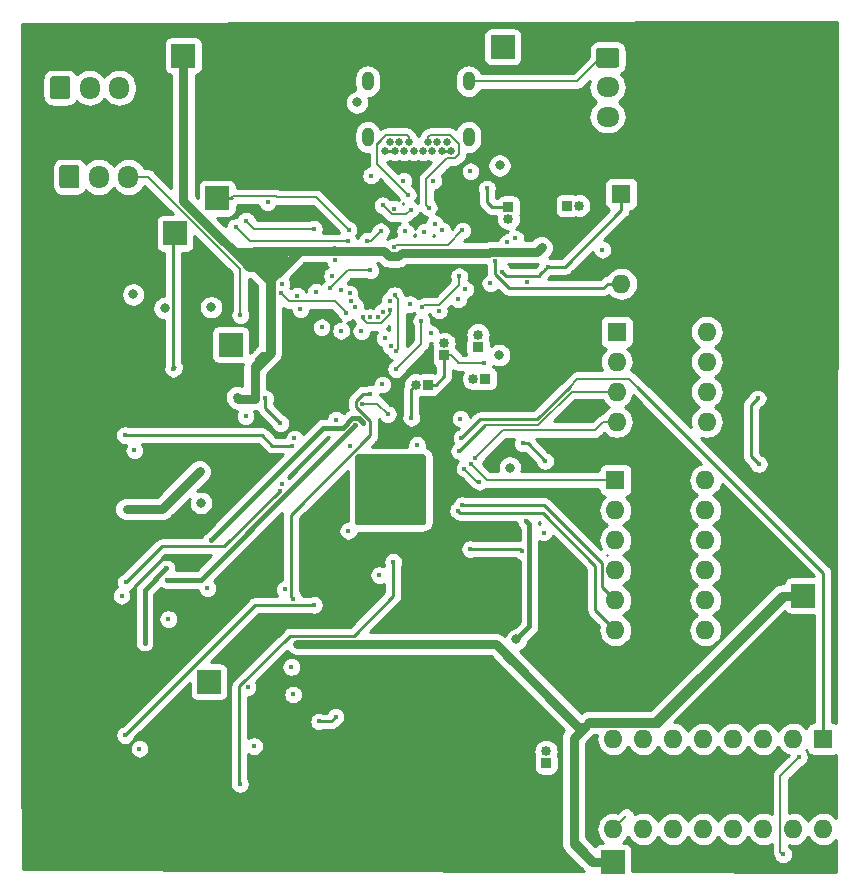
<source format=gbr>
G04 #@! TF.GenerationSoftware,KiCad,Pcbnew,(5.1.0)-1*
G04 #@! TF.CreationDate,2019-05-23T13:16:00+05:30*
G04 #@! TF.ProjectId,typec,74797065-632e-46b6-9963-61645f706362,rev?*
G04 #@! TF.SameCoordinates,Original*
G04 #@! TF.FileFunction,Copper,L4,Bot*
G04 #@! TF.FilePolarity,Positive*
%FSLAX46Y46*%
G04 Gerber Fmt 4.6, Leading zero omitted, Abs format (unit mm)*
G04 Created by KiCad (PCBNEW (5.1.0)-1) date 2019-05-23 13:16:00*
%MOMM*%
%LPD*%
G04 APERTURE LIST*
%ADD10R,1.600000X1.600000*%
%ADD11O,1.600000X1.600000*%
%ADD12R,2.000000X2.000000*%
%ADD13C,0.650000*%
%ADD14O,1.000000X1.600000*%
%ADD15C,0.500000*%
%ADD16C,0.100000*%
%ADD17C,6.000000*%
%ADD18R,0.850000X0.850000*%
%ADD19O,0.850000X0.850000*%
%ADD20C,1.700000*%
%ADD21O,1.950000X1.700000*%
%ADD22O,1.700000X1.950000*%
%ADD23C,0.400000*%
%ADD24C,0.800000*%
%ADD25C,0.400000*%
%ADD26C,0.200000*%
%ADD27C,0.800000*%
%ADD28C,0.250000*%
%ADD29C,0.254000*%
G04 APERTURE END LIST*
D10*
X162598100Y-59405520D03*
D11*
X170218100Y-67025520D03*
X162598100Y-61945520D03*
X170218100Y-64485520D03*
X162598100Y-64485520D03*
X170218100Y-61945520D03*
X162598100Y-67025520D03*
X170218100Y-59405520D03*
D12*
X128070860Y-89032520D03*
X129910840Y-60487560D03*
X128775460Y-48092360D03*
D13*
X142996000Y-44077200D03*
X143396000Y-43377200D03*
X143796000Y-44077200D03*
X144196000Y-43377200D03*
X144596000Y-44077200D03*
X144996000Y-43377200D03*
X145396000Y-44077200D03*
X146196000Y-44077200D03*
X146596000Y-43367200D03*
X146996000Y-44077200D03*
X147396000Y-43377200D03*
X148196000Y-43377200D03*
X148596000Y-44077200D03*
X147796000Y-44077200D03*
D14*
X141526000Y-42927200D03*
X141526000Y-38197200D03*
X150066000Y-42927200D03*
X150066000Y-38197200D03*
D12*
X152943560Y-35270440D03*
D11*
X162986720Y-55333900D03*
D10*
X162986720Y-47713900D03*
D12*
X125907800Y-36017200D03*
X125188980Y-51074320D03*
D10*
X162483800Y-71958200D03*
D11*
X170103800Y-84658200D03*
X162483800Y-74498200D03*
X170103800Y-82118200D03*
X162483800Y-77038200D03*
X170103800Y-79578200D03*
X162483800Y-79578200D03*
X170103800Y-77038200D03*
X162483800Y-82118200D03*
X170103800Y-74498200D03*
X162483800Y-84658200D03*
X170103800Y-71958200D03*
D10*
X180086000Y-93878400D03*
D11*
X162306000Y-101498400D03*
X177546000Y-93878400D03*
X164846000Y-101498400D03*
X175006000Y-93878400D03*
X167386000Y-101498400D03*
X172466000Y-93878400D03*
X169926000Y-101498400D03*
X169926000Y-93878400D03*
X172466000Y-101498400D03*
X167386000Y-93878400D03*
X175006000Y-101498400D03*
X164846000Y-93878400D03*
X177546000Y-101498400D03*
X162306000Y-93878400D03*
X180086000Y-101498400D03*
D12*
X178409600Y-81737200D03*
X162285680Y-104284780D03*
D15*
X140709200Y-70021000D03*
X142084200Y-70021000D03*
X143459200Y-70021000D03*
X144834200Y-70021000D03*
X146209200Y-70021000D03*
X140709200Y-71396000D03*
X142084200Y-71396000D03*
X143459200Y-71396000D03*
X144834200Y-71396000D03*
X146209200Y-71396000D03*
X140709200Y-72771000D03*
X142084200Y-72771000D03*
X143459200Y-72771000D03*
X144834200Y-72771000D03*
X146209200Y-72771000D03*
X140709200Y-74146000D03*
X142084200Y-74146000D03*
X143459200Y-74146000D03*
X144834200Y-74146000D03*
X146209200Y-74146000D03*
X140709200Y-75521000D03*
X142084200Y-75521000D03*
X143459200Y-75521000D03*
X144834200Y-75521000D03*
X146209200Y-75521000D03*
D16*
G36*
X146233702Y-69772204D02*
G01*
X146257971Y-69775804D01*
X146281770Y-69781765D01*
X146304870Y-69790030D01*
X146327048Y-69800520D01*
X146348092Y-69813133D01*
X146367798Y-69827748D01*
X146385976Y-69844224D01*
X146402452Y-69862402D01*
X146417067Y-69882108D01*
X146429680Y-69903152D01*
X146440170Y-69925330D01*
X146448435Y-69948430D01*
X146454396Y-69972229D01*
X146457996Y-69996498D01*
X146459200Y-70021002D01*
X146459200Y-75520998D01*
X146457996Y-75545502D01*
X146454396Y-75569771D01*
X146448435Y-75593570D01*
X146440170Y-75616670D01*
X146429680Y-75638848D01*
X146417067Y-75659892D01*
X146402452Y-75679598D01*
X146385976Y-75697776D01*
X146367798Y-75714252D01*
X146348092Y-75728867D01*
X146327048Y-75741480D01*
X146304870Y-75751970D01*
X146281770Y-75760235D01*
X146257971Y-75766196D01*
X146233702Y-75769796D01*
X146209198Y-75771000D01*
X140709202Y-75771000D01*
X140684698Y-75769796D01*
X140660429Y-75766196D01*
X140636630Y-75760235D01*
X140613530Y-75751970D01*
X140591352Y-75741480D01*
X140570308Y-75728867D01*
X140550602Y-75714252D01*
X140532424Y-75697776D01*
X140515948Y-75679598D01*
X140501333Y-75659892D01*
X140488720Y-75638848D01*
X140478230Y-75616670D01*
X140469965Y-75593570D01*
X140464004Y-75569771D01*
X140460404Y-75545502D01*
X140459200Y-75520998D01*
X140459200Y-70021002D01*
X140460404Y-69996498D01*
X140464004Y-69972229D01*
X140469965Y-69948430D01*
X140478230Y-69925330D01*
X140488720Y-69903152D01*
X140501333Y-69882108D01*
X140515948Y-69862402D01*
X140532424Y-69844224D01*
X140550602Y-69827748D01*
X140570308Y-69813133D01*
X140591352Y-69800520D01*
X140613530Y-69790030D01*
X140636630Y-69781765D01*
X140660429Y-69775804D01*
X140684698Y-69772204D01*
X140709202Y-69771000D01*
X146209198Y-69771000D01*
X146233702Y-69772204D01*
X146233702Y-69772204D01*
G37*
D17*
X143459200Y-72771000D03*
D18*
X156616400Y-95910400D03*
D19*
X156616400Y-94910400D03*
D16*
G36*
X162572904Y-35346204D02*
G01*
X162597173Y-35349804D01*
X162620971Y-35355765D01*
X162644071Y-35364030D01*
X162666249Y-35374520D01*
X162687293Y-35387133D01*
X162706998Y-35401747D01*
X162725177Y-35418223D01*
X162741653Y-35436402D01*
X162756267Y-35456107D01*
X162768880Y-35477151D01*
X162779370Y-35499329D01*
X162787635Y-35522429D01*
X162793596Y-35546227D01*
X162797196Y-35570496D01*
X162798400Y-35595000D01*
X162798400Y-36795000D01*
X162797196Y-36819504D01*
X162793596Y-36843773D01*
X162787635Y-36867571D01*
X162779370Y-36890671D01*
X162768880Y-36912849D01*
X162756267Y-36933893D01*
X162741653Y-36953598D01*
X162725177Y-36971777D01*
X162706998Y-36988253D01*
X162687293Y-37002867D01*
X162666249Y-37015480D01*
X162644071Y-37025970D01*
X162620971Y-37034235D01*
X162597173Y-37040196D01*
X162572904Y-37043796D01*
X162548400Y-37045000D01*
X161098400Y-37045000D01*
X161073896Y-37043796D01*
X161049627Y-37040196D01*
X161025829Y-37034235D01*
X161002729Y-37025970D01*
X160980551Y-37015480D01*
X160959507Y-37002867D01*
X160939802Y-36988253D01*
X160921623Y-36971777D01*
X160905147Y-36953598D01*
X160890533Y-36933893D01*
X160877920Y-36912849D01*
X160867430Y-36890671D01*
X160859165Y-36867571D01*
X160853204Y-36843773D01*
X160849604Y-36819504D01*
X160848400Y-36795000D01*
X160848400Y-35595000D01*
X160849604Y-35570496D01*
X160853204Y-35546227D01*
X160859165Y-35522429D01*
X160867430Y-35499329D01*
X160877920Y-35477151D01*
X160890533Y-35456107D01*
X160905147Y-35436402D01*
X160921623Y-35418223D01*
X160939802Y-35401747D01*
X160959507Y-35387133D01*
X160980551Y-35374520D01*
X161002729Y-35364030D01*
X161025829Y-35355765D01*
X161049627Y-35349804D01*
X161073896Y-35346204D01*
X161098400Y-35345000D01*
X162548400Y-35345000D01*
X162572904Y-35346204D01*
X162572904Y-35346204D01*
G37*
D20*
X161823400Y-36195000D03*
D21*
X161823400Y-38695000D03*
X161823400Y-41195000D03*
D16*
G36*
X116092904Y-37761204D02*
G01*
X116117173Y-37764804D01*
X116140971Y-37770765D01*
X116164071Y-37779030D01*
X116186249Y-37789520D01*
X116207293Y-37802133D01*
X116226998Y-37816747D01*
X116245177Y-37833223D01*
X116261653Y-37851402D01*
X116276267Y-37871107D01*
X116288880Y-37892151D01*
X116299370Y-37914329D01*
X116307635Y-37937429D01*
X116313596Y-37961227D01*
X116317196Y-37985496D01*
X116318400Y-38010000D01*
X116318400Y-39460000D01*
X116317196Y-39484504D01*
X116313596Y-39508773D01*
X116307635Y-39532571D01*
X116299370Y-39555671D01*
X116288880Y-39577849D01*
X116276267Y-39598893D01*
X116261653Y-39618598D01*
X116245177Y-39636777D01*
X116226998Y-39653253D01*
X116207293Y-39667867D01*
X116186249Y-39680480D01*
X116164071Y-39690970D01*
X116140971Y-39699235D01*
X116117173Y-39705196D01*
X116092904Y-39708796D01*
X116068400Y-39710000D01*
X114868400Y-39710000D01*
X114843896Y-39708796D01*
X114819627Y-39705196D01*
X114795829Y-39699235D01*
X114772729Y-39690970D01*
X114750551Y-39680480D01*
X114729507Y-39667867D01*
X114709802Y-39653253D01*
X114691623Y-39636777D01*
X114675147Y-39618598D01*
X114660533Y-39598893D01*
X114647920Y-39577849D01*
X114637430Y-39555671D01*
X114629165Y-39532571D01*
X114623204Y-39508773D01*
X114619604Y-39484504D01*
X114618400Y-39460000D01*
X114618400Y-38010000D01*
X114619604Y-37985496D01*
X114623204Y-37961227D01*
X114629165Y-37937429D01*
X114637430Y-37914329D01*
X114647920Y-37892151D01*
X114660533Y-37871107D01*
X114675147Y-37851402D01*
X114691623Y-37833223D01*
X114709802Y-37816747D01*
X114729507Y-37802133D01*
X114750551Y-37789520D01*
X114772729Y-37779030D01*
X114795829Y-37770765D01*
X114819627Y-37764804D01*
X114843896Y-37761204D01*
X114868400Y-37760000D01*
X116068400Y-37760000D01*
X116092904Y-37761204D01*
X116092904Y-37761204D01*
G37*
D20*
X115468400Y-38735000D03*
D22*
X117968400Y-38735000D03*
X120468400Y-38735000D03*
X121255800Y-46278800D03*
X118755800Y-46278800D03*
D16*
G36*
X116880304Y-45305004D02*
G01*
X116904573Y-45308604D01*
X116928371Y-45314565D01*
X116951471Y-45322830D01*
X116973649Y-45333320D01*
X116994693Y-45345933D01*
X117014398Y-45360547D01*
X117032577Y-45377023D01*
X117049053Y-45395202D01*
X117063667Y-45414907D01*
X117076280Y-45435951D01*
X117086770Y-45458129D01*
X117095035Y-45481229D01*
X117100996Y-45505027D01*
X117104596Y-45529296D01*
X117105800Y-45553800D01*
X117105800Y-47003800D01*
X117104596Y-47028304D01*
X117100996Y-47052573D01*
X117095035Y-47076371D01*
X117086770Y-47099471D01*
X117076280Y-47121649D01*
X117063667Y-47142693D01*
X117049053Y-47162398D01*
X117032577Y-47180577D01*
X117014398Y-47197053D01*
X116994693Y-47211667D01*
X116973649Y-47224280D01*
X116951471Y-47234770D01*
X116928371Y-47243035D01*
X116904573Y-47248996D01*
X116880304Y-47252596D01*
X116855800Y-47253800D01*
X115655800Y-47253800D01*
X115631296Y-47252596D01*
X115607027Y-47248996D01*
X115583229Y-47243035D01*
X115560129Y-47234770D01*
X115537951Y-47224280D01*
X115516907Y-47211667D01*
X115497202Y-47197053D01*
X115479023Y-47180577D01*
X115462547Y-47162398D01*
X115447933Y-47142693D01*
X115435320Y-47121649D01*
X115424830Y-47099471D01*
X115416565Y-47076371D01*
X115410604Y-47052573D01*
X115407004Y-47028304D01*
X115405800Y-47003800D01*
X115405800Y-45553800D01*
X115407004Y-45529296D01*
X115410604Y-45505027D01*
X115416565Y-45481229D01*
X115424830Y-45458129D01*
X115435320Y-45435951D01*
X115447933Y-45414907D01*
X115462547Y-45395202D01*
X115479023Y-45377023D01*
X115497202Y-45360547D01*
X115516907Y-45345933D01*
X115537951Y-45333320D01*
X115560129Y-45322830D01*
X115583229Y-45314565D01*
X115607027Y-45308604D01*
X115631296Y-45305004D01*
X115655800Y-45303800D01*
X116855800Y-45303800D01*
X116880304Y-45305004D01*
X116880304Y-45305004D01*
G37*
D20*
X116255800Y-46278800D03*
D18*
X150850600Y-60655200D03*
D19*
X150850600Y-59655200D03*
X150460200Y-63373000D03*
D18*
X151460200Y-63373000D03*
X146583400Y-63881000D03*
D19*
X145583400Y-63881000D03*
D18*
X147980400Y-61391800D03*
D19*
X147980400Y-60391800D03*
X153436240Y-49841660D03*
D18*
X153436240Y-48841660D03*
X158396940Y-48717200D03*
D19*
X159396940Y-48717200D03*
D23*
X144546000Y-46609000D03*
X147046000Y-46634400D03*
D24*
X140589000Y-39979600D03*
D23*
X137134600Y-56032400D03*
X137614800Y-59029600D03*
D24*
X152638760Y-61374020D03*
X153545400Y-70895990D03*
X152679400Y-45313600D03*
D23*
X151897080Y-55300880D03*
D24*
X128267888Y-57329912D03*
D23*
X153331284Y-51825401D03*
X146304000Y-50927001D03*
X146683635Y-48892491D03*
X147830046Y-50827446D03*
X153992246Y-51496414D03*
X144907000Y-47802800D03*
X150210140Y-45821601D03*
X141808200Y-46177200D03*
X140122470Y-56823950D03*
X147194400Y-50239800D03*
X144678400Y-50901600D03*
X139984400Y-56159400D03*
X143770206Y-48967946D03*
D24*
X127400050Y-73894950D03*
D23*
X146116268Y-57312332D03*
X149255200Y-54711600D03*
X154999263Y-55186200D03*
X135562801Y-85848999D03*
X130433219Y-64945260D03*
X131937020Y-65065380D03*
X161391600Y-52451000D03*
X156244210Y-52256610D03*
X152273000Y-53441600D03*
X151333200Y-62077600D03*
X145116000Y-57073800D03*
X143384400Y-56771882D03*
X142766200Y-63860429D03*
X147548600Y-57612333D03*
X143784400Y-56304127D03*
X143891000Y-61036200D03*
X143713200Y-52222400D03*
X149529800Y-50825400D03*
X141046200Y-65481200D03*
X143209200Y-66370200D03*
X130327400Y-50546000D03*
X139877800Y-51739800D03*
X138760200Y-53365400D03*
X134223100Y-55332952D03*
X141681200Y-58166000D03*
X140970000Y-59359800D03*
X142787504Y-57689053D03*
X142951200Y-59954200D03*
X142392400Y-58140600D03*
X146050000Y-58470800D03*
X143916400Y-62560200D03*
X139707003Y-57795422D03*
X134137399Y-56083200D03*
X140470553Y-57319676D03*
X149755200Y-55808880D03*
X139217400Y-55829200D03*
X138506200Y-54656000D03*
X139890845Y-50761555D03*
X149174200Y-56667400D03*
X133039330Y-48426850D03*
X125046740Y-62534800D03*
X139268200Y-59309000D03*
X141081921Y-58195432D03*
X135536396Y-56339196D03*
X135813800Y-57480200D03*
X143383000Y-57531000D03*
X142621000Y-50901600D03*
X141452600Y-51714400D03*
X150200000Y-77800000D03*
X154612500Y-78000000D03*
X135052000Y-87782400D03*
X135200000Y-90115000D03*
X145690776Y-68977342D03*
X140058140Y-69080380D03*
X139877029Y-76244481D03*
X138861800Y-67513200D03*
X141097000Y-67157600D03*
X127930001Y-81110199D03*
X128231711Y-77048532D03*
X124630000Y-83730200D03*
X124485400Y-80416400D03*
X140462000Y-67335400D03*
X154940000Y-75460141D03*
D24*
X154101800Y-85445600D03*
D23*
X137400000Y-92400000D03*
X138800000Y-92000000D03*
X141734400Y-64643000D03*
X135218750Y-82000000D03*
X131345800Y-89509600D03*
X174614840Y-70599300D03*
X174533560Y-65044180D03*
X150266400Y-70637400D03*
X149526457Y-74073543D03*
X149170649Y-74556661D03*
X149453600Y-68402200D03*
X150977600Y-72095990D03*
X149707600Y-70993000D03*
X149275800Y-69494400D03*
X150622000Y-70053200D03*
X135305800Y-68436455D03*
X121749920Y-69456300D03*
X135074660Y-69034660D03*
X120954800Y-68148200D03*
X134247993Y-72299237D03*
X120675400Y-81744820D03*
X134075085Y-72873785D03*
X121028650Y-80619600D03*
X122186700Y-94703900D03*
X134493751Y-81221580D03*
X120980200Y-93548200D03*
X136965219Y-82525001D03*
X131902200Y-94488000D03*
X142500000Y-80000000D03*
X143662400Y-78894940D03*
X130695700Y-97675700D03*
X152872652Y-54311055D03*
X156743400Y-53924200D03*
X142770205Y-48684706D03*
X145160151Y-49061891D03*
X138328400Y-55702200D03*
X141742428Y-54214028D03*
X151612600Y-47269400D03*
X143466735Y-60611935D03*
X146835684Y-59535884D03*
X149367340Y-66758820D03*
X138833946Y-66833946D03*
X156531063Y-70331062D03*
X154635200Y-68857000D03*
X156400000Y-76400000D03*
X178028600Y-95415100D03*
X176682400Y-103647240D03*
X124480320Y-79435960D03*
X122628660Y-85722460D03*
X121094500Y-74396600D03*
X127279400Y-71221600D03*
X131173220Y-66540380D03*
D24*
X124321740Y-57404000D03*
X121666000Y-56235600D03*
D23*
X132849620Y-65051940D03*
X134129780Y-67147480D03*
X145211800Y-66675000D03*
X131216400Y-49987200D03*
X136956800Y-50698400D03*
X130733800Y-58013600D03*
D25*
X152552400Y-45186600D02*
X152679400Y-45313600D01*
D26*
X146751382Y-42752199D02*
X146596000Y-42907581D01*
X148496001Y-42752199D02*
X146751382Y-42752199D01*
X149221001Y-43477199D02*
X148496001Y-42752199D01*
X146596000Y-42907581D02*
X146596000Y-43367200D01*
X149221001Y-44377201D02*
X149221001Y-43477199D01*
X148896001Y-44702201D02*
X149221001Y-44377201D01*
X148238197Y-44702201D02*
X148896001Y-44702201D01*
X146483636Y-46456762D02*
X148238197Y-44702201D01*
X146683635Y-48892491D02*
X146483636Y-48692492D01*
X146483636Y-48692492D02*
X146483636Y-46456762D01*
X142370999Y-43477199D02*
X143095999Y-42752199D01*
X144996000Y-42917581D02*
X144996000Y-43377200D01*
X144830618Y-42752199D02*
X144996000Y-42917581D01*
X143095999Y-42752199D02*
X144830618Y-42752199D01*
X142326010Y-43522188D02*
X143095999Y-42752199D01*
X142326010Y-45221810D02*
X142326010Y-43522188D01*
X144907000Y-47802800D02*
X142326010Y-45221810D01*
X146316267Y-57112333D02*
X147586267Y-57112333D01*
X146116268Y-57312332D02*
X146316267Y-57112333D01*
X147586267Y-57112333D02*
X149255200Y-55443400D01*
X149255200Y-55443400D02*
X149255200Y-54711600D01*
D25*
X148809010Y-52841590D02*
X148091590Y-52841590D01*
X152946201Y-86449001D02*
X153746200Y-87249000D01*
X152546199Y-86048999D02*
X152946201Y-86449001D01*
X145006199Y-86048999D02*
X152546199Y-86048999D01*
X160885680Y-104284780D02*
X162285680Y-104284780D01*
X158940500Y-102339600D02*
X160885680Y-104284780D01*
X158940500Y-93797120D02*
X158940500Y-102339600D01*
X177009600Y-81737200D02*
X178409600Y-81737200D01*
X166068401Y-92678399D02*
X177009600Y-81737200D01*
X160059221Y-92678399D02*
X166068401Y-92678399D01*
X160885680Y-104284780D02*
X158937960Y-102337060D01*
X158937960Y-93799660D02*
X159877760Y-92859860D01*
X158937960Y-102337060D02*
X158937960Y-93799660D01*
X158940500Y-93797120D02*
X159877760Y-92859860D01*
X159877760Y-92859860D02*
X160059221Y-92678399D01*
D27*
X176609600Y-81737200D02*
X178409600Y-81737200D01*
X165868401Y-92478399D02*
X176609600Y-81737200D01*
X160259221Y-92478399D02*
X165868401Y-92478399D01*
X158940500Y-94079962D02*
X158940500Y-93797120D01*
X158940500Y-102739600D02*
X158940500Y-94079962D01*
X160485680Y-104284780D02*
X158940500Y-102739600D01*
X162285680Y-104284780D02*
X160485680Y-104284780D01*
X152346199Y-85848999D02*
X135562801Y-85848999D01*
X153746200Y-87249000D02*
X152346199Y-85848999D01*
X131937020Y-62582782D02*
X133337399Y-61182403D01*
X130801945Y-52674321D02*
X130277419Y-52674321D01*
X133337399Y-55781039D02*
X133337399Y-55209775D01*
X133337399Y-61182403D02*
X133337399Y-55781039D01*
X133337399Y-55781039D02*
X133337399Y-54962599D01*
X130801945Y-52674321D02*
X131795321Y-52674321D01*
X133434909Y-54313909D02*
X133986089Y-54313909D01*
X131795321Y-52674321D02*
X133434909Y-54313909D01*
X133337399Y-54962599D02*
X133986089Y-54313909D01*
X131795321Y-52674321D02*
X131904243Y-52565399D01*
X142872197Y-52565399D02*
X143329199Y-53022401D01*
X146873329Y-52722411D02*
X148902152Y-52722411D01*
X144397191Y-52722411D02*
X146873329Y-52722411D01*
X144097201Y-53022401D02*
X144397191Y-52722411D01*
X143329199Y-53022401D02*
X144097201Y-53022401D01*
X133578600Y-53492400D02*
X134696200Y-53492400D01*
X133986089Y-54313909D02*
X134751899Y-53548099D01*
X134751899Y-53548099D02*
X133547939Y-53548099D01*
X133547939Y-53548099D02*
X133075680Y-53075840D01*
X134279640Y-53075840D02*
X134696200Y-53492400D01*
X133075680Y-53075840D02*
X134279640Y-53075840D01*
X130678938Y-53075840D02*
X128621029Y-51017931D01*
X133075680Y-53075840D02*
X130678938Y-53075840D01*
X130277419Y-52674321D02*
X128621029Y-51017931D01*
X131494897Y-53891799D02*
X130678938Y-53075840D01*
X132266599Y-53891799D02*
X131494897Y-53891799D01*
X133337399Y-54962599D02*
X132266599Y-53891799D01*
X133218855Y-55091231D02*
X133218855Y-61300947D01*
X132754252Y-54626628D02*
X133218855Y-55091231D01*
X132754252Y-54626628D02*
X130801945Y-52674321D01*
X133337399Y-55209775D02*
X132754252Y-54626628D01*
X132417001Y-62102801D02*
X132164019Y-62102801D01*
X131937020Y-62329800D02*
X131937020Y-64352700D01*
X132164019Y-62102801D02*
X131937020Y-62329800D01*
X131937020Y-65065380D02*
X131937020Y-64352700D01*
X131937020Y-64352700D02*
X131937020Y-62582782D01*
X130553339Y-65065380D02*
X130433219Y-64945260D01*
X131937020Y-65065380D02*
X130553339Y-65065380D01*
D25*
X133537399Y-53818081D02*
X134279640Y-53075840D01*
X133537399Y-60982403D02*
X133537399Y-53818081D01*
X132417001Y-62102801D02*
X133537399Y-60982403D01*
X132164019Y-62102801D02*
X132164019Y-61744661D01*
X132427219Y-61481461D02*
X133038341Y-61481461D01*
X132164019Y-61744661D02*
X132427219Y-61481461D01*
D27*
X133218855Y-61300947D02*
X133038341Y-61481461D01*
X133038341Y-61481461D02*
X132417001Y-62102801D01*
D25*
X132607733Y-61300947D02*
X132427219Y-61481461D01*
X133218855Y-61300947D02*
X132607733Y-61300947D01*
D27*
X159350710Y-92853510D02*
X152346199Y-85848999D01*
X159884110Y-92853510D02*
X159350710Y-92853510D01*
X159884110Y-92853510D02*
X160259221Y-92478399D01*
X158940500Y-93797120D02*
X159884110Y-92853510D01*
X125907800Y-48304702D02*
X125907800Y-36017200D01*
X128621029Y-51017931D02*
X125907800Y-48304702D01*
X156044211Y-52456609D02*
X156244210Y-52256610D01*
X155859221Y-52641599D02*
X156044211Y-52456609D01*
X151888999Y-52641599D02*
X155859221Y-52641599D01*
X151808187Y-52722411D02*
X151888999Y-52641599D01*
X148902152Y-52722411D02*
X151808187Y-52722411D01*
X134751899Y-53548099D02*
X135760197Y-52539801D01*
X134505601Y-52565399D02*
X133578600Y-53492400D01*
X131904243Y-52565399D02*
X139146379Y-52565399D01*
X135760197Y-52539801D02*
X138625679Y-52539801D01*
X139146379Y-52565399D02*
X142872197Y-52565399D01*
X139146379Y-52565399D02*
X134505601Y-52565399D01*
X138625679Y-52539801D02*
X138668760Y-52496720D01*
X138625679Y-52539801D02*
X139118603Y-52539801D01*
D26*
X152273000Y-54000400D02*
X152273000Y-53441600D01*
D28*
X161855350Y-55333900D02*
X162986720Y-55333900D01*
X161478049Y-55711201D02*
X161855350Y-55333900D01*
X153495796Y-55711201D02*
X161478049Y-55711201D01*
X152273000Y-54488405D02*
X153495796Y-55711201D01*
X152273000Y-53441600D02*
X152273000Y-54488405D01*
D26*
X148605400Y-61391800D02*
X147980400Y-61391800D01*
X149199600Y-61986000D02*
X148605400Y-61391800D01*
X149199600Y-62077600D02*
X149199600Y-61986000D01*
X151333200Y-62077600D02*
X149199600Y-62077600D01*
D28*
X147980400Y-62066800D02*
X147980400Y-61391800D01*
X147980400Y-63159000D02*
X147980400Y-62066800D01*
X147258400Y-63881000D02*
X147980400Y-63159000D01*
X146583400Y-63881000D02*
X147258400Y-63881000D01*
D26*
X143984399Y-60942801D02*
X143891000Y-61036200D01*
X143784400Y-56304127D02*
X143984399Y-56504126D01*
X144090999Y-56610726D02*
X143984399Y-56504126D01*
X144090999Y-60836201D02*
X144090999Y-56610726D01*
X143891000Y-61036200D02*
X144090999Y-60836201D01*
X143913199Y-52022401D02*
X143713200Y-52222400D01*
X148332799Y-52022401D02*
X143913199Y-52022401D01*
X149529800Y-50825400D02*
X148332799Y-52022401D01*
X142320200Y-65481200D02*
X141046200Y-65481200D01*
X143209200Y-66370200D02*
X142320200Y-65481200D01*
X132403302Y-51739800D02*
X139877800Y-51739800D01*
X130327400Y-50546000D02*
X131521200Y-51739800D01*
X131521200Y-51739800D02*
X132403302Y-51739800D01*
X146050000Y-60426600D02*
X146050000Y-58470800D01*
X143916400Y-62560200D02*
X146050000Y-60426600D01*
X138891780Y-56980199D02*
X139507004Y-57595423D01*
X139507004Y-57595423D02*
X139707003Y-57795422D01*
X138750778Y-56839197D02*
X139507004Y-57595423D01*
X134893396Y-56839197D02*
X138750778Y-56839197D01*
X134137399Y-56083200D02*
X134893396Y-56839197D01*
D28*
X130025460Y-48092360D02*
X128775460Y-48092360D01*
D26*
X139890845Y-50761555D02*
X137160690Y-48031400D01*
X129975460Y-48092360D02*
X128775460Y-48092360D01*
X130140971Y-47926849D02*
X129975460Y-48092360D01*
X133728049Y-47926849D02*
X130140971Y-47926849D01*
X133832600Y-48031400D02*
X133728049Y-47926849D01*
X137160690Y-48031400D02*
X133832600Y-48031400D01*
D28*
X125188980Y-62392560D02*
X125046740Y-62534800D01*
X125046740Y-51216560D02*
X125188980Y-51074320D01*
X125046740Y-62534800D02*
X125046740Y-51216560D01*
D26*
X143383000Y-57813842D02*
X143383000Y-57531000D01*
X143383000Y-57890002D02*
X143383000Y-57813842D01*
X142607001Y-58666001D02*
X143383000Y-57890002D01*
X141441199Y-58666001D02*
X142607001Y-58666001D01*
X141081921Y-58306723D02*
X141441199Y-58666001D01*
X141081921Y-58195432D02*
X141081921Y-58306723D01*
X141808200Y-51714400D02*
X142621000Y-50901600D01*
X141452600Y-51714400D02*
X141808200Y-51714400D01*
D28*
X150200000Y-77800000D02*
X154412500Y-77800000D01*
X154412500Y-77800000D02*
X154612500Y-78000000D01*
D26*
X140774792Y-66835392D02*
X141097000Y-67157600D01*
D25*
X138861800Y-67513200D02*
X139042694Y-67513200D01*
X141097000Y-67082398D02*
X141097000Y-67157600D01*
X140750001Y-66735399D02*
X141097000Y-67082398D01*
X141097000Y-67121858D02*
X141097000Y-67157600D01*
X140710533Y-66735391D02*
X141097000Y-67121858D01*
X140213467Y-66735391D02*
X140710533Y-66735391D01*
X139435658Y-67513200D02*
X140213467Y-66735391D01*
X137767043Y-67513200D02*
X139435658Y-67513200D01*
X128231711Y-77048532D02*
X137767043Y-67513200D01*
X135645599Y-72151801D02*
X140462000Y-67335400D01*
X124485400Y-80416400D02*
X127381000Y-80416400D01*
X127381000Y-80416400D02*
X135645599Y-72151801D01*
D28*
X155137501Y-75657642D02*
X154940000Y-75460141D01*
X155137501Y-78252001D02*
X155137501Y-75657642D01*
D25*
X155139999Y-75660140D02*
X154940000Y-75460141D01*
X155212501Y-75732642D02*
X155139999Y-75660140D01*
X155212501Y-84334899D02*
X155212501Y-75732642D01*
X154101800Y-85445600D02*
X155212501Y-84334899D01*
D28*
X137400000Y-92400000D02*
X138400000Y-92400000D01*
X138400000Y-92400000D02*
X138800000Y-92000000D01*
X140521199Y-65733201D02*
X140521199Y-65229199D01*
X140521199Y-65229199D02*
X141107398Y-64643000D01*
X141734400Y-66946402D02*
X140521199Y-65733201D01*
X141734400Y-68182612D02*
X141734400Y-66946402D01*
X141107398Y-64643000D02*
X141734400Y-64643000D01*
X135018751Y-74898261D02*
X135246736Y-74670276D01*
X135018751Y-81800001D02*
X135018751Y-74898261D01*
X135218750Y-82000000D02*
X135018751Y-81800001D01*
X135000000Y-74917012D02*
X135246736Y-74670276D01*
X135246736Y-74670276D02*
X141734400Y-68182612D01*
D26*
X163105999Y-100698401D02*
X162306000Y-101498400D01*
X163406001Y-100398399D02*
X163105999Y-100698401D01*
D28*
X173973420Y-65604320D02*
X174533560Y-65044180D01*
X173973420Y-69957880D02*
X174614840Y-70599300D01*
X173973420Y-65604320D02*
X173973420Y-69957880D01*
D26*
X151587200Y-71958200D02*
X162483800Y-71958200D01*
X150266400Y-70637400D02*
X151587200Y-71958200D01*
D28*
X149526457Y-74073543D02*
X156473543Y-74073543D01*
X161683801Y-81318201D02*
X162483800Y-82118200D01*
X161358799Y-80993199D02*
X161683801Y-81318201D01*
X161358799Y-78958799D02*
X161358799Y-80993199D01*
X156473543Y-74073543D02*
X161358799Y-78958799D01*
X149370648Y-74756660D02*
X156356660Y-74756660D01*
X149170649Y-74556661D02*
X149370648Y-74756660D01*
X156356660Y-74756660D02*
X160800000Y-79200000D01*
X160800000Y-82974400D02*
X162483800Y-84658200D01*
X160800000Y-79200000D02*
X160800000Y-82974400D01*
D26*
X180086000Y-92878400D02*
X180086000Y-93878400D01*
D28*
X180086000Y-92828400D02*
X180086000Y-93878400D01*
X180086000Y-79792798D02*
X180086000Y-92828400D01*
X164344601Y-64051399D02*
X180086000Y-79792798D01*
X155827900Y-66827900D02*
X158604401Y-64051399D01*
X151027900Y-66827900D02*
X155827900Y-66827900D01*
X149453600Y-68402200D02*
X151027900Y-66827900D01*
D26*
X163678721Y-63385519D02*
X164344601Y-64051399D01*
X159270281Y-63385519D02*
X163678721Y-63385519D01*
X158604401Y-64051399D02*
X159270281Y-63385519D01*
X150977600Y-72095990D02*
X150810590Y-72095990D01*
X150810590Y-72095990D02*
X149707600Y-70993000D01*
D28*
X149275800Y-69494400D02*
X151478810Y-67291390D01*
D26*
X162598100Y-64485520D02*
X158771334Y-64485520D01*
X155965464Y-67291390D02*
X151478810Y-67291390D01*
X158771334Y-64485520D02*
X155965464Y-67291390D01*
X150622000Y-70053200D02*
X152958800Y-67716400D01*
X161466730Y-67025520D02*
X162598100Y-67025520D01*
X160775850Y-67716400D02*
X161466730Y-67025520D01*
X152958800Y-67716400D02*
X160775850Y-67716400D01*
D28*
X135074660Y-69034660D02*
X133449060Y-69034660D01*
X133449060Y-69034660D02*
X132562600Y-68148200D01*
X132562600Y-68148200D02*
X120954800Y-68148200D01*
X124074709Y-77573541D02*
X121028650Y-80619600D01*
X134075085Y-72873785D02*
X129375329Y-77573541D01*
X129375329Y-77573541D02*
X124074709Y-77573541D01*
X132003399Y-82525001D02*
X120980200Y-93548200D01*
X136397599Y-82525001D02*
X132003399Y-82525001D01*
X136965219Y-82525001D02*
X136397599Y-82525001D01*
X143662400Y-81782920D02*
X143662400Y-78894940D01*
X134954409Y-85123989D02*
X135262493Y-85123989D01*
X130649980Y-89428418D02*
X134954409Y-85123989D01*
X135262493Y-85123989D02*
X140321331Y-85123989D01*
X140321331Y-85123989D02*
X143662400Y-81782920D01*
X130649980Y-89428418D02*
X130649980Y-97629980D01*
X130649980Y-97629980D02*
X130695700Y-97675700D01*
X148546001Y-44027201D02*
X148596000Y-44077200D01*
X148508001Y-44027201D02*
X148546001Y-44027201D01*
X143796000Y-44077200D02*
X143133998Y-44077200D01*
X148458002Y-44077200D02*
X147796000Y-44077200D01*
D26*
X156743400Y-53924200D02*
X157251400Y-53924200D01*
X152872652Y-54311055D02*
X153196997Y-54635400D01*
X156032200Y-54635400D02*
X156743400Y-53924200D01*
X144754095Y-49467947D02*
X145160151Y-49061891D01*
X142770205Y-48684706D02*
X143553446Y-49467947D01*
X143553446Y-49467947D02*
X144754095Y-49467947D01*
X139816572Y-54214028D02*
X141742428Y-54214028D01*
X138328400Y-55702200D02*
X139816572Y-54214028D01*
X151612600Y-47269400D02*
X151612600Y-48209200D01*
D28*
X156531063Y-70331062D02*
X155057001Y-68857000D01*
X155057001Y-68857000D02*
X154635200Y-68857000D01*
D26*
X176445999Y-103410839D02*
X176682400Y-103647240D01*
X178028600Y-95415100D02*
X176445999Y-96997701D01*
X176445999Y-96997701D02*
X176445999Y-103410839D01*
D28*
X156543401Y-54124199D02*
X156743400Y-53924200D01*
X156006401Y-54661199D02*
X156543401Y-54124199D01*
X153222796Y-54661199D02*
X156006401Y-54661199D01*
X152872652Y-54311055D02*
X153222796Y-54661199D01*
X151612600Y-47269400D02*
X151612600Y-48422560D01*
X152031700Y-48841660D02*
X153436240Y-48841660D01*
X151612600Y-48422560D02*
X152031700Y-48841660D01*
D25*
X122628660Y-81287620D02*
X124480320Y-79435960D01*
X122628660Y-85722460D02*
X122628660Y-81287620D01*
D26*
X150766000Y-38197200D02*
X150066000Y-38197200D01*
X159218000Y-38197200D02*
X150766000Y-38197200D01*
X161002400Y-36412800D02*
X159218000Y-38197200D01*
X162077400Y-36412800D02*
X161002400Y-36412800D01*
D28*
X162986720Y-48763900D02*
X162986720Y-47713900D01*
X162986720Y-49134556D02*
X162986720Y-48763900D01*
X156743400Y-53924200D02*
X158197076Y-53924200D01*
X158197076Y-53924200D02*
X162986720Y-49134556D01*
X143459200Y-72771000D02*
X146209200Y-70021000D01*
D27*
X121094500Y-74396600D02*
X124104400Y-74396600D01*
X124104400Y-74396600D02*
X127279400Y-71221600D01*
D28*
X132849620Y-65867320D02*
X132849620Y-65051940D01*
X134129780Y-67147480D02*
X132849620Y-65867320D01*
X145211800Y-64252600D02*
X145583400Y-63881000D01*
X145211800Y-66675000D02*
X145211800Y-64252600D01*
D26*
X131216400Y-49987200D02*
X131927600Y-50698400D01*
X131927600Y-50698400D02*
X136956800Y-50698400D01*
X122305800Y-46278800D02*
X121255800Y-46278800D01*
X122891936Y-46278800D02*
X122305800Y-46278800D01*
X130733800Y-54120664D02*
X122891936Y-46278800D01*
X130733800Y-58013600D02*
X130733800Y-54120664D01*
D29*
G36*
X178887068Y-102299501D02*
G01*
X179066392Y-102518008D01*
X179284899Y-102697332D01*
X179534192Y-102830582D01*
X179804691Y-102912636D01*
X180015508Y-102933400D01*
X180156492Y-102933400D01*
X180367309Y-102912636D01*
X180637808Y-102830582D01*
X180887101Y-102697332D01*
X181105608Y-102518008D01*
X181182127Y-102424769D01*
X181179289Y-105154011D01*
X163923752Y-105091581D01*
X163923752Y-103284780D01*
X163911492Y-103160298D01*
X163875182Y-103040600D01*
X163816217Y-102930286D01*
X163736865Y-102833595D01*
X163640174Y-102754243D01*
X163529860Y-102695278D01*
X163410162Y-102658968D01*
X163285680Y-102646708D01*
X163168787Y-102646708D01*
X163325608Y-102518008D01*
X163504932Y-102299501D01*
X163576000Y-102166542D01*
X163647068Y-102299501D01*
X163826392Y-102518008D01*
X164044899Y-102697332D01*
X164294192Y-102830582D01*
X164564691Y-102912636D01*
X164775508Y-102933400D01*
X164916492Y-102933400D01*
X165127309Y-102912636D01*
X165397808Y-102830582D01*
X165647101Y-102697332D01*
X165865608Y-102518008D01*
X166044932Y-102299501D01*
X166116000Y-102166542D01*
X166187068Y-102299501D01*
X166366392Y-102518008D01*
X166584899Y-102697332D01*
X166834192Y-102830582D01*
X167104691Y-102912636D01*
X167315508Y-102933400D01*
X167456492Y-102933400D01*
X167667309Y-102912636D01*
X167937808Y-102830582D01*
X168187101Y-102697332D01*
X168405608Y-102518008D01*
X168584932Y-102299501D01*
X168656000Y-102166542D01*
X168727068Y-102299501D01*
X168906392Y-102518008D01*
X169124899Y-102697332D01*
X169374192Y-102830582D01*
X169644691Y-102912636D01*
X169855508Y-102933400D01*
X169996492Y-102933400D01*
X170207309Y-102912636D01*
X170477808Y-102830582D01*
X170727101Y-102697332D01*
X170945608Y-102518008D01*
X171124932Y-102299501D01*
X171196000Y-102166542D01*
X171267068Y-102299501D01*
X171446392Y-102518008D01*
X171664899Y-102697332D01*
X171914192Y-102830582D01*
X172184691Y-102912636D01*
X172395508Y-102933400D01*
X172536492Y-102933400D01*
X172747309Y-102912636D01*
X173017808Y-102830582D01*
X173267101Y-102697332D01*
X173485608Y-102518008D01*
X173664932Y-102299501D01*
X173736000Y-102166542D01*
X173807068Y-102299501D01*
X173986392Y-102518008D01*
X174204899Y-102697332D01*
X174454192Y-102830582D01*
X174724691Y-102912636D01*
X174935508Y-102933400D01*
X175076492Y-102933400D01*
X175287309Y-102912636D01*
X175557808Y-102830582D01*
X175711000Y-102748699D01*
X175711000Y-103374724D01*
X175707443Y-103410839D01*
X175721634Y-103554924D01*
X175763061Y-103691489D01*
X175763663Y-103693472D01*
X175831913Y-103821159D01*
X175876425Y-103875397D01*
X175879489Y-103890800D01*
X175942433Y-104042761D01*
X176033813Y-104179521D01*
X176150119Y-104295827D01*
X176286879Y-104387207D01*
X176438840Y-104450151D01*
X176600160Y-104482240D01*
X176764640Y-104482240D01*
X176925960Y-104450151D01*
X177077921Y-104387207D01*
X177214681Y-104295827D01*
X177330987Y-104179521D01*
X177422367Y-104042761D01*
X177485311Y-103890800D01*
X177517400Y-103729480D01*
X177517400Y-103565000D01*
X177485311Y-103403680D01*
X177422367Y-103251719D01*
X177330987Y-103114959D01*
X177214681Y-102998653D01*
X177180999Y-102976147D01*
X177180999Y-102887249D01*
X177264691Y-102912636D01*
X177475508Y-102933400D01*
X177616492Y-102933400D01*
X177827309Y-102912636D01*
X178097808Y-102830582D01*
X178347101Y-102697332D01*
X178565608Y-102518008D01*
X178744932Y-102299501D01*
X178816000Y-102166542D01*
X178887068Y-102299501D01*
X178887068Y-102299501D01*
G37*
X178887068Y-102299501D02*
X179066392Y-102518008D01*
X179284899Y-102697332D01*
X179534192Y-102830582D01*
X179804691Y-102912636D01*
X180015508Y-102933400D01*
X180156492Y-102933400D01*
X180367309Y-102912636D01*
X180637808Y-102830582D01*
X180887101Y-102697332D01*
X181105608Y-102518008D01*
X181182127Y-102424769D01*
X181179289Y-105154011D01*
X163923752Y-105091581D01*
X163923752Y-103284780D01*
X163911492Y-103160298D01*
X163875182Y-103040600D01*
X163816217Y-102930286D01*
X163736865Y-102833595D01*
X163640174Y-102754243D01*
X163529860Y-102695278D01*
X163410162Y-102658968D01*
X163285680Y-102646708D01*
X163168787Y-102646708D01*
X163325608Y-102518008D01*
X163504932Y-102299501D01*
X163576000Y-102166542D01*
X163647068Y-102299501D01*
X163826392Y-102518008D01*
X164044899Y-102697332D01*
X164294192Y-102830582D01*
X164564691Y-102912636D01*
X164775508Y-102933400D01*
X164916492Y-102933400D01*
X165127309Y-102912636D01*
X165397808Y-102830582D01*
X165647101Y-102697332D01*
X165865608Y-102518008D01*
X166044932Y-102299501D01*
X166116000Y-102166542D01*
X166187068Y-102299501D01*
X166366392Y-102518008D01*
X166584899Y-102697332D01*
X166834192Y-102830582D01*
X167104691Y-102912636D01*
X167315508Y-102933400D01*
X167456492Y-102933400D01*
X167667309Y-102912636D01*
X167937808Y-102830582D01*
X168187101Y-102697332D01*
X168405608Y-102518008D01*
X168584932Y-102299501D01*
X168656000Y-102166542D01*
X168727068Y-102299501D01*
X168906392Y-102518008D01*
X169124899Y-102697332D01*
X169374192Y-102830582D01*
X169644691Y-102912636D01*
X169855508Y-102933400D01*
X169996492Y-102933400D01*
X170207309Y-102912636D01*
X170477808Y-102830582D01*
X170727101Y-102697332D01*
X170945608Y-102518008D01*
X171124932Y-102299501D01*
X171196000Y-102166542D01*
X171267068Y-102299501D01*
X171446392Y-102518008D01*
X171664899Y-102697332D01*
X171914192Y-102830582D01*
X172184691Y-102912636D01*
X172395508Y-102933400D01*
X172536492Y-102933400D01*
X172747309Y-102912636D01*
X173017808Y-102830582D01*
X173267101Y-102697332D01*
X173485608Y-102518008D01*
X173664932Y-102299501D01*
X173736000Y-102166542D01*
X173807068Y-102299501D01*
X173986392Y-102518008D01*
X174204899Y-102697332D01*
X174454192Y-102830582D01*
X174724691Y-102912636D01*
X174935508Y-102933400D01*
X175076492Y-102933400D01*
X175287309Y-102912636D01*
X175557808Y-102830582D01*
X175711000Y-102748699D01*
X175711000Y-103374724D01*
X175707443Y-103410839D01*
X175721634Y-103554924D01*
X175763061Y-103691489D01*
X175763663Y-103693472D01*
X175831913Y-103821159D01*
X175876425Y-103875397D01*
X175879489Y-103890800D01*
X175942433Y-104042761D01*
X176033813Y-104179521D01*
X176150119Y-104295827D01*
X176286879Y-104387207D01*
X176438840Y-104450151D01*
X176600160Y-104482240D01*
X176764640Y-104482240D01*
X176925960Y-104450151D01*
X177077921Y-104387207D01*
X177214681Y-104295827D01*
X177330987Y-104179521D01*
X177422367Y-104042761D01*
X177485311Y-103890800D01*
X177517400Y-103729480D01*
X177517400Y-103565000D01*
X177485311Y-103403680D01*
X177422367Y-103251719D01*
X177330987Y-103114959D01*
X177214681Y-102998653D01*
X177180999Y-102976147D01*
X177180999Y-102887249D01*
X177264691Y-102912636D01*
X177475508Y-102933400D01*
X177616492Y-102933400D01*
X177827309Y-102912636D01*
X178097808Y-102830582D01*
X178347101Y-102697332D01*
X178565608Y-102518008D01*
X178744932Y-102299501D01*
X178816000Y-102166542D01*
X178887068Y-102299501D01*
G36*
X181192424Y-92522169D02*
G01*
X181130180Y-92488898D01*
X181010482Y-92452588D01*
X180886000Y-92440328D01*
X180846000Y-92440328D01*
X180846000Y-79830121D01*
X180849676Y-79792798D01*
X180846000Y-79755475D01*
X180846000Y-79755465D01*
X180835003Y-79643812D01*
X180791546Y-79500551D01*
X180752350Y-79427221D01*
X180720974Y-79368521D01*
X180649799Y-79281795D01*
X180626001Y-79252797D01*
X180597004Y-79229000D01*
X169751575Y-68383572D01*
X169936791Y-68439756D01*
X170147608Y-68460520D01*
X170288592Y-68460520D01*
X170499409Y-68439756D01*
X170769908Y-68357702D01*
X171019201Y-68224452D01*
X171237708Y-68045128D01*
X171417032Y-67826621D01*
X171550282Y-67577328D01*
X171632336Y-67306829D01*
X171660043Y-67025520D01*
X171632336Y-66744211D01*
X171550282Y-66473712D01*
X171417032Y-66224419D01*
X171237708Y-66005912D01*
X171019201Y-65826588D01*
X170886242Y-65755520D01*
X171019201Y-65684452D01*
X171116842Y-65604320D01*
X173209744Y-65604320D01*
X173213420Y-65641643D01*
X173213421Y-69920548D01*
X173209744Y-69957880D01*
X173213421Y-69995213D01*
X173217716Y-70038815D01*
X173224418Y-70106865D01*
X173267874Y-70250126D01*
X173338446Y-70382156D01*
X173397241Y-70453797D01*
X173433420Y-70497881D01*
X173462418Y-70521679D01*
X173831962Y-70891223D01*
X173874873Y-70994821D01*
X173966253Y-71131581D01*
X174082559Y-71247887D01*
X174219319Y-71339267D01*
X174371280Y-71402211D01*
X174532600Y-71434300D01*
X174697080Y-71434300D01*
X174858400Y-71402211D01*
X175010361Y-71339267D01*
X175147121Y-71247887D01*
X175263427Y-71131581D01*
X175354807Y-70994821D01*
X175417751Y-70842860D01*
X175449840Y-70681540D01*
X175449840Y-70517060D01*
X175417751Y-70355740D01*
X175354807Y-70203779D01*
X175263427Y-70067019D01*
X175147121Y-69950713D01*
X175010361Y-69859333D01*
X174906763Y-69816422D01*
X174733420Y-69643079D01*
X174733420Y-65919121D01*
X174825483Y-65827058D01*
X174929081Y-65784147D01*
X175065841Y-65692767D01*
X175182147Y-65576461D01*
X175273527Y-65439701D01*
X175336471Y-65287740D01*
X175368560Y-65126420D01*
X175368560Y-64961940D01*
X175336471Y-64800620D01*
X175273527Y-64648659D01*
X175182147Y-64511899D01*
X175065841Y-64395593D01*
X174929081Y-64304213D01*
X174777120Y-64241269D01*
X174615800Y-64209180D01*
X174451320Y-64209180D01*
X174290000Y-64241269D01*
X174138039Y-64304213D01*
X174001279Y-64395593D01*
X173884973Y-64511899D01*
X173793593Y-64648659D01*
X173750682Y-64752257D01*
X173462422Y-65040517D01*
X173433419Y-65064319D01*
X173378291Y-65131494D01*
X173338446Y-65180044D01*
X173316811Y-65220520D01*
X173267874Y-65312074D01*
X173224417Y-65455335D01*
X173213420Y-65566988D01*
X173213420Y-65566998D01*
X173209744Y-65604320D01*
X171116842Y-65604320D01*
X171237708Y-65505128D01*
X171417032Y-65286621D01*
X171550282Y-65037328D01*
X171632336Y-64766829D01*
X171660043Y-64485520D01*
X171632336Y-64204211D01*
X171550282Y-63933712D01*
X171417032Y-63684419D01*
X171237708Y-63465912D01*
X171019201Y-63286588D01*
X170886242Y-63215520D01*
X171019201Y-63144452D01*
X171237708Y-62965128D01*
X171417032Y-62746621D01*
X171550282Y-62497328D01*
X171632336Y-62226829D01*
X171660043Y-61945520D01*
X171632336Y-61664211D01*
X171550282Y-61393712D01*
X171417032Y-61144419D01*
X171237708Y-60925912D01*
X171019201Y-60746588D01*
X170886242Y-60675520D01*
X171019201Y-60604452D01*
X171237708Y-60425128D01*
X171417032Y-60206621D01*
X171550282Y-59957328D01*
X171632336Y-59686829D01*
X171660043Y-59405520D01*
X171632336Y-59124211D01*
X171550282Y-58853712D01*
X171417032Y-58604419D01*
X171237708Y-58385912D01*
X171019201Y-58206588D01*
X170769908Y-58073338D01*
X170499409Y-57991284D01*
X170288592Y-57970520D01*
X170147608Y-57970520D01*
X169936791Y-57991284D01*
X169666292Y-58073338D01*
X169416999Y-58206588D01*
X169198492Y-58385912D01*
X169019168Y-58604419D01*
X168885918Y-58853712D01*
X168803864Y-59124211D01*
X168776157Y-59405520D01*
X168803864Y-59686829D01*
X168885918Y-59957328D01*
X169019168Y-60206621D01*
X169198492Y-60425128D01*
X169416999Y-60604452D01*
X169549958Y-60675520D01*
X169416999Y-60746588D01*
X169198492Y-60925912D01*
X169019168Y-61144419D01*
X168885918Y-61393712D01*
X168803864Y-61664211D01*
X168776157Y-61945520D01*
X168803864Y-62226829D01*
X168885918Y-62497328D01*
X169019168Y-62746621D01*
X169198492Y-62965128D01*
X169416999Y-63144452D01*
X169549958Y-63215520D01*
X169416999Y-63286588D01*
X169198492Y-63465912D01*
X169019168Y-63684419D01*
X168885918Y-63933712D01*
X168803864Y-64204211D01*
X168776157Y-64485520D01*
X168803864Y-64766829D01*
X168885918Y-65037328D01*
X169019168Y-65286621D01*
X169198492Y-65505128D01*
X169416999Y-65684452D01*
X169549958Y-65755520D01*
X169416999Y-65826588D01*
X169198492Y-66005912D01*
X169019168Y-66224419D01*
X168885918Y-66473712D01*
X168803864Y-66744211D01*
X168776157Y-67025520D01*
X168803864Y-67306829D01*
X168860048Y-67492045D01*
X164855603Y-63487600D01*
X164768877Y-63416425D01*
X164726334Y-63393685D01*
X164223979Y-62891331D01*
X164200959Y-62863281D01*
X164089041Y-62771432D01*
X163961354Y-62703182D01*
X163839937Y-62666351D01*
X163930282Y-62497328D01*
X164012336Y-62226829D01*
X164040043Y-61945520D01*
X164012336Y-61664211D01*
X163930282Y-61393712D01*
X163797032Y-61144419D01*
X163617708Y-60925912D01*
X163504618Y-60833101D01*
X163522582Y-60831332D01*
X163642280Y-60795022D01*
X163752594Y-60736057D01*
X163849285Y-60656705D01*
X163928637Y-60560014D01*
X163987602Y-60449700D01*
X164023912Y-60330002D01*
X164036172Y-60205520D01*
X164036172Y-58605520D01*
X164023912Y-58481038D01*
X163987602Y-58361340D01*
X163928637Y-58251026D01*
X163849285Y-58154335D01*
X163752594Y-58074983D01*
X163642280Y-58016018D01*
X163522582Y-57979708D01*
X163398100Y-57967448D01*
X161798100Y-57967448D01*
X161673618Y-57979708D01*
X161553920Y-58016018D01*
X161443606Y-58074983D01*
X161346915Y-58154335D01*
X161267563Y-58251026D01*
X161208598Y-58361340D01*
X161172288Y-58481038D01*
X161160028Y-58605520D01*
X161160028Y-60205520D01*
X161172288Y-60330002D01*
X161208598Y-60449700D01*
X161267563Y-60560014D01*
X161346915Y-60656705D01*
X161443606Y-60736057D01*
X161553920Y-60795022D01*
X161673618Y-60831332D01*
X161691582Y-60833101D01*
X161578492Y-60925912D01*
X161399168Y-61144419D01*
X161265918Y-61393712D01*
X161183864Y-61664211D01*
X161156157Y-61945520D01*
X161183864Y-62226829D01*
X161265918Y-62497328D01*
X161347800Y-62650519D01*
X159306386Y-62650519D01*
X159270281Y-62646963D01*
X159126196Y-62661154D01*
X158987647Y-62703182D01*
X158928635Y-62734725D01*
X158859961Y-62771432D01*
X158748043Y-62863281D01*
X158725027Y-62891326D01*
X158222668Y-63393685D01*
X158180124Y-63416426D01*
X158093398Y-63487600D01*
X155513099Y-66067900D01*
X151065222Y-66067900D01*
X151027899Y-66064224D01*
X150990576Y-66067900D01*
X150990567Y-66067900D01*
X150878914Y-66078897D01*
X150735653Y-66122354D01*
X150603624Y-66192926D01*
X150603622Y-66192927D01*
X150603623Y-66192927D01*
X150516896Y-66264101D01*
X150516892Y-66264105D01*
X150487899Y-66287899D01*
X150464105Y-66316892D01*
X150186093Y-66594904D01*
X150170251Y-66515260D01*
X150107307Y-66363299D01*
X150015927Y-66226539D01*
X149899621Y-66110233D01*
X149762861Y-66018853D01*
X149610900Y-65955909D01*
X149449580Y-65923820D01*
X149285100Y-65923820D01*
X149123780Y-65955909D01*
X148971819Y-66018853D01*
X148835059Y-66110233D01*
X148718753Y-66226539D01*
X148627373Y-66363299D01*
X148564429Y-66515260D01*
X148532340Y-66676580D01*
X148532340Y-66841060D01*
X148564429Y-67002380D01*
X148627373Y-67154341D01*
X148718753Y-67291101D01*
X148835059Y-67407407D01*
X148971819Y-67498787D01*
X149123780Y-67561731D01*
X149203425Y-67577574D01*
X149161677Y-67619321D01*
X149058079Y-67662233D01*
X148921319Y-67753613D01*
X148805013Y-67869919D01*
X148713633Y-68006679D01*
X148650689Y-68158640D01*
X148618600Y-68319960D01*
X148618600Y-68484440D01*
X148650689Y-68645760D01*
X148713633Y-68797721D01*
X148745073Y-68844775D01*
X148743519Y-68845813D01*
X148627213Y-68962119D01*
X148535833Y-69098879D01*
X148472889Y-69250840D01*
X148440800Y-69412160D01*
X148440800Y-69576640D01*
X148472889Y-69737960D01*
X148535833Y-69889921D01*
X148627213Y-70026681D01*
X148743519Y-70142987D01*
X148880279Y-70234367D01*
X149032240Y-70297311D01*
X149193560Y-70329400D01*
X149197788Y-70329400D01*
X149175319Y-70344413D01*
X149059013Y-70460719D01*
X148967633Y-70597479D01*
X148904689Y-70749440D01*
X148872600Y-70910760D01*
X148872600Y-71075240D01*
X148904689Y-71236560D01*
X148967633Y-71388521D01*
X149059013Y-71525281D01*
X149175319Y-71641587D01*
X149312079Y-71732967D01*
X149464040Y-71795911D01*
X149472809Y-71797655D01*
X150265336Y-72590183D01*
X150288352Y-72618228D01*
X150400270Y-72710077D01*
X150422932Y-72722190D01*
X150445319Y-72744577D01*
X150582079Y-72835957D01*
X150734040Y-72898901D01*
X150895360Y-72930990D01*
X151059840Y-72930990D01*
X151221160Y-72898901D01*
X151373121Y-72835957D01*
X151509881Y-72744577D01*
X151560348Y-72694110D01*
X151587199Y-72696755D01*
X151623294Y-72693200D01*
X161045728Y-72693200D01*
X161045728Y-72758200D01*
X161057988Y-72882682D01*
X161094298Y-73002380D01*
X161153263Y-73112694D01*
X161232615Y-73209385D01*
X161329306Y-73288737D01*
X161439620Y-73347702D01*
X161559318Y-73384012D01*
X161577282Y-73385781D01*
X161464192Y-73478592D01*
X161284868Y-73697099D01*
X161151618Y-73946392D01*
X161069564Y-74216891D01*
X161041857Y-74498200D01*
X161069564Y-74779509D01*
X161151618Y-75050008D01*
X161284868Y-75299301D01*
X161464192Y-75517808D01*
X161682699Y-75697132D01*
X161815658Y-75768200D01*
X161682699Y-75839268D01*
X161464192Y-76018592D01*
X161284868Y-76237099D01*
X161151618Y-76486392D01*
X161069564Y-76756891D01*
X161041857Y-77038200D01*
X161069564Y-77319509D01*
X161151618Y-77590008D01*
X161251298Y-77776496D01*
X157037347Y-73562546D01*
X157013544Y-73533542D01*
X156897819Y-73438569D01*
X156765790Y-73367997D01*
X156622529Y-73324540D01*
X156510876Y-73313543D01*
X156510865Y-73313543D01*
X156473543Y-73309867D01*
X156436221Y-73313543D01*
X149873614Y-73313543D01*
X149770017Y-73270632D01*
X149608697Y-73238543D01*
X149444217Y-73238543D01*
X149282897Y-73270632D01*
X149130936Y-73333576D01*
X148994176Y-73424956D01*
X148877870Y-73541262D01*
X148786490Y-73678022D01*
X148723546Y-73829983D01*
X148718688Y-73854406D01*
X148638368Y-73908074D01*
X148522062Y-74024380D01*
X148430682Y-74161140D01*
X148367738Y-74313101D01*
X148335649Y-74474421D01*
X148335649Y-74638901D01*
X148367738Y-74800221D01*
X148430682Y-74952182D01*
X148522062Y-75088942D01*
X148638368Y-75205248D01*
X148775128Y-75296628D01*
X148887143Y-75343026D01*
X148946372Y-75391634D01*
X149078401Y-75462206D01*
X149221662Y-75505663D01*
X149333315Y-75516660D01*
X149333324Y-75516660D01*
X149370647Y-75520336D01*
X149407970Y-75516660D01*
X154105000Y-75516660D01*
X154105000Y-75542381D01*
X154113042Y-75582810D01*
X154117082Y-75623829D01*
X154129047Y-75663274D01*
X154137089Y-75703701D01*
X154152862Y-75741781D01*
X154164828Y-75781227D01*
X154184258Y-75817579D01*
X154200033Y-75855662D01*
X154222936Y-75889938D01*
X154242364Y-75926286D01*
X154268509Y-75958143D01*
X154291413Y-75992422D01*
X154377502Y-76078511D01*
X154377501Y-77039771D01*
X154375178Y-77040000D01*
X150547157Y-77040000D01*
X150443560Y-76997089D01*
X150282240Y-76965000D01*
X150117760Y-76965000D01*
X149956440Y-76997089D01*
X149804479Y-77060033D01*
X149667719Y-77151413D01*
X149551413Y-77267719D01*
X149460033Y-77404479D01*
X149397089Y-77556440D01*
X149365000Y-77717760D01*
X149365000Y-77882240D01*
X149397089Y-78043560D01*
X149460033Y-78195521D01*
X149551413Y-78332281D01*
X149667719Y-78448587D01*
X149804479Y-78539967D01*
X149956440Y-78602911D01*
X150117760Y-78635000D01*
X150282240Y-78635000D01*
X150443560Y-78602911D01*
X150547157Y-78560000D01*
X153991632Y-78560000D01*
X154080219Y-78648587D01*
X154216979Y-78739967D01*
X154368940Y-78802911D01*
X154377502Y-78804614D01*
X154377501Y-83989031D01*
X153945025Y-84421507D01*
X153799902Y-84450374D01*
X153611544Y-84528395D01*
X153442026Y-84641663D01*
X153297863Y-84785826D01*
X153184595Y-84955344D01*
X153106574Y-85143702D01*
X153106520Y-85143974D01*
X153081595Y-85113603D01*
X152923996Y-84984265D01*
X152744192Y-84888158D01*
X152549094Y-84828975D01*
X152397037Y-84813999D01*
X152397027Y-84813999D01*
X152346199Y-84808993D01*
X152295371Y-84813999D01*
X141706122Y-84813999D01*
X144173404Y-82346718D01*
X144202401Y-82322921D01*
X144236443Y-82281441D01*
X144297374Y-82207197D01*
X144367946Y-82075167D01*
X144383544Y-82023747D01*
X144411403Y-81931906D01*
X144422400Y-81820253D01*
X144422400Y-81820244D01*
X144426076Y-81782921D01*
X144422400Y-81745598D01*
X144422400Y-79242097D01*
X144465311Y-79138500D01*
X144497400Y-78977180D01*
X144497400Y-78812700D01*
X144465311Y-78651380D01*
X144402367Y-78499419D01*
X144310987Y-78362659D01*
X144194681Y-78246353D01*
X144057921Y-78154973D01*
X143905960Y-78092029D01*
X143744640Y-78059940D01*
X143580160Y-78059940D01*
X143418840Y-78092029D01*
X143266879Y-78154973D01*
X143130119Y-78246353D01*
X143013813Y-78362659D01*
X142922433Y-78499419D01*
X142859489Y-78651380D01*
X142827400Y-78812700D01*
X142827400Y-78977180D01*
X142859489Y-79138500D01*
X142902401Y-79242099D01*
X142902401Y-79264630D01*
X142895521Y-79260033D01*
X142743560Y-79197089D01*
X142582240Y-79165000D01*
X142417760Y-79165000D01*
X142256440Y-79197089D01*
X142104479Y-79260033D01*
X141967719Y-79351413D01*
X141851413Y-79467719D01*
X141760033Y-79604479D01*
X141697089Y-79756440D01*
X141665000Y-79917760D01*
X141665000Y-80082240D01*
X141697089Y-80243560D01*
X141760033Y-80395521D01*
X141851413Y-80532281D01*
X141967719Y-80648587D01*
X142104479Y-80739967D01*
X142256440Y-80802911D01*
X142417760Y-80835000D01*
X142582240Y-80835000D01*
X142743560Y-80802911D01*
X142895521Y-80739967D01*
X142902400Y-80735370D01*
X142902400Y-81468118D01*
X140006530Y-84363989D01*
X134991732Y-84363989D01*
X134954409Y-84360313D01*
X134917086Y-84363989D01*
X134917076Y-84363989D01*
X134805423Y-84374986D01*
X134662162Y-84418443D01*
X134530133Y-84489015D01*
X134414408Y-84583988D01*
X134390610Y-84612986D01*
X130138983Y-88864614D01*
X130109979Y-88888417D01*
X130054851Y-88955592D01*
X130015006Y-89004142D01*
X129956243Y-89114079D01*
X129944434Y-89136172D01*
X129900977Y-89279433D01*
X129889980Y-89391086D01*
X129889980Y-89391096D01*
X129886304Y-89428418D01*
X129889980Y-89465740D01*
X129889981Y-97446257D01*
X129860700Y-97593460D01*
X129860700Y-97757940D01*
X129892789Y-97919260D01*
X129955733Y-98071221D01*
X130047113Y-98207981D01*
X130163419Y-98324287D01*
X130300179Y-98415667D01*
X130452140Y-98478611D01*
X130613460Y-98510700D01*
X130777940Y-98510700D01*
X130939260Y-98478611D01*
X131091221Y-98415667D01*
X131227981Y-98324287D01*
X131344287Y-98207981D01*
X131435667Y-98071221D01*
X131498611Y-97919260D01*
X131530700Y-97757940D01*
X131530700Y-97593460D01*
X131498611Y-97432140D01*
X131435667Y-97280179D01*
X131409980Y-97241736D01*
X131409980Y-95163355D01*
X131506679Y-95227967D01*
X131658640Y-95290911D01*
X131819960Y-95323000D01*
X131984440Y-95323000D01*
X132145760Y-95290911D01*
X132297721Y-95227967D01*
X132434481Y-95136587D01*
X132550787Y-95020281D01*
X132624207Y-94910400D01*
X155551272Y-94910400D01*
X155571738Y-95118196D01*
X155606465Y-95232676D01*
X155601898Y-95241220D01*
X155565588Y-95360918D01*
X155553328Y-95485400D01*
X155553328Y-96335400D01*
X155565588Y-96459882D01*
X155601898Y-96579580D01*
X155660863Y-96689894D01*
X155740215Y-96786585D01*
X155836906Y-96865937D01*
X155947220Y-96924902D01*
X156066918Y-96961212D01*
X156191400Y-96973472D01*
X157041400Y-96973472D01*
X157165882Y-96961212D01*
X157285580Y-96924902D01*
X157395894Y-96865937D01*
X157492585Y-96786585D01*
X157571937Y-96689894D01*
X157630902Y-96579580D01*
X157667212Y-96459882D01*
X157679472Y-96335400D01*
X157679472Y-95485400D01*
X157667212Y-95360918D01*
X157630902Y-95241220D01*
X157626335Y-95232676D01*
X157661062Y-95118196D01*
X157681528Y-94910400D01*
X157661062Y-94702604D01*
X157600450Y-94502793D01*
X157502022Y-94318647D01*
X157369559Y-94157241D01*
X157208153Y-94024778D01*
X157024007Y-93926350D01*
X156824196Y-93865738D01*
X156668466Y-93850400D01*
X156564334Y-93850400D01*
X156408604Y-93865738D01*
X156208793Y-93926350D01*
X156024647Y-94024778D01*
X155863241Y-94157241D01*
X155730778Y-94318647D01*
X155632350Y-94502793D01*
X155571738Y-94702604D01*
X155551272Y-94910400D01*
X132624207Y-94910400D01*
X132642167Y-94883521D01*
X132705111Y-94731560D01*
X132737200Y-94570240D01*
X132737200Y-94405760D01*
X132705111Y-94244440D01*
X132642167Y-94092479D01*
X132550787Y-93955719D01*
X132434481Y-93839413D01*
X132297721Y-93748033D01*
X132145760Y-93685089D01*
X131984440Y-93653000D01*
X131819960Y-93653000D01*
X131658640Y-93685089D01*
X131506679Y-93748033D01*
X131409980Y-93812645D01*
X131409980Y-92317760D01*
X136565000Y-92317760D01*
X136565000Y-92482240D01*
X136597089Y-92643560D01*
X136660033Y-92795521D01*
X136751413Y-92932281D01*
X136867719Y-93048587D01*
X137004479Y-93139967D01*
X137156440Y-93202911D01*
X137317760Y-93235000D01*
X137482240Y-93235000D01*
X137643560Y-93202911D01*
X137747157Y-93160000D01*
X138362678Y-93160000D01*
X138400000Y-93163676D01*
X138437322Y-93160000D01*
X138437333Y-93160000D01*
X138548986Y-93149003D01*
X138692247Y-93105546D01*
X138824276Y-93034974D01*
X138940001Y-92940001D01*
X138963803Y-92910998D01*
X139091923Y-92782879D01*
X139195521Y-92739967D01*
X139332281Y-92648587D01*
X139448587Y-92532281D01*
X139539967Y-92395521D01*
X139602911Y-92243560D01*
X139635000Y-92082240D01*
X139635000Y-91917760D01*
X139602911Y-91756440D01*
X139539967Y-91604479D01*
X139448587Y-91467719D01*
X139332281Y-91351413D01*
X139195521Y-91260033D01*
X139043560Y-91197089D01*
X138882240Y-91165000D01*
X138717760Y-91165000D01*
X138556440Y-91197089D01*
X138404479Y-91260033D01*
X138267719Y-91351413D01*
X138151413Y-91467719D01*
X138060033Y-91604479D01*
X138045320Y-91640000D01*
X137747157Y-91640000D01*
X137643560Y-91597089D01*
X137482240Y-91565000D01*
X137317760Y-91565000D01*
X137156440Y-91597089D01*
X137004479Y-91660033D01*
X136867719Y-91751413D01*
X136751413Y-91867719D01*
X136660033Y-92004479D01*
X136597089Y-92156440D01*
X136565000Y-92317760D01*
X131409980Y-92317760D01*
X131409980Y-90344600D01*
X131428040Y-90344600D01*
X131589360Y-90312511D01*
X131741321Y-90249567D01*
X131878081Y-90158187D01*
X131994387Y-90041881D01*
X132000481Y-90032760D01*
X134365000Y-90032760D01*
X134365000Y-90197240D01*
X134397089Y-90358560D01*
X134460033Y-90510521D01*
X134551413Y-90647281D01*
X134667719Y-90763587D01*
X134804479Y-90854967D01*
X134956440Y-90917911D01*
X135117760Y-90950000D01*
X135282240Y-90950000D01*
X135443560Y-90917911D01*
X135595521Y-90854967D01*
X135732281Y-90763587D01*
X135848587Y-90647281D01*
X135939967Y-90510521D01*
X136002911Y-90358560D01*
X136035000Y-90197240D01*
X136035000Y-90032760D01*
X136002911Y-89871440D01*
X135939967Y-89719479D01*
X135848587Y-89582719D01*
X135732281Y-89466413D01*
X135595521Y-89375033D01*
X135443560Y-89312089D01*
X135282240Y-89280000D01*
X135117760Y-89280000D01*
X134956440Y-89312089D01*
X134804479Y-89375033D01*
X134667719Y-89466413D01*
X134551413Y-89582719D01*
X134460033Y-89719479D01*
X134397089Y-89871440D01*
X134365000Y-90032760D01*
X132000481Y-90032760D01*
X132085767Y-89905121D01*
X132148711Y-89753160D01*
X132180800Y-89591840D01*
X132180800Y-89427360D01*
X132148711Y-89266040D01*
X132085767Y-89114079D01*
X132067083Y-89086116D01*
X133453039Y-87700160D01*
X134217000Y-87700160D01*
X134217000Y-87864640D01*
X134249089Y-88025960D01*
X134312033Y-88177921D01*
X134403413Y-88314681D01*
X134519719Y-88430987D01*
X134656479Y-88522367D01*
X134808440Y-88585311D01*
X134969760Y-88617400D01*
X135134240Y-88617400D01*
X135295560Y-88585311D01*
X135447521Y-88522367D01*
X135584281Y-88430987D01*
X135700587Y-88314681D01*
X135791967Y-88177921D01*
X135854911Y-88025960D01*
X135887000Y-87864640D01*
X135887000Y-87700160D01*
X135854911Y-87538840D01*
X135791967Y-87386879D01*
X135700587Y-87250119D01*
X135584281Y-87133813D01*
X135447521Y-87042433D01*
X135295560Y-86979489D01*
X135134240Y-86947400D01*
X134969760Y-86947400D01*
X134808440Y-86979489D01*
X134656479Y-87042433D01*
X134519719Y-87133813D01*
X134403413Y-87250119D01*
X134312033Y-87386879D01*
X134249089Y-87538840D01*
X134217000Y-87700160D01*
X133453039Y-87700160D01*
X134710840Y-86442360D01*
X134827405Y-86584395D01*
X134985004Y-86713733D01*
X135164808Y-86809840D01*
X135359906Y-86869023D01*
X135511963Y-86883999D01*
X151917489Y-86883999D01*
X153050292Y-88016803D01*
X153050296Y-88016807D01*
X158155571Y-93122081D01*
X158075766Y-93219323D01*
X157979659Y-93399127D01*
X157920476Y-93594225D01*
X157905500Y-93746282D01*
X157905500Y-93746292D01*
X157900494Y-93797120D01*
X157905500Y-93847948D01*
X157905500Y-94130799D01*
X157905501Y-94130809D01*
X157905500Y-102688772D01*
X157900494Y-102739600D01*
X157905500Y-102790428D01*
X157905500Y-102790437D01*
X157920476Y-102942494D01*
X157979659Y-103137592D01*
X158075766Y-103317397D01*
X158205104Y-103474996D01*
X158244597Y-103507407D01*
X159717877Y-104980688D01*
X159750284Y-105020176D01*
X159789772Y-105052583D01*
X159819197Y-105076731D01*
X112292541Y-104904783D01*
X112285371Y-94621660D01*
X121351700Y-94621660D01*
X121351700Y-94786140D01*
X121383789Y-94947460D01*
X121446733Y-95099421D01*
X121538113Y-95236181D01*
X121654419Y-95352487D01*
X121791179Y-95443867D01*
X121943140Y-95506811D01*
X122104460Y-95538900D01*
X122268940Y-95538900D01*
X122430260Y-95506811D01*
X122582221Y-95443867D01*
X122718981Y-95352487D01*
X122835287Y-95236181D01*
X122926667Y-95099421D01*
X122989611Y-94947460D01*
X123021700Y-94786140D01*
X123021700Y-94621660D01*
X122989611Y-94460340D01*
X122926667Y-94308379D01*
X122835287Y-94171619D01*
X122718981Y-94055313D01*
X122582221Y-93963933D01*
X122430260Y-93900989D01*
X122268940Y-93868900D01*
X122104460Y-93868900D01*
X121943140Y-93900989D01*
X121791179Y-93963933D01*
X121654419Y-94055313D01*
X121538113Y-94171619D01*
X121446733Y-94308379D01*
X121383789Y-94460340D01*
X121351700Y-94621660D01*
X112285371Y-94621660D01*
X112276334Y-81662580D01*
X119840400Y-81662580D01*
X119840400Y-81827060D01*
X119872489Y-81988380D01*
X119935433Y-82140341D01*
X120026813Y-82277101D01*
X120143119Y-82393407D01*
X120279879Y-82484787D01*
X120431840Y-82547731D01*
X120593160Y-82579820D01*
X120757640Y-82579820D01*
X120918960Y-82547731D01*
X121070921Y-82484787D01*
X121207681Y-82393407D01*
X121323987Y-82277101D01*
X121415367Y-82140341D01*
X121478311Y-81988380D01*
X121510400Y-81827060D01*
X121510400Y-81662580D01*
X121478311Y-81501260D01*
X121420287Y-81361176D01*
X121424171Y-81359567D01*
X121560931Y-81268187D01*
X121677237Y-81151881D01*
X121768617Y-81015121D01*
X121811529Y-80911522D01*
X124389511Y-78333541D01*
X128282992Y-78333541D01*
X127035133Y-79581400D01*
X125305035Y-79581400D01*
X125307278Y-79558629D01*
X125315320Y-79518200D01*
X125315320Y-79476978D01*
X125319360Y-79435960D01*
X125315320Y-79394942D01*
X125315320Y-79353720D01*
X125307278Y-79313291D01*
X125303238Y-79272272D01*
X125291273Y-79232827D01*
X125283231Y-79192400D01*
X125267458Y-79154320D01*
X125255492Y-79114874D01*
X125236062Y-79078522D01*
X125220287Y-79040439D01*
X125197384Y-79006163D01*
X125177956Y-78969815D01*
X125151810Y-78937955D01*
X125128907Y-78903679D01*
X125099760Y-78874532D01*
X125073611Y-78842669D01*
X125041748Y-78816520D01*
X125012601Y-78787373D01*
X124978325Y-78764470D01*
X124946465Y-78738324D01*
X124910117Y-78718896D01*
X124875841Y-78695993D01*
X124837758Y-78680218D01*
X124801406Y-78660788D01*
X124761960Y-78648822D01*
X124723880Y-78633049D01*
X124683453Y-78625007D01*
X124644008Y-78613042D01*
X124602989Y-78609002D01*
X124562560Y-78600960D01*
X124521338Y-78600960D01*
X124480320Y-78596920D01*
X124439302Y-78600960D01*
X124398080Y-78600960D01*
X124357651Y-78609002D01*
X124316632Y-78613042D01*
X124277186Y-78625008D01*
X124236760Y-78633049D01*
X124198682Y-78648822D01*
X124159233Y-78660788D01*
X124122878Y-78680220D01*
X124084799Y-78695993D01*
X124050527Y-78718893D01*
X124014174Y-78738324D01*
X123982310Y-78764474D01*
X123948039Y-78787373D01*
X123918896Y-78816516D01*
X123918890Y-78816521D01*
X122067234Y-80668179D01*
X122035370Y-80694329D01*
X121966539Y-80778200D01*
X121931024Y-80821475D01*
X121853488Y-80966534D01*
X121805742Y-81123932D01*
X121789620Y-81287620D01*
X121793661Y-81328648D01*
X121793660Y-85640220D01*
X121793660Y-85804700D01*
X121801702Y-85845129D01*
X121805742Y-85886148D01*
X121817707Y-85925593D01*
X121825749Y-85966020D01*
X121841522Y-86004100D01*
X121853488Y-86043546D01*
X121872918Y-86079898D01*
X121888693Y-86117981D01*
X121911596Y-86152257D01*
X121931024Y-86188605D01*
X121957170Y-86220465D01*
X121980073Y-86254741D01*
X122009220Y-86283888D01*
X122035369Y-86315751D01*
X122067233Y-86341901D01*
X122096379Y-86371047D01*
X122130651Y-86393947D01*
X122162514Y-86420096D01*
X122198867Y-86439527D01*
X122233139Y-86462427D01*
X122271218Y-86478200D01*
X122307573Y-86497632D01*
X122347022Y-86509599D01*
X122385100Y-86525371D01*
X122425524Y-86533412D01*
X122464971Y-86545378D01*
X122505992Y-86549418D01*
X122546420Y-86557460D01*
X122587641Y-86557460D01*
X122628660Y-86561500D01*
X122669678Y-86557460D01*
X122710900Y-86557460D01*
X122751329Y-86549418D01*
X122792348Y-86545378D01*
X122831793Y-86533413D01*
X122872220Y-86525371D01*
X122910300Y-86509598D01*
X122949746Y-86497632D01*
X122986098Y-86478202D01*
X123024181Y-86462427D01*
X123058457Y-86439524D01*
X123094805Y-86420096D01*
X123126665Y-86393950D01*
X123160941Y-86371047D01*
X123190088Y-86341900D01*
X123221951Y-86315751D01*
X123248101Y-86283887D01*
X123277247Y-86254741D01*
X123300147Y-86220469D01*
X123326296Y-86188606D01*
X123345727Y-86152253D01*
X123368627Y-86117981D01*
X123384400Y-86079902D01*
X123403832Y-86043547D01*
X123415799Y-86004098D01*
X123431571Y-85966020D01*
X123439612Y-85925596D01*
X123451578Y-85886149D01*
X123455618Y-85845128D01*
X123463660Y-85804700D01*
X123463660Y-83647960D01*
X123795000Y-83647960D01*
X123795000Y-83812440D01*
X123827089Y-83973760D01*
X123890033Y-84125721D01*
X123981413Y-84262481D01*
X124097719Y-84378787D01*
X124234479Y-84470167D01*
X124386440Y-84533111D01*
X124547760Y-84565200D01*
X124712240Y-84565200D01*
X124873560Y-84533111D01*
X125025521Y-84470167D01*
X125162281Y-84378787D01*
X125278587Y-84262481D01*
X125369967Y-84125721D01*
X125432911Y-83973760D01*
X125465000Y-83812440D01*
X125465000Y-83647960D01*
X125432911Y-83486640D01*
X125369967Y-83334679D01*
X125278587Y-83197919D01*
X125162281Y-83081613D01*
X125025521Y-82990233D01*
X124873560Y-82927289D01*
X124712240Y-82895200D01*
X124547760Y-82895200D01*
X124386440Y-82927289D01*
X124234479Y-82990233D01*
X124097719Y-83081613D01*
X123981413Y-83197919D01*
X123890033Y-83334679D01*
X123827089Y-83486640D01*
X123795000Y-83647960D01*
X123463660Y-83647960D01*
X123463660Y-81633487D01*
X123999403Y-81097745D01*
X124019254Y-81114036D01*
X124055607Y-81133467D01*
X124089879Y-81156367D01*
X124127958Y-81172140D01*
X124164313Y-81191572D01*
X124203762Y-81203539D01*
X124241840Y-81219311D01*
X124282264Y-81227352D01*
X124321711Y-81239318D01*
X124362732Y-81243358D01*
X124403160Y-81251400D01*
X127106729Y-81251400D01*
X127127090Y-81353759D01*
X127190034Y-81505720D01*
X127281414Y-81642480D01*
X127397720Y-81758786D01*
X127534480Y-81850166D01*
X127686441Y-81913110D01*
X127847761Y-81945199D01*
X128012241Y-81945199D01*
X128173561Y-81913110D01*
X128325522Y-81850166D01*
X128462282Y-81758786D01*
X128578588Y-81642480D01*
X128669968Y-81505720D01*
X128732912Y-81353759D01*
X128765001Y-81192439D01*
X128765001Y-81027959D01*
X128732912Y-80866639D01*
X128669968Y-80714678D01*
X128578588Y-80577918D01*
X128489469Y-80488799D01*
X134268744Y-74709524D01*
X134250998Y-74768027D01*
X134236324Y-74917012D01*
X134250998Y-75065997D01*
X134258752Y-75091559D01*
X134258751Y-80416966D01*
X134250191Y-80418669D01*
X134098230Y-80481613D01*
X133961470Y-80572993D01*
X133845164Y-80689299D01*
X133753784Y-80826059D01*
X133690840Y-80978020D01*
X133658751Y-81139340D01*
X133658751Y-81303820D01*
X133690840Y-81465140D01*
X133753784Y-81617101D01*
X133845164Y-81753861D01*
X133856304Y-81765001D01*
X132040732Y-81765001D01*
X132003399Y-81761324D01*
X131966066Y-81765001D01*
X131854413Y-81775998D01*
X131711152Y-81819455D01*
X131579123Y-81890027D01*
X131463398Y-81985000D01*
X131439600Y-82013998D01*
X120688278Y-92765321D01*
X120584679Y-92808233D01*
X120447919Y-92899613D01*
X120331613Y-93015919D01*
X120240233Y-93152679D01*
X120177289Y-93304640D01*
X120145200Y-93465960D01*
X120145200Y-93630440D01*
X120177289Y-93791760D01*
X120240233Y-93943721D01*
X120331613Y-94080481D01*
X120447919Y-94196787D01*
X120584679Y-94288167D01*
X120736640Y-94351111D01*
X120897960Y-94383200D01*
X121062440Y-94383200D01*
X121223760Y-94351111D01*
X121375721Y-94288167D01*
X121512481Y-94196787D01*
X121628787Y-94080481D01*
X121720167Y-93943721D01*
X121763079Y-93840122D01*
X126432788Y-89170413D01*
X126432788Y-90032520D01*
X126445048Y-90157002D01*
X126481358Y-90276700D01*
X126540323Y-90387014D01*
X126619675Y-90483705D01*
X126716366Y-90563057D01*
X126826680Y-90622022D01*
X126946378Y-90658332D01*
X127070860Y-90670592D01*
X129070860Y-90670592D01*
X129195342Y-90658332D01*
X129315040Y-90622022D01*
X129425354Y-90563057D01*
X129522045Y-90483705D01*
X129601397Y-90387014D01*
X129660362Y-90276700D01*
X129696672Y-90157002D01*
X129708932Y-90032520D01*
X129708932Y-88032520D01*
X129696672Y-87908038D01*
X129660362Y-87788340D01*
X129601397Y-87678026D01*
X129522045Y-87581335D01*
X129425354Y-87501983D01*
X129315040Y-87443018D01*
X129195342Y-87406708D01*
X129070860Y-87394448D01*
X128208754Y-87394448D01*
X132318201Y-83285001D01*
X136618062Y-83285001D01*
X136721659Y-83327912D01*
X136882979Y-83360001D01*
X137047459Y-83360001D01*
X137208779Y-83327912D01*
X137360740Y-83264968D01*
X137497500Y-83173588D01*
X137613806Y-83057282D01*
X137705186Y-82920522D01*
X137768130Y-82768561D01*
X137800219Y-82607241D01*
X137800219Y-82442761D01*
X137768130Y-82281441D01*
X137705186Y-82129480D01*
X137613806Y-81992720D01*
X137497500Y-81876414D01*
X137360740Y-81785034D01*
X137208779Y-81722090D01*
X137047459Y-81690001D01*
X136882979Y-81690001D01*
X136721659Y-81722090D01*
X136618062Y-81765001D01*
X136023364Y-81765001D01*
X136021661Y-81756440D01*
X135958717Y-81604479D01*
X135867337Y-81467719D01*
X135778751Y-81379133D01*
X135778751Y-75213063D01*
X139821128Y-71170686D01*
X139821128Y-75409481D01*
X139794789Y-75409481D01*
X139633469Y-75441570D01*
X139481508Y-75504514D01*
X139344748Y-75595894D01*
X139228442Y-75712200D01*
X139137062Y-75848960D01*
X139074118Y-76000921D01*
X139042029Y-76162241D01*
X139042029Y-76326721D01*
X139074118Y-76488041D01*
X139137062Y-76640002D01*
X139228442Y-76776762D01*
X139344748Y-76893068D01*
X139481508Y-76984448D01*
X139633469Y-77047392D01*
X139794789Y-77079481D01*
X139959269Y-77079481D01*
X140120589Y-77047392D01*
X140272550Y-76984448D01*
X140409310Y-76893068D01*
X140525616Y-76776762D01*
X140616996Y-76640002D01*
X140679940Y-76488041D01*
X140695909Y-76407763D01*
X140709202Y-76409072D01*
X146209198Y-76409072D01*
X146240389Y-76406000D01*
X146296365Y-76406000D01*
X146351265Y-76395080D01*
X146382453Y-76392008D01*
X146412441Y-76382911D01*
X146467345Y-76371990D01*
X146519068Y-76350566D01*
X146549049Y-76341471D01*
X146576679Y-76326702D01*
X146628405Y-76305277D01*
X146674953Y-76274175D01*
X146702585Y-76259405D01*
X146726806Y-76239527D01*
X146773355Y-76208424D01*
X146812942Y-76168837D01*
X146837161Y-76148961D01*
X146857037Y-76124742D01*
X146896624Y-76085155D01*
X146927727Y-76038606D01*
X146947605Y-76014385D01*
X146962375Y-75986753D01*
X146993477Y-75940205D01*
X147014902Y-75888479D01*
X147029671Y-75860849D01*
X147038766Y-75830868D01*
X147060190Y-75779145D01*
X147071111Y-75724241D01*
X147080208Y-75694253D01*
X147083280Y-75663065D01*
X147094200Y-75608165D01*
X147094200Y-75552189D01*
X147097272Y-75520998D01*
X147097272Y-70021002D01*
X147094200Y-69989811D01*
X147094200Y-69933835D01*
X147083280Y-69878935D01*
X147080208Y-69847747D01*
X147071111Y-69817759D01*
X147060190Y-69762855D01*
X147038766Y-69711132D01*
X147029671Y-69681151D01*
X147014902Y-69653521D01*
X146993477Y-69601795D01*
X146962375Y-69555247D01*
X146947605Y-69527615D01*
X146927727Y-69503394D01*
X146896624Y-69456845D01*
X146857037Y-69417258D01*
X146837161Y-69393039D01*
X146812942Y-69373163D01*
X146773355Y-69333576D01*
X146726806Y-69302473D01*
X146702585Y-69282595D01*
X146674953Y-69267825D01*
X146628405Y-69236723D01*
X146576679Y-69215298D01*
X146549049Y-69200529D01*
X146519068Y-69191434D01*
X146501034Y-69183965D01*
X146525776Y-69059582D01*
X146525776Y-68895102D01*
X146493687Y-68733782D01*
X146430743Y-68581821D01*
X146339363Y-68445061D01*
X146223057Y-68328755D01*
X146086297Y-68237375D01*
X145934336Y-68174431D01*
X145773016Y-68142342D01*
X145608536Y-68142342D01*
X145447216Y-68174431D01*
X145295255Y-68237375D01*
X145158495Y-68328755D01*
X145042189Y-68445061D01*
X144950809Y-68581821D01*
X144887865Y-68733782D01*
X144855776Y-68895102D01*
X144855776Y-69059582D01*
X144870366Y-69132928D01*
X141858887Y-69132928D01*
X142245409Y-68746406D01*
X142274401Y-68722613D01*
X142298195Y-68693620D01*
X142298199Y-68693616D01*
X142369373Y-68606889D01*
X142369374Y-68606888D01*
X142439946Y-68474859D01*
X142483403Y-68331598D01*
X142494400Y-68219945D01*
X142494400Y-68219936D01*
X142498076Y-68182613D01*
X142494400Y-68145290D01*
X142494400Y-66983724D01*
X142498076Y-66946401D01*
X142494400Y-66909078D01*
X142494400Y-66909069D01*
X142483403Y-66797416D01*
X142477576Y-66778208D01*
X142560613Y-66902481D01*
X142676919Y-67018787D01*
X142813679Y-67110167D01*
X142965640Y-67173111D01*
X143126960Y-67205200D01*
X143291440Y-67205200D01*
X143452760Y-67173111D01*
X143604721Y-67110167D01*
X143741481Y-67018787D01*
X143857787Y-66902481D01*
X143949167Y-66765721D01*
X144012111Y-66613760D01*
X144044200Y-66452440D01*
X144044200Y-66287960D01*
X144012111Y-66126640D01*
X143949167Y-65974679D01*
X143857787Y-65837919D01*
X143741481Y-65721613D01*
X143604721Y-65630233D01*
X143452760Y-65567289D01*
X143443991Y-65565545D01*
X142865458Y-64987012D01*
X142842438Y-64958962D01*
X142730520Y-64867113D01*
X142602833Y-64798863D01*
X142557491Y-64785109D01*
X142569400Y-64725240D01*
X142569400Y-64672641D01*
X142683960Y-64695429D01*
X142848440Y-64695429D01*
X143009760Y-64663340D01*
X143161721Y-64600396D01*
X143298481Y-64509016D01*
X143414787Y-64392710D01*
X143506167Y-64255950D01*
X143569111Y-64103989D01*
X143601200Y-63942669D01*
X143601200Y-63778189D01*
X143569111Y-63616869D01*
X143506167Y-63464908D01*
X143414787Y-63328148D01*
X143298481Y-63211842D01*
X143161721Y-63120462D01*
X143009760Y-63057518D01*
X142848440Y-63025429D01*
X142683960Y-63025429D01*
X142522640Y-63057518D01*
X142370679Y-63120462D01*
X142233919Y-63211842D01*
X142117613Y-63328148D01*
X142026233Y-63464908D01*
X141963289Y-63616869D01*
X141931200Y-63778189D01*
X141931200Y-63830788D01*
X141816640Y-63808000D01*
X141652160Y-63808000D01*
X141490840Y-63840089D01*
X141387243Y-63883000D01*
X141144731Y-63883000D01*
X141107398Y-63879323D01*
X141070065Y-63883000D01*
X140958412Y-63893997D01*
X140815151Y-63937454D01*
X140683122Y-64008026D01*
X140567397Y-64102999D01*
X140543598Y-64131998D01*
X140010197Y-64665400D01*
X139981199Y-64689198D01*
X139886225Y-64804923D01*
X139815653Y-64936952D01*
X139772196Y-65080213D01*
X139761199Y-65191866D01*
X139761199Y-65191877D01*
X139757523Y-65229199D01*
X139761199Y-65266521D01*
X139761199Y-65695879D01*
X139757523Y-65733201D01*
X139761199Y-65770523D01*
X139761199Y-65770533D01*
X139772196Y-65882186D01*
X139805773Y-65992875D01*
X139809332Y-66004609D01*
X139747321Y-66037755D01*
X139620176Y-66142100D01*
X139594025Y-66173965D01*
X139474429Y-66293561D01*
X139366227Y-66185359D01*
X139229467Y-66093979D01*
X139077506Y-66031035D01*
X138916186Y-65998946D01*
X138751706Y-65998946D01*
X138590386Y-66031035D01*
X138438425Y-66093979D01*
X138301665Y-66185359D01*
X138185359Y-66301665D01*
X138093979Y-66438425D01*
X138031035Y-66590386D01*
X138013567Y-66678200D01*
X137808061Y-66678200D01*
X137767043Y-66674160D01*
X137603354Y-66690282D01*
X137445956Y-66738028D01*
X137300897Y-66815564D01*
X137207226Y-66892438D01*
X137173752Y-66919909D01*
X137147606Y-66951768D01*
X136049479Y-68049895D01*
X136045767Y-68040934D01*
X135954387Y-67904174D01*
X135838081Y-67787868D01*
X135701321Y-67696488D01*
X135549360Y-67633544D01*
X135388040Y-67601455D01*
X135223560Y-67601455D01*
X135062240Y-67633544D01*
X134910279Y-67696488D01*
X134773519Y-67787868D01*
X134657213Y-67904174D01*
X134565833Y-68040934D01*
X134502889Y-68192895D01*
X134486625Y-68274660D01*
X133763862Y-68274660D01*
X133126403Y-67637202D01*
X133102601Y-67608199D01*
X132986876Y-67513226D01*
X132854847Y-67442654D01*
X132711586Y-67399197D01*
X132599933Y-67388200D01*
X132599922Y-67388200D01*
X132562600Y-67384524D01*
X132525278Y-67388200D01*
X121301957Y-67388200D01*
X121198360Y-67345289D01*
X121037040Y-67313200D01*
X120872560Y-67313200D01*
X120711240Y-67345289D01*
X120559279Y-67408233D01*
X120422519Y-67499613D01*
X120306213Y-67615919D01*
X120214833Y-67752679D01*
X120151889Y-67904640D01*
X120119800Y-68065960D01*
X120119800Y-68230440D01*
X120151889Y-68391760D01*
X120214833Y-68543721D01*
X120306213Y-68680481D01*
X120422519Y-68796787D01*
X120559279Y-68888167D01*
X120711240Y-68951111D01*
X120872560Y-68983200D01*
X121037040Y-68983200D01*
X121065583Y-68977522D01*
X121009953Y-69060779D01*
X120947009Y-69212740D01*
X120914920Y-69374060D01*
X120914920Y-69538540D01*
X120947009Y-69699860D01*
X121009953Y-69851821D01*
X121101333Y-69988581D01*
X121217639Y-70104887D01*
X121354399Y-70196267D01*
X121506360Y-70259211D01*
X121667680Y-70291300D01*
X121832160Y-70291300D01*
X121993480Y-70259211D01*
X122145441Y-70196267D01*
X122282201Y-70104887D01*
X122398507Y-69988581D01*
X122489887Y-69851821D01*
X122552831Y-69699860D01*
X122584920Y-69538540D01*
X122584920Y-69374060D01*
X122552831Y-69212740D01*
X122489887Y-69060779D01*
X122398507Y-68924019D01*
X122382688Y-68908200D01*
X132247799Y-68908200D01*
X132885261Y-69545663D01*
X132909059Y-69574661D01*
X133024784Y-69669634D01*
X133156813Y-69740206D01*
X133300074Y-69783663D01*
X133411727Y-69794660D01*
X133411735Y-69794660D01*
X133449060Y-69798336D01*
X133486385Y-69794660D01*
X134304715Y-69794660D01*
X127699433Y-76399943D01*
X127699430Y-76399945D01*
X127583124Y-76516251D01*
X127560220Y-76550530D01*
X127534075Y-76582387D01*
X127514647Y-76618735D01*
X127491744Y-76653011D01*
X127475969Y-76691094D01*
X127456539Y-76727446D01*
X127444573Y-76766892D01*
X127428800Y-76804972D01*
X127427095Y-76813541D01*
X124112032Y-76813541D01*
X124074709Y-76809865D01*
X124037386Y-76813541D01*
X124037376Y-76813541D01*
X123925723Y-76824538D01*
X123782462Y-76867995D01*
X123650432Y-76938567D01*
X123579124Y-76997089D01*
X123534708Y-77033540D01*
X123510910Y-77062538D01*
X120736728Y-79836721D01*
X120633129Y-79879633D01*
X120496369Y-79971013D01*
X120380063Y-80087319D01*
X120288683Y-80224079D01*
X120225739Y-80376040D01*
X120193650Y-80537360D01*
X120193650Y-80701840D01*
X120225739Y-80863160D01*
X120283763Y-81003244D01*
X120279879Y-81004853D01*
X120143119Y-81096233D01*
X120026813Y-81212539D01*
X119935433Y-81349299D01*
X119872489Y-81501260D01*
X119840400Y-81662580D01*
X112276334Y-81662580D01*
X112271268Y-74396600D01*
X120054493Y-74396600D01*
X120074476Y-74599495D01*
X120133659Y-74794593D01*
X120229766Y-74974397D01*
X120359104Y-75131996D01*
X120516703Y-75261334D01*
X120696507Y-75357441D01*
X120891605Y-75416624D01*
X121043662Y-75431600D01*
X124053572Y-75431600D01*
X124104400Y-75436606D01*
X124155228Y-75431600D01*
X124155238Y-75431600D01*
X124307295Y-75416624D01*
X124502393Y-75357441D01*
X124682197Y-75261334D01*
X124839796Y-75131996D01*
X124872207Y-75092503D01*
X126428276Y-73536435D01*
X126404824Y-73593052D01*
X126365050Y-73793011D01*
X126365050Y-73996889D01*
X126404824Y-74196848D01*
X126482845Y-74385206D01*
X126596113Y-74554724D01*
X126740276Y-74698887D01*
X126909794Y-74812155D01*
X127098152Y-74890176D01*
X127298111Y-74929950D01*
X127501989Y-74929950D01*
X127701948Y-74890176D01*
X127890306Y-74812155D01*
X128059824Y-74698887D01*
X128203987Y-74554724D01*
X128317255Y-74385206D01*
X128395276Y-74196848D01*
X128435050Y-73996889D01*
X128435050Y-73793011D01*
X128395276Y-73593052D01*
X128317255Y-73404694D01*
X128203987Y-73235176D01*
X128059824Y-73091013D01*
X127890306Y-72977745D01*
X127701948Y-72899724D01*
X127501989Y-72859950D01*
X127298111Y-72859950D01*
X127098152Y-72899724D01*
X127041535Y-72923176D01*
X128047203Y-71917508D01*
X128144134Y-71799398D01*
X128240240Y-71619594D01*
X128299423Y-71424496D01*
X128319406Y-71221601D01*
X128299423Y-71018705D01*
X128240240Y-70823607D01*
X128144134Y-70643803D01*
X128014795Y-70486205D01*
X127857197Y-70356866D01*
X127677393Y-70260760D01*
X127482295Y-70201577D01*
X127279399Y-70181594D01*
X127076504Y-70201577D01*
X126881406Y-70260760D01*
X126701602Y-70356866D01*
X126583492Y-70453797D01*
X123675690Y-73361600D01*
X121043662Y-73361600D01*
X120891605Y-73376576D01*
X120696507Y-73435759D01*
X120516703Y-73531866D01*
X120359104Y-73661204D01*
X120229766Y-73818803D01*
X120133659Y-73998607D01*
X120074476Y-74193705D01*
X120054493Y-74396600D01*
X112271268Y-74396600D01*
X112258533Y-56133661D01*
X120631000Y-56133661D01*
X120631000Y-56337539D01*
X120670774Y-56537498D01*
X120748795Y-56725856D01*
X120862063Y-56895374D01*
X121006226Y-57039537D01*
X121175744Y-57152805D01*
X121364102Y-57230826D01*
X121564061Y-57270600D01*
X121767939Y-57270600D01*
X121967898Y-57230826D01*
X122156256Y-57152805D01*
X122325774Y-57039537D01*
X122469937Y-56895374D01*
X122583205Y-56725856D01*
X122661226Y-56537498D01*
X122701000Y-56337539D01*
X122701000Y-56133661D01*
X122661226Y-55933702D01*
X122583205Y-55745344D01*
X122469937Y-55575826D01*
X122325774Y-55431663D01*
X122156256Y-55318395D01*
X121967898Y-55240374D01*
X121767939Y-55200600D01*
X121564061Y-55200600D01*
X121364102Y-55240374D01*
X121175744Y-55318395D01*
X121006226Y-55431663D01*
X120862063Y-55575826D01*
X120748795Y-55745344D01*
X120670774Y-55933702D01*
X120631000Y-56133661D01*
X112258533Y-56133661D01*
X112251154Y-45553800D01*
X114767728Y-45553800D01*
X114767728Y-47003800D01*
X114784792Y-47177054D01*
X114835328Y-47343650D01*
X114917395Y-47497186D01*
X115027838Y-47631762D01*
X115162414Y-47742205D01*
X115315950Y-47824272D01*
X115482546Y-47874808D01*
X115655800Y-47891872D01*
X116855800Y-47891872D01*
X117029054Y-47874808D01*
X117195650Y-47824272D01*
X117349186Y-47742205D01*
X117483762Y-47631762D01*
X117594205Y-47497186D01*
X117648577Y-47395463D01*
X117700666Y-47458934D01*
X117926787Y-47644506D01*
X118184767Y-47782399D01*
X118464690Y-47867313D01*
X118755800Y-47895985D01*
X119046911Y-47867313D01*
X119326834Y-47782399D01*
X119584814Y-47644506D01*
X119810934Y-47458934D01*
X119996506Y-47232814D01*
X120005800Y-47215426D01*
X120015094Y-47232814D01*
X120200666Y-47458934D01*
X120426787Y-47644506D01*
X120684767Y-47782399D01*
X120964690Y-47867313D01*
X121255800Y-47895985D01*
X121546911Y-47867313D01*
X121826834Y-47782399D01*
X122084814Y-47644506D01*
X122310934Y-47458934D01*
X122496506Y-47232814D01*
X122604486Y-47030796D01*
X125009938Y-49436248D01*
X124188980Y-49436248D01*
X124064498Y-49448508D01*
X123944800Y-49484818D01*
X123834486Y-49543783D01*
X123737795Y-49623135D01*
X123658443Y-49719826D01*
X123599478Y-49830140D01*
X123563168Y-49949838D01*
X123550908Y-50074320D01*
X123550908Y-52074320D01*
X123563168Y-52198802D01*
X123599478Y-52318500D01*
X123658443Y-52428814D01*
X123737795Y-52525505D01*
X123834486Y-52604857D01*
X123944800Y-52663822D01*
X124064498Y-52700132D01*
X124188980Y-52712392D01*
X124286741Y-52712392D01*
X124286741Y-56369000D01*
X124219801Y-56369000D01*
X124019842Y-56408774D01*
X123831484Y-56486795D01*
X123661966Y-56600063D01*
X123517803Y-56744226D01*
X123404535Y-56913744D01*
X123326514Y-57102102D01*
X123286740Y-57302061D01*
X123286740Y-57505939D01*
X123326514Y-57705898D01*
X123404535Y-57894256D01*
X123517803Y-58063774D01*
X123661966Y-58207937D01*
X123831484Y-58321205D01*
X124019842Y-58399226D01*
X124219801Y-58439000D01*
X124286740Y-58439000D01*
X124286740Y-62187643D01*
X124243829Y-62291240D01*
X124211740Y-62452560D01*
X124211740Y-62617040D01*
X124243829Y-62778360D01*
X124306773Y-62930321D01*
X124398153Y-63067081D01*
X124514459Y-63183387D01*
X124651219Y-63274767D01*
X124803180Y-63337711D01*
X124964500Y-63369800D01*
X125128980Y-63369800D01*
X125290300Y-63337711D01*
X125442261Y-63274767D01*
X125579021Y-63183387D01*
X125695327Y-63067081D01*
X125786707Y-62930321D01*
X125849651Y-62778360D01*
X125852692Y-62763070D01*
X125894526Y-62684806D01*
X125937983Y-62541545D01*
X125952656Y-62392560D01*
X125937983Y-62243574D01*
X125894526Y-62100314D01*
X125823954Y-61968284D01*
X125806740Y-61947309D01*
X125806740Y-57227973D01*
X127232888Y-57227973D01*
X127232888Y-57431851D01*
X127272662Y-57631810D01*
X127350683Y-57820168D01*
X127463951Y-57989686D01*
X127608114Y-58133849D01*
X127777632Y-58247117D01*
X127965990Y-58325138D01*
X128165949Y-58364912D01*
X128369827Y-58364912D01*
X128569786Y-58325138D01*
X128758144Y-58247117D01*
X128927662Y-58133849D01*
X129071825Y-57989686D01*
X129185093Y-57820168D01*
X129263114Y-57631810D01*
X129302888Y-57431851D01*
X129302888Y-57227973D01*
X129263114Y-57028014D01*
X129185093Y-56839656D01*
X129071825Y-56670138D01*
X128927662Y-56525975D01*
X128758144Y-56412707D01*
X128569786Y-56334686D01*
X128369827Y-56294912D01*
X128165949Y-56294912D01*
X127965990Y-56334686D01*
X127777632Y-56412707D01*
X127608114Y-56525975D01*
X127463951Y-56670138D01*
X127350683Y-56839656D01*
X127272662Y-57028014D01*
X127232888Y-57227973D01*
X125806740Y-57227973D01*
X125806740Y-52712392D01*
X126188980Y-52712392D01*
X126313462Y-52700132D01*
X126433160Y-52663822D01*
X126543474Y-52604857D01*
X126640165Y-52525505D01*
X126719517Y-52428814D01*
X126778482Y-52318500D01*
X126814792Y-52198802D01*
X126827052Y-52074320D01*
X126827052Y-51253363D01*
X129998801Y-54425112D01*
X129998800Y-57610645D01*
X129993833Y-57618079D01*
X129930889Y-57770040D01*
X129898800Y-57931360D01*
X129898800Y-58095840D01*
X129930889Y-58257160D01*
X129993833Y-58409121D01*
X130085213Y-58545881D01*
X130201519Y-58662187D01*
X130338279Y-58753567D01*
X130490240Y-58816511D01*
X130651560Y-58848600D01*
X130816040Y-58848600D01*
X130977360Y-58816511D01*
X131129321Y-58753567D01*
X131266081Y-58662187D01*
X131382387Y-58545881D01*
X131473767Y-58409121D01*
X131536711Y-58257160D01*
X131568800Y-58095840D01*
X131568800Y-57931360D01*
X131536711Y-57770040D01*
X131473767Y-57618079D01*
X131468800Y-57610645D01*
X131468800Y-54929235D01*
X131494896Y-54931805D01*
X131545724Y-54926799D01*
X131590712Y-54926799D01*
X132058344Y-55394431D01*
X132058350Y-55394436D01*
X132183855Y-55519941D01*
X132183856Y-60580718D01*
X132141587Y-60603311D01*
X132014442Y-60707656D01*
X131988287Y-60739526D01*
X131865798Y-60862015D01*
X131833928Y-60888170D01*
X131807773Y-60920040D01*
X131602593Y-61125220D01*
X131570729Y-61151370D01*
X131548912Y-61177954D01*
X131548912Y-59487560D01*
X131536652Y-59363078D01*
X131500342Y-59243380D01*
X131441377Y-59133066D01*
X131362025Y-59036375D01*
X131265334Y-58957023D01*
X131155020Y-58898058D01*
X131035322Y-58861748D01*
X130910840Y-58849488D01*
X128910840Y-58849488D01*
X128786358Y-58861748D01*
X128666660Y-58898058D01*
X128556346Y-58957023D01*
X128459655Y-59036375D01*
X128380303Y-59133066D01*
X128321338Y-59243380D01*
X128285028Y-59363078D01*
X128272768Y-59487560D01*
X128272768Y-61487560D01*
X128285028Y-61612042D01*
X128321338Y-61731740D01*
X128380303Y-61842054D01*
X128459655Y-61938745D01*
X128556346Y-62018097D01*
X128666660Y-62077062D01*
X128786358Y-62113372D01*
X128910840Y-62125632D01*
X130910840Y-62125632D01*
X130917584Y-62124968D01*
X130916996Y-62126906D01*
X130902020Y-62278963D01*
X130902020Y-62278972D01*
X130897014Y-62329800D01*
X130902020Y-62380628D01*
X130902020Y-62531953D01*
X130897014Y-62582782D01*
X130902020Y-62633612D01*
X130902021Y-63345853D01*
X130902020Y-64022267D01*
X130831212Y-63984420D01*
X130636114Y-63925237D01*
X130433219Y-63905254D01*
X130230324Y-63925237D01*
X130035226Y-63984420D01*
X129855422Y-64080526D01*
X129697823Y-64209864D01*
X129568485Y-64367463D01*
X129472379Y-64547267D01*
X129413196Y-64742365D01*
X129393213Y-64945260D01*
X129413196Y-65148155D01*
X129472379Y-65343253D01*
X129568485Y-65523057D01*
X129665416Y-65641167D01*
X129785532Y-65761283D01*
X129817943Y-65800776D01*
X129975542Y-65930114D01*
X130155346Y-66026221D01*
X130350444Y-66085404D01*
X130465414Y-66096727D01*
X130433253Y-66144859D01*
X130370309Y-66296820D01*
X130338220Y-66458140D01*
X130338220Y-66622620D01*
X130370309Y-66783940D01*
X130433253Y-66935901D01*
X130524633Y-67072661D01*
X130640939Y-67188967D01*
X130777699Y-67280347D01*
X130929660Y-67343291D01*
X131090980Y-67375380D01*
X131255460Y-67375380D01*
X131416780Y-67343291D01*
X131568741Y-67280347D01*
X131705501Y-67188967D01*
X131821807Y-67072661D01*
X131913187Y-66935901D01*
X131976131Y-66783940D01*
X132008220Y-66622620D01*
X132008220Y-66458140D01*
X131976131Y-66296820D01*
X131913187Y-66144859D01*
X131883467Y-66100380D01*
X131886182Y-66100380D01*
X131937020Y-66105387D01*
X131987858Y-66100380D01*
X132122110Y-66087158D01*
X132134086Y-66126640D01*
X132144074Y-66159566D01*
X132214646Y-66291596D01*
X132235411Y-66316898D01*
X132309619Y-66407321D01*
X132338623Y-66431124D01*
X133346902Y-67439404D01*
X133389813Y-67543001D01*
X133481193Y-67679761D01*
X133597499Y-67796067D01*
X133734259Y-67887447D01*
X133886220Y-67950391D01*
X134047540Y-67982480D01*
X134212020Y-67982480D01*
X134373340Y-67950391D01*
X134525301Y-67887447D01*
X134662061Y-67796067D01*
X134778367Y-67679761D01*
X134869747Y-67543001D01*
X134932691Y-67391040D01*
X134964780Y-67229720D01*
X134964780Y-67065240D01*
X134932691Y-66903920D01*
X134869747Y-66751959D01*
X134778367Y-66615199D01*
X134662061Y-66498893D01*
X134525301Y-66407513D01*
X134421704Y-66364602D01*
X133609620Y-65552519D01*
X133609620Y-65399097D01*
X133652531Y-65295500D01*
X133684620Y-65134180D01*
X133684620Y-64969700D01*
X133652531Y-64808380D01*
X133589587Y-64656419D01*
X133498207Y-64519659D01*
X133381901Y-64403353D01*
X133245141Y-64311973D01*
X133093180Y-64249029D01*
X132972020Y-64224928D01*
X132972020Y-63011492D01*
X133112906Y-62870607D01*
X133152397Y-62838197D01*
X133184806Y-62798706D01*
X133914763Y-62068750D01*
X133954251Y-62036343D01*
X133986659Y-61996854D01*
X134033307Y-61950206D01*
X134072795Y-61917799D01*
X134116720Y-61864276D01*
X134202133Y-61760201D01*
X134269645Y-61633893D01*
X134298240Y-61580396D01*
X134357423Y-61385298D01*
X134372399Y-61233241D01*
X134372399Y-61233239D01*
X134377406Y-61182403D01*
X134372399Y-61131568D01*
X134372399Y-61023421D01*
X134376439Y-60982404D01*
X134372399Y-60941385D01*
X134372399Y-58947360D01*
X136779800Y-58947360D01*
X136779800Y-59111840D01*
X136811889Y-59273160D01*
X136874833Y-59425121D01*
X136966213Y-59561881D01*
X137082519Y-59678187D01*
X137219279Y-59769567D01*
X137371240Y-59832511D01*
X137532560Y-59864600D01*
X137697040Y-59864600D01*
X137858360Y-59832511D01*
X138010321Y-59769567D01*
X138147081Y-59678187D01*
X138263387Y-59561881D01*
X138354767Y-59425121D01*
X138417711Y-59273160D01*
X138449800Y-59111840D01*
X138449800Y-58947360D01*
X138417711Y-58786040D01*
X138354767Y-58634079D01*
X138263387Y-58497319D01*
X138147081Y-58381013D01*
X138010321Y-58289633D01*
X137858360Y-58226689D01*
X137697040Y-58194600D01*
X137532560Y-58194600D01*
X137371240Y-58226689D01*
X137219279Y-58289633D01*
X137082519Y-58381013D01*
X136966213Y-58497319D01*
X136874833Y-58634079D01*
X136811889Y-58786040D01*
X136779800Y-58947360D01*
X134372399Y-58947360D01*
X134372399Y-57362453D01*
X134483076Y-57453284D01*
X134610763Y-57521534D01*
X134749311Y-57563562D01*
X134857291Y-57574197D01*
X134857300Y-57574197D01*
X134893395Y-57577752D01*
X134929490Y-57574197D01*
X134981139Y-57574197D01*
X135010889Y-57723760D01*
X135073833Y-57875721D01*
X135165213Y-58012481D01*
X135281519Y-58128787D01*
X135418279Y-58220167D01*
X135570240Y-58283111D01*
X135731560Y-58315200D01*
X135896040Y-58315200D01*
X136057360Y-58283111D01*
X136209321Y-58220167D01*
X136346081Y-58128787D01*
X136462387Y-58012481D01*
X136553767Y-57875721D01*
X136616711Y-57723760D01*
X136646461Y-57574197D01*
X138446332Y-57574197D01*
X138685901Y-57813767D01*
X138902348Y-58030214D01*
X138904092Y-58038982D01*
X138967036Y-58190943D01*
X139058416Y-58327703D01*
X139174722Y-58444009D01*
X139219607Y-58474000D01*
X139185960Y-58474000D01*
X139024640Y-58506089D01*
X138872679Y-58569033D01*
X138735919Y-58660413D01*
X138619613Y-58776719D01*
X138528233Y-58913479D01*
X138465289Y-59065440D01*
X138433200Y-59226760D01*
X138433200Y-59391240D01*
X138465289Y-59552560D01*
X138528233Y-59704521D01*
X138619613Y-59841281D01*
X138735919Y-59957587D01*
X138872679Y-60048967D01*
X139024640Y-60111911D01*
X139185960Y-60144000D01*
X139350440Y-60144000D01*
X139511760Y-60111911D01*
X139663721Y-60048967D01*
X139800481Y-59957587D01*
X139916787Y-59841281D01*
X140008167Y-59704521D01*
X140071111Y-59552560D01*
X140103200Y-59391240D01*
X140103200Y-59226760D01*
X140071111Y-59065440D01*
X140008167Y-58913479D01*
X139916787Y-58776719D01*
X139800481Y-58660413D01*
X139755596Y-58630422D01*
X139789243Y-58630422D01*
X139950563Y-58598333D01*
X140102524Y-58535389D01*
X140239284Y-58444009D01*
X140273251Y-58410042D01*
X140279010Y-58438992D01*
X140341954Y-58590953D01*
X140428481Y-58720451D01*
X140321413Y-58827519D01*
X140230033Y-58964279D01*
X140167089Y-59116240D01*
X140135000Y-59277560D01*
X140135000Y-59442040D01*
X140167089Y-59603360D01*
X140230033Y-59755321D01*
X140321413Y-59892081D01*
X140437719Y-60008387D01*
X140574479Y-60099767D01*
X140726440Y-60162711D01*
X140887760Y-60194800D01*
X141052240Y-60194800D01*
X141213560Y-60162711D01*
X141365521Y-60099767D01*
X141502281Y-60008387D01*
X141618587Y-59892081D01*
X141709967Y-59755321D01*
X141772911Y-59603360D01*
X141805000Y-59442040D01*
X141805000Y-59401001D01*
X142323531Y-59401001D01*
X142302613Y-59421919D01*
X142211233Y-59558679D01*
X142148289Y-59710640D01*
X142116200Y-59871960D01*
X142116200Y-60036440D01*
X142148289Y-60197760D01*
X142211233Y-60349721D01*
X142302613Y-60486481D01*
X142418919Y-60602787D01*
X142555679Y-60694167D01*
X142638562Y-60728498D01*
X142663824Y-60855495D01*
X142726768Y-61007456D01*
X142818148Y-61144216D01*
X142934454Y-61260522D01*
X143071214Y-61351902D01*
X143127655Y-61375280D01*
X143151033Y-61431721D01*
X143242413Y-61568481D01*
X143358719Y-61684787D01*
X143495479Y-61776167D01*
X143561372Y-61803460D01*
X143520879Y-61820233D01*
X143384119Y-61911613D01*
X143267813Y-62027919D01*
X143176433Y-62164679D01*
X143113489Y-62316640D01*
X143081400Y-62477960D01*
X143081400Y-62642440D01*
X143113489Y-62803760D01*
X143176433Y-62955721D01*
X143267813Y-63092481D01*
X143384119Y-63208787D01*
X143520879Y-63300167D01*
X143672840Y-63363111D01*
X143834160Y-63395200D01*
X143998640Y-63395200D01*
X144159960Y-63363111D01*
X144311921Y-63300167D01*
X144448681Y-63208787D01*
X144564987Y-63092481D01*
X144656367Y-62955721D01*
X144719311Y-62803760D01*
X144721055Y-62794991D01*
X146544197Y-60971850D01*
X146572237Y-60948838D01*
X146595250Y-60920797D01*
X146595253Y-60920794D01*
X146622027Y-60888170D01*
X146664087Y-60836920D01*
X146732337Y-60709233D01*
X146774365Y-60570685D01*
X146777306Y-60540822D01*
X146788556Y-60426601D01*
X146785000Y-60390496D01*
X146785000Y-60370884D01*
X146917332Y-60370884D01*
X146915272Y-60391800D01*
X146935738Y-60599596D01*
X146970465Y-60714076D01*
X146965898Y-60722620D01*
X146929588Y-60842318D01*
X146917328Y-60966800D01*
X146917328Y-61816800D01*
X146929588Y-61941282D01*
X146965898Y-62060980D01*
X147024863Y-62171294D01*
X147104215Y-62267985D01*
X147200906Y-62347337D01*
X147220401Y-62357757D01*
X147220400Y-62844198D01*
X147210780Y-62853818D01*
X147132882Y-62830188D01*
X147008400Y-62817928D01*
X146158400Y-62817928D01*
X146033918Y-62830188D01*
X145914220Y-62866498D01*
X145905676Y-62871065D01*
X145791196Y-62836338D01*
X145635466Y-62821000D01*
X145531334Y-62821000D01*
X145375604Y-62836338D01*
X145175793Y-62896950D01*
X144991647Y-62995378D01*
X144830241Y-63127841D01*
X144697778Y-63289247D01*
X144599350Y-63473393D01*
X144538738Y-63673204D01*
X144518272Y-63881000D01*
X144523002Y-63929022D01*
X144506254Y-63960354D01*
X144485133Y-64029985D01*
X144462798Y-64103614D01*
X144453267Y-64200384D01*
X144448124Y-64252600D01*
X144451801Y-64289932D01*
X144451800Y-66327843D01*
X144408889Y-66431440D01*
X144376800Y-66592760D01*
X144376800Y-66757240D01*
X144408889Y-66918560D01*
X144471833Y-67070521D01*
X144563213Y-67207281D01*
X144679519Y-67323587D01*
X144816279Y-67414967D01*
X144968240Y-67477911D01*
X145129560Y-67510000D01*
X145294040Y-67510000D01*
X145455360Y-67477911D01*
X145607321Y-67414967D01*
X145744081Y-67323587D01*
X145860387Y-67207281D01*
X145951767Y-67070521D01*
X146014711Y-66918560D01*
X146046800Y-66757240D01*
X146046800Y-66592760D01*
X146014711Y-66431440D01*
X145971800Y-66327843D01*
X145971800Y-64912969D01*
X146033918Y-64931812D01*
X146158400Y-64944072D01*
X147008400Y-64944072D01*
X147132882Y-64931812D01*
X147252580Y-64895502D01*
X147362894Y-64836537D01*
X147459585Y-64757185D01*
X147538937Y-64660494D01*
X147589590Y-64565730D01*
X147682676Y-64515974D01*
X147798401Y-64421001D01*
X147822203Y-64391998D01*
X148491404Y-63722798D01*
X148520401Y-63699001D01*
X148615374Y-63583276D01*
X148685946Y-63451247D01*
X148729403Y-63307986D01*
X148740400Y-63196333D01*
X148740400Y-63196324D01*
X148744076Y-63159001D01*
X148740400Y-63121678D01*
X148740400Y-62651572D01*
X148779653Y-62683786D01*
X148789280Y-62691687D01*
X148916967Y-62759937D01*
X149055515Y-62801965D01*
X149199600Y-62816156D01*
X149235705Y-62812600D01*
X149557819Y-62812600D01*
X149476150Y-62965393D01*
X149415538Y-63165204D01*
X149395072Y-63373000D01*
X149415538Y-63580796D01*
X149476150Y-63780607D01*
X149574578Y-63964753D01*
X149707041Y-64126159D01*
X149868447Y-64258622D01*
X150052593Y-64357050D01*
X150252404Y-64417662D01*
X150408134Y-64433000D01*
X150512266Y-64433000D01*
X150667996Y-64417662D01*
X150782476Y-64382935D01*
X150791020Y-64387502D01*
X150910718Y-64423812D01*
X151035200Y-64436072D01*
X151885200Y-64436072D01*
X152009682Y-64423812D01*
X152129380Y-64387502D01*
X152239694Y-64328537D01*
X152336385Y-64249185D01*
X152415737Y-64152494D01*
X152474702Y-64042180D01*
X152511012Y-63922482D01*
X152523272Y-63798000D01*
X152523272Y-62948000D01*
X152511012Y-62823518D01*
X152474702Y-62703820D01*
X152415737Y-62593506D01*
X152336385Y-62496815D01*
X152239694Y-62417463D01*
X152129380Y-62358498D01*
X152121620Y-62356144D01*
X152136111Y-62321160D01*
X152142821Y-62287428D01*
X152148504Y-62291225D01*
X152336862Y-62369246D01*
X152536821Y-62409020D01*
X152740699Y-62409020D01*
X152940658Y-62369246D01*
X153129016Y-62291225D01*
X153298534Y-62177957D01*
X153442697Y-62033794D01*
X153555965Y-61864276D01*
X153633986Y-61675918D01*
X153673760Y-61475959D01*
X153673760Y-61272081D01*
X153633986Y-61072122D01*
X153555965Y-60883764D01*
X153442697Y-60714246D01*
X153298534Y-60570083D01*
X153129016Y-60456815D01*
X152940658Y-60378794D01*
X152740699Y-60339020D01*
X152536821Y-60339020D01*
X152336862Y-60378794D01*
X152148504Y-60456815D01*
X151978986Y-60570083D01*
X151913672Y-60635397D01*
X151913672Y-60230200D01*
X151901412Y-60105718D01*
X151865102Y-59986020D01*
X151860535Y-59977476D01*
X151895262Y-59862996D01*
X151915728Y-59655200D01*
X151895262Y-59447404D01*
X151834650Y-59247593D01*
X151736222Y-59063447D01*
X151603759Y-58902041D01*
X151442353Y-58769578D01*
X151258207Y-58671150D01*
X151058396Y-58610538D01*
X150902666Y-58595200D01*
X150798534Y-58595200D01*
X150642804Y-58610538D01*
X150442993Y-58671150D01*
X150258847Y-58769578D01*
X150097441Y-58902041D01*
X149964978Y-59063447D01*
X149866550Y-59247593D01*
X149805938Y-59447404D01*
X149785472Y-59655200D01*
X149805938Y-59862996D01*
X149840665Y-59977476D01*
X149836098Y-59986020D01*
X149799788Y-60105718D01*
X149787528Y-60230200D01*
X149787528Y-61080200D01*
X149799788Y-61204682D01*
X149836098Y-61324380D01*
X149845837Y-61342600D01*
X149595647Y-61342600D01*
X149150658Y-60897612D01*
X149127638Y-60869562D01*
X149015720Y-60777713D01*
X149010820Y-60775094D01*
X148994902Y-60722620D01*
X148990335Y-60714076D01*
X149025062Y-60599596D01*
X149045528Y-60391800D01*
X149025062Y-60184004D01*
X148964450Y-59984193D01*
X148866022Y-59800047D01*
X148733559Y-59638641D01*
X148572153Y-59506178D01*
X148388007Y-59407750D01*
X148188196Y-59347138D01*
X148032466Y-59331800D01*
X147928334Y-59331800D01*
X147772604Y-59347138D01*
X147656504Y-59382357D01*
X147638595Y-59292324D01*
X147575651Y-59140363D01*
X147484271Y-59003603D01*
X147367965Y-58887297D01*
X147231205Y-58795917D01*
X147079244Y-58732973D01*
X146917924Y-58700884D01*
X146855592Y-58700884D01*
X146885000Y-58553040D01*
X146885000Y-58388560D01*
X146852911Y-58227240D01*
X146789967Y-58075279D01*
X146698587Y-57938519D01*
X146684768Y-57924700D01*
X146747999Y-57861469D01*
X146808633Y-58007854D01*
X146900013Y-58144614D01*
X147016319Y-58260920D01*
X147153079Y-58352300D01*
X147305040Y-58415244D01*
X147466360Y-58447333D01*
X147630840Y-58447333D01*
X147792160Y-58415244D01*
X147944121Y-58352300D01*
X148080881Y-58260920D01*
X148197187Y-58144614D01*
X148288567Y-58007854D01*
X148351511Y-57855893D01*
X148383600Y-57694573D01*
X148383600Y-57530093D01*
X148354458Y-57383588D01*
X148531989Y-57206057D01*
X148641919Y-57315987D01*
X148778679Y-57407367D01*
X148930640Y-57470311D01*
X149091960Y-57502400D01*
X149256440Y-57502400D01*
X149417760Y-57470311D01*
X149569721Y-57407367D01*
X149706481Y-57315987D01*
X149822787Y-57199681D01*
X149914167Y-57062921D01*
X149977111Y-56910960D01*
X150009200Y-56749640D01*
X150009200Y-56607467D01*
X150150721Y-56548847D01*
X150287481Y-56457467D01*
X150403787Y-56341161D01*
X150495167Y-56204401D01*
X150558111Y-56052440D01*
X150590200Y-55891120D01*
X150590200Y-55726640D01*
X150558111Y-55565320D01*
X150495167Y-55413359D01*
X150403787Y-55276599D01*
X150287481Y-55160293D01*
X150150721Y-55068913D01*
X150031456Y-55019512D01*
X150058111Y-54955160D01*
X150090200Y-54793840D01*
X150090200Y-54629360D01*
X150058111Y-54468040D01*
X149995167Y-54316079D01*
X149903787Y-54179319D01*
X149787481Y-54063013D01*
X149650721Y-53971633D01*
X149498760Y-53908689D01*
X149337440Y-53876600D01*
X149172960Y-53876600D01*
X149011640Y-53908689D01*
X148859679Y-53971633D01*
X148722919Y-54063013D01*
X148606613Y-54179319D01*
X148515233Y-54316079D01*
X148452289Y-54468040D01*
X148420200Y-54629360D01*
X148420200Y-54793840D01*
X148452289Y-54955160D01*
X148515233Y-55107121D01*
X148520200Y-55114555D01*
X148520200Y-55138953D01*
X147281821Y-56377333D01*
X146352361Y-56377333D01*
X146316266Y-56373778D01*
X146280171Y-56377333D01*
X146280162Y-56377333D01*
X146172182Y-56387968D01*
X146033634Y-56429996D01*
X145905947Y-56498246D01*
X145898608Y-56504269D01*
X145872708Y-56509421D01*
X145771227Y-56551456D01*
X145764587Y-56541519D01*
X145648281Y-56425213D01*
X145511521Y-56333833D01*
X145359560Y-56270889D01*
X145198240Y-56238800D01*
X145033760Y-56238800D01*
X144872440Y-56270889D01*
X144766267Y-56314867D01*
X144705086Y-56200406D01*
X144613237Y-56088488D01*
X144588890Y-56068507D01*
X144587311Y-56060567D01*
X144524367Y-55908606D01*
X144432987Y-55771846D01*
X144316681Y-55655540D01*
X144179921Y-55564160D01*
X144027960Y-55501216D01*
X143866640Y-55469127D01*
X143702160Y-55469127D01*
X143540840Y-55501216D01*
X143388879Y-55564160D01*
X143252119Y-55655540D01*
X143135813Y-55771846D01*
X143044433Y-55908606D01*
X142994284Y-56029676D01*
X142988879Y-56031915D01*
X142852119Y-56123295D01*
X142735813Y-56239601D01*
X142644433Y-56376361D01*
X142581489Y-56528322D01*
X142549400Y-56689642D01*
X142549400Y-56854122D01*
X142555319Y-56883879D01*
X142543944Y-56886142D01*
X142391983Y-56949086D01*
X142255223Y-57040466D01*
X142138917Y-57156772D01*
X142047537Y-57293532D01*
X142004965Y-57396311D01*
X141924760Y-57363089D01*
X141763440Y-57331000D01*
X141598960Y-57331000D01*
X141437640Y-57363089D01*
X141346033Y-57401034D01*
X141325481Y-57392521D01*
X141305553Y-57388557D01*
X141305553Y-57237436D01*
X141273464Y-57076116D01*
X141210520Y-56924155D01*
X141119140Y-56787395D01*
X141002834Y-56671089D01*
X140934316Y-56625307D01*
X140925381Y-56580390D01*
X140862437Y-56428429D01*
X140800641Y-56335945D01*
X140819400Y-56241640D01*
X140819400Y-56077160D01*
X140787311Y-55915840D01*
X140724367Y-55763879D01*
X140632987Y-55627119D01*
X140516681Y-55510813D01*
X140379921Y-55419433D01*
X140227960Y-55356489D01*
X140066640Y-55324400D01*
X139902160Y-55324400D01*
X139886439Y-55327527D01*
X139865987Y-55296919D01*
X139819557Y-55250489D01*
X140121019Y-54949028D01*
X141339473Y-54949028D01*
X141346907Y-54953995D01*
X141498868Y-55016939D01*
X141660188Y-55049028D01*
X141824668Y-55049028D01*
X141985988Y-55016939D01*
X142137949Y-54953995D01*
X142274709Y-54862615D01*
X142391015Y-54746309D01*
X142482395Y-54609549D01*
X142545339Y-54457588D01*
X142577428Y-54296268D01*
X142577428Y-54131788D01*
X142545339Y-53970468D01*
X142482395Y-53818507D01*
X142391015Y-53681747D01*
X142309667Y-53600399D01*
X142443487Y-53600399D01*
X142561392Y-53718304D01*
X142593803Y-53757797D01*
X142751402Y-53887135D01*
X142931206Y-53983242D01*
X143126304Y-54042425D01*
X143278361Y-54057401D01*
X143278370Y-54057401D01*
X143329198Y-54062407D01*
X143380026Y-54057401D01*
X144046373Y-54057401D01*
X144097201Y-54062407D01*
X144148029Y-54057401D01*
X144148039Y-54057401D01*
X144300096Y-54042425D01*
X144495194Y-53983242D01*
X144674998Y-53887135D01*
X144832597Y-53757797D01*
X144832914Y-53757411D01*
X151500016Y-53757411D01*
X151513000Y-53788758D01*
X151513001Y-54451073D01*
X151509324Y-54488405D01*
X151513001Y-54525738D01*
X151515881Y-54554981D01*
X151501559Y-54560913D01*
X151364799Y-54652293D01*
X151248493Y-54768599D01*
X151157113Y-54905359D01*
X151094169Y-55057320D01*
X151062080Y-55218640D01*
X151062080Y-55383120D01*
X151094169Y-55544440D01*
X151157113Y-55696401D01*
X151248493Y-55833161D01*
X151364799Y-55949467D01*
X151501559Y-56040847D01*
X151653520Y-56103791D01*
X151814840Y-56135880D01*
X151979320Y-56135880D01*
X152140640Y-56103791D01*
X152292601Y-56040847D01*
X152429361Y-55949467D01*
X152544311Y-55834517D01*
X152931997Y-56222204D01*
X152955795Y-56251202D01*
X153071520Y-56346175D01*
X153203549Y-56416747D01*
X153346810Y-56460204D01*
X153458463Y-56471201D01*
X153458471Y-56471201D01*
X153495796Y-56474877D01*
X153533121Y-56471201D01*
X161440727Y-56471201D01*
X161478049Y-56474877D01*
X161515371Y-56471201D01*
X161515382Y-56471201D01*
X161627035Y-56460204D01*
X161770296Y-56416747D01*
X161902325Y-56346175D01*
X161937442Y-56317355D01*
X161967112Y-56353508D01*
X162185619Y-56532832D01*
X162434912Y-56666082D01*
X162705411Y-56748136D01*
X162916228Y-56768900D01*
X163057212Y-56768900D01*
X163268029Y-56748136D01*
X163538528Y-56666082D01*
X163787821Y-56532832D01*
X164006328Y-56353508D01*
X164185652Y-56135001D01*
X164318902Y-55885708D01*
X164400956Y-55615209D01*
X164428663Y-55333900D01*
X164400956Y-55052591D01*
X164318902Y-54782092D01*
X164185652Y-54532799D01*
X164006328Y-54314292D01*
X163787821Y-54134968D01*
X163538528Y-54001718D01*
X163268029Y-53919664D01*
X163057212Y-53898900D01*
X162916228Y-53898900D01*
X162705411Y-53919664D01*
X162434912Y-54001718D01*
X162185619Y-54134968D01*
X161967112Y-54314292D01*
X161787788Y-54532799D01*
X161762918Y-54579327D01*
X161706364Y-54584897D01*
X161563103Y-54628354D01*
X161431074Y-54698926D01*
X161315349Y-54793899D01*
X161291546Y-54822903D01*
X161163248Y-54951201D01*
X156791200Y-54951201D01*
X157035324Y-54707078D01*
X157090557Y-54684200D01*
X158159754Y-54684200D01*
X158197076Y-54687876D01*
X158234398Y-54684200D01*
X158234409Y-54684200D01*
X158346062Y-54673203D01*
X158489323Y-54629746D01*
X158621352Y-54559174D01*
X158737077Y-54464201D01*
X158760880Y-54435197D01*
X160574226Y-52621851D01*
X160588689Y-52694560D01*
X160651633Y-52846521D01*
X160743013Y-52983281D01*
X160859319Y-53099587D01*
X160996079Y-53190967D01*
X161148040Y-53253911D01*
X161309360Y-53286000D01*
X161473840Y-53286000D01*
X161635160Y-53253911D01*
X161787121Y-53190967D01*
X161923881Y-53099587D01*
X162040187Y-52983281D01*
X162131567Y-52846521D01*
X162194511Y-52694560D01*
X162226600Y-52533240D01*
X162226600Y-52368760D01*
X162194511Y-52207440D01*
X162131567Y-52055479D01*
X162040187Y-51918719D01*
X161923881Y-51802413D01*
X161787121Y-51711033D01*
X161635160Y-51648089D01*
X161562451Y-51633626D01*
X163497724Y-49698354D01*
X163526721Y-49674557D01*
X163621694Y-49558832D01*
X163692266Y-49426803D01*
X163735723Y-49283542D01*
X163746720Y-49171889D01*
X163746720Y-49171888D01*
X163748682Y-49151972D01*
X163786720Y-49151972D01*
X163911202Y-49139712D01*
X164030900Y-49103402D01*
X164141214Y-49044437D01*
X164237905Y-48965085D01*
X164317257Y-48868394D01*
X164376222Y-48758080D01*
X164412532Y-48638382D01*
X164424792Y-48513900D01*
X164424792Y-46913900D01*
X164412532Y-46789418D01*
X164376222Y-46669720D01*
X164317257Y-46559406D01*
X164237905Y-46462715D01*
X164141214Y-46383363D01*
X164030900Y-46324398D01*
X163911202Y-46288088D01*
X163786720Y-46275828D01*
X162186720Y-46275828D01*
X162062238Y-46288088D01*
X161942540Y-46324398D01*
X161832226Y-46383363D01*
X161735535Y-46462715D01*
X161656183Y-46559406D01*
X161597218Y-46669720D01*
X161560908Y-46789418D01*
X161548648Y-46913900D01*
X161548648Y-48513900D01*
X161560908Y-48638382D01*
X161597218Y-48758080D01*
X161656183Y-48868394D01*
X161735535Y-48965085D01*
X161832226Y-49044437D01*
X161942540Y-49103402D01*
X161942948Y-49103526D01*
X157882275Y-53164200D01*
X157090557Y-53164200D01*
X156986960Y-53121289D01*
X156867086Y-53097444D01*
X157012013Y-52952517D01*
X157108944Y-52834407D01*
X157205050Y-52654603D01*
X157264233Y-52459505D01*
X157284216Y-52256611D01*
X157264233Y-52053716D01*
X157205050Y-51858617D01*
X157108944Y-51678813D01*
X156979605Y-51521215D01*
X156822007Y-51391876D01*
X156642203Y-51295770D01*
X156447104Y-51236587D01*
X156244209Y-51216604D01*
X156041315Y-51236587D01*
X155846217Y-51295770D01*
X155666413Y-51391876D01*
X155548303Y-51488807D01*
X155430511Y-51606599D01*
X154821687Y-51606599D01*
X154827246Y-51578654D01*
X154827246Y-51414174D01*
X154795157Y-51252854D01*
X154732213Y-51100893D01*
X154640833Y-50964133D01*
X154524527Y-50847827D01*
X154387767Y-50756447D01*
X154235806Y-50693503D01*
X154101665Y-50666820D01*
X154189399Y-50594819D01*
X154321862Y-50433413D01*
X154420290Y-50249267D01*
X154480902Y-50049456D01*
X154501368Y-49841660D01*
X154480902Y-49633864D01*
X154446175Y-49519384D01*
X154450742Y-49510840D01*
X154487052Y-49391142D01*
X154499312Y-49266660D01*
X154499312Y-48416660D01*
X154487055Y-48292200D01*
X157333868Y-48292200D01*
X157333868Y-49142200D01*
X157346128Y-49266682D01*
X157382438Y-49386380D01*
X157441403Y-49496694D01*
X157520755Y-49593385D01*
X157617446Y-49672737D01*
X157727760Y-49731702D01*
X157847458Y-49768012D01*
X157971940Y-49780272D01*
X158821940Y-49780272D01*
X158946422Y-49768012D01*
X159066120Y-49731702D01*
X159074664Y-49727135D01*
X159189144Y-49761862D01*
X159344874Y-49777200D01*
X159449006Y-49777200D01*
X159604736Y-49761862D01*
X159804547Y-49701250D01*
X159988693Y-49602822D01*
X160150099Y-49470359D01*
X160282562Y-49308953D01*
X160380990Y-49124807D01*
X160441602Y-48924996D01*
X160462068Y-48717200D01*
X160441602Y-48509404D01*
X160380990Y-48309593D01*
X160282562Y-48125447D01*
X160150099Y-47964041D01*
X159988693Y-47831578D01*
X159804547Y-47733150D01*
X159604736Y-47672538D01*
X159449006Y-47657200D01*
X159344874Y-47657200D01*
X159189144Y-47672538D01*
X159074664Y-47707265D01*
X159066120Y-47702698D01*
X158946422Y-47666388D01*
X158821940Y-47654128D01*
X157971940Y-47654128D01*
X157847458Y-47666388D01*
X157727760Y-47702698D01*
X157617446Y-47761663D01*
X157520755Y-47841015D01*
X157441403Y-47937706D01*
X157382438Y-48048020D01*
X157346128Y-48167718D01*
X157333868Y-48292200D01*
X154487055Y-48292200D01*
X154487052Y-48292178D01*
X154450742Y-48172480D01*
X154391777Y-48062166D01*
X154312425Y-47965475D01*
X154215734Y-47886123D01*
X154105420Y-47827158D01*
X153985722Y-47790848D01*
X153861240Y-47778588D01*
X153011240Y-47778588D01*
X152886758Y-47790848D01*
X152767060Y-47827158D01*
X152656746Y-47886123D01*
X152560055Y-47965475D01*
X152480703Y-48062166D01*
X152470283Y-48081660D01*
X152372600Y-48081660D01*
X152372600Y-47616557D01*
X152415511Y-47512960D01*
X152447600Y-47351640D01*
X152447600Y-47187160D01*
X152415511Y-47025840D01*
X152352567Y-46873879D01*
X152261187Y-46737119D01*
X152144881Y-46620813D01*
X152008121Y-46529433D01*
X151856160Y-46466489D01*
X151694840Y-46434400D01*
X151530360Y-46434400D01*
X151369040Y-46466489D01*
X151217079Y-46529433D01*
X151080319Y-46620813D01*
X150964013Y-46737119D01*
X150872633Y-46873879D01*
X150809689Y-47025840D01*
X150777600Y-47187160D01*
X150777600Y-47351640D01*
X150809689Y-47512960D01*
X150852600Y-47616558D01*
X150852601Y-48385228D01*
X150848924Y-48422560D01*
X150852601Y-48459893D01*
X150860764Y-48542767D01*
X150863598Y-48571545D01*
X150907054Y-48714806D01*
X150977626Y-48846836D01*
X151041771Y-48924996D01*
X151072600Y-48962561D01*
X151101598Y-48986359D01*
X151467896Y-49352657D01*
X151491699Y-49381661D01*
X151607424Y-49476634D01*
X151739453Y-49547206D01*
X151882714Y-49590663D01*
X151994367Y-49601660D01*
X151994377Y-49601660D01*
X152031700Y-49605336D01*
X152069023Y-49601660D01*
X152401347Y-49601660D01*
X152391578Y-49633864D01*
X152371112Y-49841660D01*
X152391578Y-50049456D01*
X152452190Y-50249267D01*
X152550618Y-50433413D01*
X152683081Y-50594819D01*
X152844487Y-50727282D01*
X153028633Y-50825710D01*
X153228444Y-50886322D01*
X153384174Y-50901660D01*
X153406132Y-50901660D01*
X153343659Y-50964133D01*
X153326107Y-50990401D01*
X153249044Y-50990401D01*
X153087724Y-51022490D01*
X152935763Y-51085434D01*
X152799003Y-51176814D01*
X152682697Y-51293120D01*
X152591317Y-51429880D01*
X152528373Y-51581841D01*
X152523448Y-51606599D01*
X151939826Y-51606599D01*
X151888998Y-51601593D01*
X151838170Y-51606599D01*
X151838161Y-51606599D01*
X151686104Y-51621575D01*
X151491006Y-51680758D01*
X151478559Y-51687411D01*
X149707236Y-51687411D01*
X149764592Y-51630055D01*
X149773360Y-51628311D01*
X149925321Y-51565367D01*
X150062081Y-51473987D01*
X150178387Y-51357681D01*
X150269767Y-51220921D01*
X150332711Y-51068960D01*
X150364800Y-50907640D01*
X150364800Y-50743160D01*
X150332711Y-50581840D01*
X150269767Y-50429879D01*
X150178387Y-50293119D01*
X150062081Y-50176813D01*
X149925321Y-50085433D01*
X149773360Y-50022489D01*
X149612040Y-49990400D01*
X149447560Y-49990400D01*
X149286240Y-50022489D01*
X149134279Y-50085433D01*
X148997519Y-50176813D01*
X148881213Y-50293119D01*
X148789833Y-50429879D01*
X148726889Y-50581840D01*
X148725145Y-50590608D01*
X148649367Y-50666386D01*
X148632957Y-50583886D01*
X148570013Y-50431925D01*
X148478633Y-50295165D01*
X148362327Y-50178859D01*
X148225567Y-50087479D01*
X148073606Y-50024535D01*
X148000028Y-50009899D01*
X147997311Y-49996240D01*
X147934367Y-49844279D01*
X147842987Y-49707519D01*
X147726681Y-49591213D01*
X147589921Y-49499833D01*
X147437960Y-49436889D01*
X147337480Y-49416902D01*
X147423602Y-49288012D01*
X147486546Y-49136051D01*
X147518635Y-48974731D01*
X147518635Y-48810251D01*
X147486546Y-48648931D01*
X147423602Y-48496970D01*
X147332222Y-48360210D01*
X147218636Y-48246624D01*
X147218636Y-47451419D01*
X147289560Y-47437311D01*
X147441521Y-47374367D01*
X147578281Y-47282987D01*
X147694587Y-47166681D01*
X147785967Y-47029921D01*
X147848911Y-46877960D01*
X147881000Y-46716640D01*
X147881000Y-46552160D01*
X147848911Y-46390840D01*
X147785967Y-46238879D01*
X147767942Y-46211903D01*
X148240484Y-45739361D01*
X149375140Y-45739361D01*
X149375140Y-45903841D01*
X149407229Y-46065161D01*
X149470173Y-46217122D01*
X149561553Y-46353882D01*
X149677859Y-46470188D01*
X149814619Y-46561568D01*
X149966580Y-46624512D01*
X150127900Y-46656601D01*
X150292380Y-46656601D01*
X150453700Y-46624512D01*
X150605661Y-46561568D01*
X150742421Y-46470188D01*
X150858727Y-46353882D01*
X150950107Y-46217122D01*
X151013051Y-46065161D01*
X151045140Y-45903841D01*
X151045140Y-45739361D01*
X151013051Y-45578041D01*
X150950107Y-45426080D01*
X150858727Y-45289320D01*
X150781068Y-45211661D01*
X151644400Y-45211661D01*
X151644400Y-45415539D01*
X151684174Y-45615498D01*
X151762195Y-45803856D01*
X151875463Y-45973374D01*
X152019626Y-46117537D01*
X152189144Y-46230805D01*
X152377502Y-46308826D01*
X152577461Y-46348600D01*
X152781339Y-46348600D01*
X152981298Y-46308826D01*
X153169656Y-46230805D01*
X153339174Y-46117537D01*
X153483337Y-45973374D01*
X153596605Y-45803856D01*
X153674626Y-45615498D01*
X153714400Y-45415539D01*
X153714400Y-45211661D01*
X153674626Y-45011702D01*
X153596605Y-44823344D01*
X153483337Y-44653826D01*
X153339174Y-44509663D01*
X153169656Y-44396395D01*
X152981298Y-44318374D01*
X152781339Y-44278600D01*
X152577461Y-44278600D01*
X152377502Y-44318374D01*
X152189144Y-44396395D01*
X152019626Y-44509663D01*
X151875463Y-44653826D01*
X151762195Y-44823344D01*
X151684174Y-45011702D01*
X151644400Y-45211661D01*
X150781068Y-45211661D01*
X150742421Y-45173014D01*
X150605661Y-45081634D01*
X150453700Y-45018690D01*
X150292380Y-44986601D01*
X150127900Y-44986601D01*
X149966580Y-45018690D01*
X149814619Y-45081634D01*
X149677859Y-45173014D01*
X149561553Y-45289320D01*
X149470173Y-45426080D01*
X149407229Y-45578041D01*
X149375140Y-45739361D01*
X148240484Y-45739361D01*
X148542644Y-45437201D01*
X148859896Y-45437201D01*
X148896001Y-45440757D01*
X148932106Y-45437201D01*
X149040086Y-45426566D01*
X149178634Y-45384538D01*
X149306321Y-45316288D01*
X149418239Y-45224439D01*
X149441260Y-45196388D01*
X149715193Y-44922455D01*
X149743238Y-44899439D01*
X149835088Y-44787521D01*
X149903338Y-44659834D01*
X149945366Y-44521286D01*
X149956001Y-44413306D01*
X149956001Y-44413297D01*
X149959556Y-44377202D01*
X149957567Y-44357011D01*
X150066000Y-44367691D01*
X150288498Y-44345777D01*
X150502446Y-44280876D01*
X150699623Y-44175484D01*
X150872449Y-44033649D01*
X151014284Y-43860823D01*
X151119676Y-43663647D01*
X151184577Y-43449699D01*
X151201000Y-43282952D01*
X151201000Y-42571449D01*
X151184577Y-42404702D01*
X151119676Y-42190754D01*
X151014284Y-41993577D01*
X150872449Y-41820751D01*
X150699623Y-41678916D01*
X150502447Y-41573524D01*
X150288499Y-41508623D01*
X150066000Y-41486709D01*
X149843502Y-41508623D01*
X149629554Y-41573524D01*
X149432378Y-41678916D01*
X149259552Y-41820751D01*
X149117717Y-41993577D01*
X149012324Y-42190753D01*
X149003980Y-42218259D01*
X148906321Y-42138112D01*
X148778634Y-42069862D01*
X148640086Y-42027834D01*
X148532106Y-42017199D01*
X148496001Y-42013643D01*
X148459896Y-42017199D01*
X146787476Y-42017199D01*
X146751381Y-42013644D01*
X146715286Y-42017199D01*
X146715277Y-42017199D01*
X146607297Y-42027834D01*
X146468749Y-42069862D01*
X146341062Y-42138112D01*
X146229144Y-42229961D01*
X146206123Y-42258012D01*
X146101808Y-42362327D01*
X146073762Y-42385344D01*
X145981913Y-42497262D01*
X145913663Y-42624949D01*
X145884514Y-42721041D01*
X145850319Y-42755236D01*
X145792659Y-42841530D01*
X145741681Y-42765236D01*
X145707487Y-42731042D01*
X145678337Y-42634948D01*
X145610087Y-42507261D01*
X145518237Y-42395343D01*
X145490192Y-42372327D01*
X145375877Y-42258012D01*
X145352856Y-42229961D01*
X145240938Y-42138112D01*
X145113251Y-42069862D01*
X144974703Y-42027834D01*
X144866723Y-42017199D01*
X144830618Y-42013643D01*
X144794513Y-42017199D01*
X143132104Y-42017199D01*
X143095999Y-42013643D01*
X143059894Y-42017199D01*
X142951914Y-42027834D01*
X142813366Y-42069862D01*
X142685679Y-42138112D01*
X142588020Y-42218259D01*
X142579676Y-42190754D01*
X142474284Y-41993577D01*
X142332449Y-41820751D01*
X142159623Y-41678916D01*
X141962447Y-41573524D01*
X141748499Y-41508623D01*
X141526000Y-41486709D01*
X141303502Y-41508623D01*
X141089554Y-41573524D01*
X140892378Y-41678916D01*
X140719552Y-41820751D01*
X140577717Y-41993577D01*
X140472324Y-42190753D01*
X140407423Y-42404701D01*
X140391000Y-42571448D01*
X140391000Y-43282951D01*
X140407423Y-43449698D01*
X140472324Y-43663646D01*
X140577716Y-43860823D01*
X140719551Y-44033649D01*
X140892377Y-44175484D01*
X141089553Y-44280876D01*
X141303501Y-44345777D01*
X141526000Y-44367691D01*
X141591011Y-44361288D01*
X141591010Y-45185705D01*
X141587454Y-45221810D01*
X141601645Y-45365895D01*
X141601941Y-45366869D01*
X141564640Y-45374289D01*
X141412679Y-45437233D01*
X141275919Y-45528613D01*
X141159613Y-45644919D01*
X141068233Y-45781679D01*
X141005289Y-45933640D01*
X140973200Y-46094960D01*
X140973200Y-46259440D01*
X141005289Y-46420760D01*
X141068233Y-46572721D01*
X141159613Y-46709481D01*
X141275919Y-46825787D01*
X141412679Y-46917167D01*
X141564640Y-46980111D01*
X141725960Y-47012200D01*
X141890440Y-47012200D01*
X142051760Y-46980111D01*
X142203721Y-46917167D01*
X142340481Y-46825787D01*
X142456787Y-46709481D01*
X142548167Y-46572721D01*
X142574325Y-46509571D01*
X144102345Y-48037592D01*
X144104089Y-48046360D01*
X144167033Y-48198321D01*
X144203887Y-48253476D01*
X144165727Y-48227979D01*
X144013766Y-48165035D01*
X143852446Y-48132946D01*
X143687966Y-48132946D01*
X143526646Y-48165035D01*
X143448771Y-48197292D01*
X143418792Y-48152425D01*
X143302486Y-48036119D01*
X143165726Y-47944739D01*
X143013765Y-47881795D01*
X142852445Y-47849706D01*
X142687965Y-47849706D01*
X142526645Y-47881795D01*
X142374684Y-47944739D01*
X142237924Y-48036119D01*
X142121618Y-48152425D01*
X142030238Y-48289185D01*
X141967294Y-48441146D01*
X141935205Y-48602466D01*
X141935205Y-48766946D01*
X141967294Y-48928266D01*
X142030238Y-49080227D01*
X142121618Y-49216987D01*
X142237924Y-49333293D01*
X142374684Y-49424673D01*
X142526645Y-49487617D01*
X142535414Y-49489361D01*
X143008192Y-49962140D01*
X143031208Y-49990185D01*
X143143126Y-50082034D01*
X143270813Y-50150284D01*
X143358268Y-50176813D01*
X143409360Y-50192312D01*
X143553445Y-50206503D01*
X143589550Y-50202947D01*
X144221048Y-50202947D01*
X144146119Y-50253013D01*
X144029813Y-50369319D01*
X143938433Y-50506079D01*
X143875489Y-50658040D01*
X143843400Y-50819360D01*
X143843400Y-50983840D01*
X143875489Y-51145160D01*
X143933774Y-51285873D01*
X143913198Y-51283846D01*
X143877103Y-51287401D01*
X143877094Y-51287401D01*
X143769114Y-51298036D01*
X143630566Y-51340064D01*
X143502879Y-51408314D01*
X143495540Y-51414337D01*
X143469640Y-51419489D01*
X143317679Y-51482433D01*
X143180919Y-51573813D01*
X143178107Y-51576625D01*
X143133820Y-51563190D01*
X143153281Y-51550187D01*
X143269587Y-51433881D01*
X143360967Y-51297121D01*
X143423911Y-51145160D01*
X143456000Y-50983840D01*
X143456000Y-50819360D01*
X143423911Y-50658040D01*
X143360967Y-50506079D01*
X143269587Y-50369319D01*
X143153281Y-50253013D01*
X143016521Y-50161633D01*
X142864560Y-50098689D01*
X142703240Y-50066600D01*
X142538760Y-50066600D01*
X142377440Y-50098689D01*
X142225479Y-50161633D01*
X142088719Y-50253013D01*
X141972413Y-50369319D01*
X141881033Y-50506079D01*
X141818089Y-50658040D01*
X141816345Y-50666809D01*
X141592320Y-50890834D01*
X141534840Y-50879400D01*
X141370360Y-50879400D01*
X141209040Y-50911489D01*
X141057079Y-50974433D01*
X140920319Y-51065813D01*
X140804013Y-51182119D01*
X140712633Y-51318879D01*
X140659940Y-51446093D01*
X140617767Y-51344279D01*
X140561747Y-51260439D01*
X140630812Y-51157076D01*
X140693756Y-51005115D01*
X140725845Y-50843795D01*
X140725845Y-50679315D01*
X140693756Y-50517995D01*
X140630812Y-50366034D01*
X140539432Y-50229274D01*
X140423126Y-50112968D01*
X140286366Y-50021588D01*
X140134405Y-49958644D01*
X140125637Y-49956900D01*
X137705949Y-47537213D01*
X137682928Y-47509162D01*
X137571010Y-47417313D01*
X137443323Y-47349063D01*
X137304775Y-47307035D01*
X137196795Y-47296400D01*
X137160690Y-47292844D01*
X137124585Y-47296400D01*
X134107758Y-47296400D01*
X134010682Y-47244512D01*
X133872134Y-47202484D01*
X133764154Y-47191849D01*
X133728049Y-47188293D01*
X133691944Y-47191849D01*
X130413532Y-47191849D01*
X130413532Y-47092360D01*
X130401272Y-46967878D01*
X130364962Y-46848180D01*
X130305997Y-46737866D01*
X130226645Y-46641175D01*
X130129954Y-46561823D01*
X130019640Y-46502858D01*
X129899942Y-46466548D01*
X129775460Y-46454288D01*
X127775460Y-46454288D01*
X127650978Y-46466548D01*
X127531280Y-46502858D01*
X127420966Y-46561823D01*
X127324275Y-46641175D01*
X127244923Y-46737866D01*
X127185958Y-46848180D01*
X127149648Y-46967878D01*
X127137388Y-47092360D01*
X127137388Y-48070580D01*
X126942800Y-47875992D01*
X126942800Y-39877661D01*
X139554000Y-39877661D01*
X139554000Y-40081539D01*
X139593774Y-40281498D01*
X139671795Y-40469856D01*
X139785063Y-40639374D01*
X139929226Y-40783537D01*
X140098744Y-40896805D01*
X140287102Y-40974826D01*
X140487061Y-41014600D01*
X140690939Y-41014600D01*
X140890898Y-40974826D01*
X141079256Y-40896805D01*
X141248774Y-40783537D01*
X141392937Y-40639374D01*
X141506205Y-40469856D01*
X141584226Y-40281498D01*
X141624000Y-40081539D01*
X141624000Y-39877661D01*
X141584226Y-39677702D01*
X141566020Y-39633749D01*
X141748498Y-39615777D01*
X141962446Y-39550876D01*
X142159623Y-39445484D01*
X142332449Y-39303649D01*
X142474284Y-39130823D01*
X142579676Y-38933647D01*
X142644577Y-38719699D01*
X142661000Y-38552952D01*
X142661000Y-37841449D01*
X142661000Y-37841448D01*
X148931000Y-37841448D01*
X148931000Y-38552951D01*
X148947423Y-38719698D01*
X149012324Y-38933646D01*
X149117716Y-39130823D01*
X149259551Y-39303649D01*
X149432377Y-39445484D01*
X149629553Y-39550876D01*
X149843501Y-39615777D01*
X150066000Y-39637691D01*
X150288498Y-39615777D01*
X150502446Y-39550876D01*
X150699623Y-39445484D01*
X150872449Y-39303649D01*
X151014284Y-39130823D01*
X151119676Y-38933647D01*
X151120115Y-38932200D01*
X159181895Y-38932200D01*
X159218000Y-38935756D01*
X159254105Y-38932200D01*
X159362085Y-38921565D01*
X159500633Y-38879537D01*
X159628320Y-38811287D01*
X159740238Y-38719438D01*
X159763258Y-38691388D01*
X160315064Y-38139583D01*
X160234887Y-38403889D01*
X160206215Y-38695000D01*
X160234887Y-38986111D01*
X160319801Y-39266034D01*
X160457694Y-39524014D01*
X160643266Y-39750134D01*
X160869386Y-39935706D01*
X160886774Y-39945000D01*
X160869386Y-39954294D01*
X160643266Y-40139866D01*
X160457694Y-40365986D01*
X160319801Y-40623966D01*
X160234887Y-40903889D01*
X160206215Y-41195000D01*
X160234887Y-41486111D01*
X160319801Y-41766034D01*
X160457694Y-42024014D01*
X160643266Y-42250134D01*
X160869386Y-42435706D01*
X161127366Y-42573599D01*
X161407289Y-42658513D01*
X161625450Y-42680000D01*
X162021350Y-42680000D01*
X162239511Y-42658513D01*
X162519434Y-42573599D01*
X162777414Y-42435706D01*
X163003534Y-42250134D01*
X163189106Y-42024014D01*
X163326999Y-41766034D01*
X163411913Y-41486111D01*
X163440585Y-41195000D01*
X163411913Y-40903889D01*
X163326999Y-40623966D01*
X163189106Y-40365986D01*
X163003534Y-40139866D01*
X162777414Y-39954294D01*
X162760026Y-39945000D01*
X162777414Y-39935706D01*
X163003534Y-39750134D01*
X163189106Y-39524014D01*
X163326999Y-39266034D01*
X163411913Y-38986111D01*
X163440585Y-38695000D01*
X163411913Y-38403889D01*
X163326999Y-38123966D01*
X163189106Y-37865986D01*
X163003534Y-37639866D01*
X162940063Y-37587777D01*
X163041786Y-37533405D01*
X163176362Y-37422962D01*
X163286805Y-37288386D01*
X163368872Y-37134850D01*
X163419408Y-36968254D01*
X163436472Y-36795000D01*
X163436472Y-35595000D01*
X163419408Y-35421746D01*
X163368872Y-35255150D01*
X163286805Y-35101614D01*
X163176362Y-34967038D01*
X163041786Y-34856595D01*
X162888250Y-34774528D01*
X162721654Y-34723992D01*
X162548400Y-34706928D01*
X161098400Y-34706928D01*
X160925146Y-34723992D01*
X160758550Y-34774528D01*
X160605014Y-34856595D01*
X160470438Y-34967038D01*
X160359995Y-35101614D01*
X160277928Y-35255150D01*
X160227392Y-35421746D01*
X160210328Y-35595000D01*
X160210328Y-36165425D01*
X158913554Y-37462200D01*
X151120115Y-37462200D01*
X151119676Y-37460754D01*
X151014284Y-37263577D01*
X150872449Y-37090751D01*
X150699623Y-36948916D01*
X150502447Y-36843524D01*
X150288499Y-36778623D01*
X150066000Y-36756709D01*
X149843502Y-36778623D01*
X149629554Y-36843524D01*
X149432378Y-36948916D01*
X149259552Y-37090751D01*
X149117717Y-37263577D01*
X149012324Y-37460753D01*
X148947423Y-37674701D01*
X148931000Y-37841448D01*
X142661000Y-37841448D01*
X142644577Y-37674702D01*
X142579676Y-37460754D01*
X142474284Y-37263577D01*
X142332449Y-37090751D01*
X142159623Y-36948916D01*
X141962447Y-36843524D01*
X141748499Y-36778623D01*
X141526000Y-36756709D01*
X141303502Y-36778623D01*
X141089554Y-36843524D01*
X140892378Y-36948916D01*
X140719552Y-37090751D01*
X140577717Y-37263577D01*
X140472324Y-37460753D01*
X140407423Y-37674701D01*
X140391000Y-37841448D01*
X140391000Y-38552951D01*
X140407423Y-38719698D01*
X140472324Y-38933646D01*
X140479033Y-38946197D01*
X140287102Y-38984374D01*
X140098744Y-39062395D01*
X139929226Y-39175663D01*
X139785063Y-39319826D01*
X139671795Y-39489344D01*
X139593774Y-39677702D01*
X139554000Y-39877661D01*
X126942800Y-39877661D01*
X126942800Y-37651825D01*
X127032282Y-37643012D01*
X127151980Y-37606702D01*
X127262294Y-37547737D01*
X127358985Y-37468385D01*
X127438337Y-37371694D01*
X127497302Y-37261380D01*
X127533612Y-37141682D01*
X127545872Y-37017200D01*
X127545872Y-35017200D01*
X127533612Y-34892718D01*
X127497302Y-34773020D01*
X127438337Y-34662706D01*
X127358985Y-34566015D01*
X127262294Y-34486663D01*
X127151980Y-34427698D01*
X127032282Y-34391388D01*
X126907800Y-34379128D01*
X124907800Y-34379128D01*
X124783318Y-34391388D01*
X124663620Y-34427698D01*
X124553306Y-34486663D01*
X124456615Y-34566015D01*
X124377263Y-34662706D01*
X124318298Y-34773020D01*
X124281988Y-34892718D01*
X124269728Y-35017200D01*
X124269728Y-37017200D01*
X124281988Y-37141682D01*
X124318298Y-37261380D01*
X124377263Y-37371694D01*
X124456615Y-37468385D01*
X124553306Y-37547737D01*
X124663620Y-37606702D01*
X124783318Y-37643012D01*
X124872801Y-37651825D01*
X124872800Y-47220218D01*
X123437195Y-45784613D01*
X123414174Y-45756562D01*
X123302256Y-45664713D01*
X123174569Y-45596463D01*
X123036021Y-45554435D01*
X122928041Y-45543800D01*
X122891936Y-45540244D01*
X122855831Y-45543800D01*
X122613571Y-45543800D01*
X122496506Y-45324786D01*
X122310934Y-45098666D01*
X122084813Y-44913094D01*
X121826833Y-44775201D01*
X121546910Y-44690287D01*
X121255800Y-44661615D01*
X120964689Y-44690287D01*
X120684766Y-44775201D01*
X120426786Y-44913094D01*
X120200666Y-45098666D01*
X120015094Y-45324787D01*
X120005800Y-45342174D01*
X119996506Y-45324786D01*
X119810934Y-45098666D01*
X119584813Y-44913094D01*
X119326833Y-44775201D01*
X119046910Y-44690287D01*
X118755800Y-44661615D01*
X118464689Y-44690287D01*
X118184766Y-44775201D01*
X117926786Y-44913094D01*
X117700666Y-45098666D01*
X117648577Y-45162137D01*
X117594205Y-45060414D01*
X117483762Y-44925838D01*
X117349186Y-44815395D01*
X117195650Y-44733328D01*
X117029054Y-44682792D01*
X116855800Y-44665728D01*
X115655800Y-44665728D01*
X115482546Y-44682792D01*
X115315950Y-44733328D01*
X115162414Y-44815395D01*
X115027838Y-44925838D01*
X114917395Y-45060414D01*
X114835328Y-45213950D01*
X114784792Y-45380546D01*
X114767728Y-45553800D01*
X112251154Y-45553800D01*
X112245893Y-38010000D01*
X113980328Y-38010000D01*
X113980328Y-39460000D01*
X113997392Y-39633254D01*
X114047928Y-39799850D01*
X114129995Y-39953386D01*
X114240438Y-40087962D01*
X114375014Y-40198405D01*
X114528550Y-40280472D01*
X114695146Y-40331008D01*
X114868400Y-40348072D01*
X116068400Y-40348072D01*
X116241654Y-40331008D01*
X116408250Y-40280472D01*
X116561786Y-40198405D01*
X116696362Y-40087962D01*
X116806805Y-39953386D01*
X116861177Y-39851663D01*
X116913266Y-39915134D01*
X117139387Y-40100706D01*
X117397367Y-40238599D01*
X117677290Y-40323513D01*
X117968400Y-40352185D01*
X118259511Y-40323513D01*
X118539434Y-40238599D01*
X118797414Y-40100706D01*
X119023534Y-39915134D01*
X119209106Y-39689014D01*
X119218400Y-39671626D01*
X119227694Y-39689014D01*
X119413266Y-39915134D01*
X119639387Y-40100706D01*
X119897367Y-40238599D01*
X120177290Y-40323513D01*
X120468400Y-40352185D01*
X120759511Y-40323513D01*
X121039434Y-40238599D01*
X121297414Y-40100706D01*
X121523534Y-39915134D01*
X121709106Y-39689014D01*
X121846999Y-39431033D01*
X121931913Y-39151110D01*
X121953400Y-38932949D01*
X121953400Y-38537050D01*
X121931913Y-38318889D01*
X121846999Y-38038966D01*
X121709106Y-37780986D01*
X121523534Y-37554866D01*
X121297413Y-37369294D01*
X121039433Y-37231401D01*
X120759510Y-37146487D01*
X120468400Y-37117815D01*
X120177289Y-37146487D01*
X119897366Y-37231401D01*
X119639386Y-37369294D01*
X119413266Y-37554866D01*
X119227694Y-37780987D01*
X119218400Y-37798374D01*
X119209106Y-37780986D01*
X119023534Y-37554866D01*
X118797413Y-37369294D01*
X118539433Y-37231401D01*
X118259510Y-37146487D01*
X117968400Y-37117815D01*
X117677289Y-37146487D01*
X117397366Y-37231401D01*
X117139386Y-37369294D01*
X116913266Y-37554866D01*
X116861177Y-37618337D01*
X116806805Y-37516614D01*
X116696362Y-37382038D01*
X116561786Y-37271595D01*
X116408250Y-37189528D01*
X116241654Y-37138992D01*
X116068400Y-37121928D01*
X114868400Y-37121928D01*
X114695146Y-37138992D01*
X114528550Y-37189528D01*
X114375014Y-37271595D01*
X114240438Y-37382038D01*
X114129995Y-37516614D01*
X114047928Y-37670150D01*
X113997392Y-37836746D01*
X113980328Y-38010000D01*
X112245893Y-38010000D01*
X112243285Y-34270440D01*
X151305488Y-34270440D01*
X151305488Y-36270440D01*
X151317748Y-36394922D01*
X151354058Y-36514620D01*
X151413023Y-36624934D01*
X151492375Y-36721625D01*
X151589066Y-36800977D01*
X151699380Y-36859942D01*
X151819078Y-36896252D01*
X151943560Y-36908512D01*
X153943560Y-36908512D01*
X154068042Y-36896252D01*
X154187740Y-36859942D01*
X154298054Y-36800977D01*
X154394745Y-36721625D01*
X154474097Y-36624934D01*
X154533062Y-36514620D01*
X154569372Y-36394922D01*
X154581632Y-36270440D01*
X154581632Y-34270440D01*
X154569372Y-34145958D01*
X154533062Y-34026260D01*
X154474097Y-33915946D01*
X154394745Y-33819255D01*
X154298054Y-33739903D01*
X154187740Y-33680938D01*
X154068042Y-33644628D01*
X153943560Y-33632368D01*
X151943560Y-33632368D01*
X151819078Y-33644628D01*
X151699380Y-33680938D01*
X151589066Y-33739903D01*
X151492375Y-33819255D01*
X151413023Y-33915946D01*
X151354058Y-34026260D01*
X151317748Y-34145958D01*
X151305488Y-34270440D01*
X112243285Y-34270440D01*
X112242659Y-33373532D01*
X181254113Y-33199071D01*
X181192424Y-92522169D01*
X181192424Y-92522169D01*
G37*
X181192424Y-92522169D02*
X181130180Y-92488898D01*
X181010482Y-92452588D01*
X180886000Y-92440328D01*
X180846000Y-92440328D01*
X180846000Y-79830121D01*
X180849676Y-79792798D01*
X180846000Y-79755475D01*
X180846000Y-79755465D01*
X180835003Y-79643812D01*
X180791546Y-79500551D01*
X180752350Y-79427221D01*
X180720974Y-79368521D01*
X180649799Y-79281795D01*
X180626001Y-79252797D01*
X180597004Y-79229000D01*
X169751575Y-68383572D01*
X169936791Y-68439756D01*
X170147608Y-68460520D01*
X170288592Y-68460520D01*
X170499409Y-68439756D01*
X170769908Y-68357702D01*
X171019201Y-68224452D01*
X171237708Y-68045128D01*
X171417032Y-67826621D01*
X171550282Y-67577328D01*
X171632336Y-67306829D01*
X171660043Y-67025520D01*
X171632336Y-66744211D01*
X171550282Y-66473712D01*
X171417032Y-66224419D01*
X171237708Y-66005912D01*
X171019201Y-65826588D01*
X170886242Y-65755520D01*
X171019201Y-65684452D01*
X171116842Y-65604320D01*
X173209744Y-65604320D01*
X173213420Y-65641643D01*
X173213421Y-69920548D01*
X173209744Y-69957880D01*
X173213421Y-69995213D01*
X173217716Y-70038815D01*
X173224418Y-70106865D01*
X173267874Y-70250126D01*
X173338446Y-70382156D01*
X173397241Y-70453797D01*
X173433420Y-70497881D01*
X173462418Y-70521679D01*
X173831962Y-70891223D01*
X173874873Y-70994821D01*
X173966253Y-71131581D01*
X174082559Y-71247887D01*
X174219319Y-71339267D01*
X174371280Y-71402211D01*
X174532600Y-71434300D01*
X174697080Y-71434300D01*
X174858400Y-71402211D01*
X175010361Y-71339267D01*
X175147121Y-71247887D01*
X175263427Y-71131581D01*
X175354807Y-70994821D01*
X175417751Y-70842860D01*
X175449840Y-70681540D01*
X175449840Y-70517060D01*
X175417751Y-70355740D01*
X175354807Y-70203779D01*
X175263427Y-70067019D01*
X175147121Y-69950713D01*
X175010361Y-69859333D01*
X174906763Y-69816422D01*
X174733420Y-69643079D01*
X174733420Y-65919121D01*
X174825483Y-65827058D01*
X174929081Y-65784147D01*
X175065841Y-65692767D01*
X175182147Y-65576461D01*
X175273527Y-65439701D01*
X175336471Y-65287740D01*
X175368560Y-65126420D01*
X175368560Y-64961940D01*
X175336471Y-64800620D01*
X175273527Y-64648659D01*
X175182147Y-64511899D01*
X175065841Y-64395593D01*
X174929081Y-64304213D01*
X174777120Y-64241269D01*
X174615800Y-64209180D01*
X174451320Y-64209180D01*
X174290000Y-64241269D01*
X174138039Y-64304213D01*
X174001279Y-64395593D01*
X173884973Y-64511899D01*
X173793593Y-64648659D01*
X173750682Y-64752257D01*
X173462422Y-65040517D01*
X173433419Y-65064319D01*
X173378291Y-65131494D01*
X173338446Y-65180044D01*
X173316811Y-65220520D01*
X173267874Y-65312074D01*
X173224417Y-65455335D01*
X173213420Y-65566988D01*
X173213420Y-65566998D01*
X173209744Y-65604320D01*
X171116842Y-65604320D01*
X171237708Y-65505128D01*
X171417032Y-65286621D01*
X171550282Y-65037328D01*
X171632336Y-64766829D01*
X171660043Y-64485520D01*
X171632336Y-64204211D01*
X171550282Y-63933712D01*
X171417032Y-63684419D01*
X171237708Y-63465912D01*
X171019201Y-63286588D01*
X170886242Y-63215520D01*
X171019201Y-63144452D01*
X171237708Y-62965128D01*
X171417032Y-62746621D01*
X171550282Y-62497328D01*
X171632336Y-62226829D01*
X171660043Y-61945520D01*
X171632336Y-61664211D01*
X171550282Y-61393712D01*
X171417032Y-61144419D01*
X171237708Y-60925912D01*
X171019201Y-60746588D01*
X170886242Y-60675520D01*
X171019201Y-60604452D01*
X171237708Y-60425128D01*
X171417032Y-60206621D01*
X171550282Y-59957328D01*
X171632336Y-59686829D01*
X171660043Y-59405520D01*
X171632336Y-59124211D01*
X171550282Y-58853712D01*
X171417032Y-58604419D01*
X171237708Y-58385912D01*
X171019201Y-58206588D01*
X170769908Y-58073338D01*
X170499409Y-57991284D01*
X170288592Y-57970520D01*
X170147608Y-57970520D01*
X169936791Y-57991284D01*
X169666292Y-58073338D01*
X169416999Y-58206588D01*
X169198492Y-58385912D01*
X169019168Y-58604419D01*
X168885918Y-58853712D01*
X168803864Y-59124211D01*
X168776157Y-59405520D01*
X168803864Y-59686829D01*
X168885918Y-59957328D01*
X169019168Y-60206621D01*
X169198492Y-60425128D01*
X169416999Y-60604452D01*
X169549958Y-60675520D01*
X169416999Y-60746588D01*
X169198492Y-60925912D01*
X169019168Y-61144419D01*
X168885918Y-61393712D01*
X168803864Y-61664211D01*
X168776157Y-61945520D01*
X168803864Y-62226829D01*
X168885918Y-62497328D01*
X169019168Y-62746621D01*
X169198492Y-62965128D01*
X169416999Y-63144452D01*
X169549958Y-63215520D01*
X169416999Y-63286588D01*
X169198492Y-63465912D01*
X169019168Y-63684419D01*
X168885918Y-63933712D01*
X168803864Y-64204211D01*
X168776157Y-64485520D01*
X168803864Y-64766829D01*
X168885918Y-65037328D01*
X169019168Y-65286621D01*
X169198492Y-65505128D01*
X169416999Y-65684452D01*
X169549958Y-65755520D01*
X169416999Y-65826588D01*
X169198492Y-66005912D01*
X169019168Y-66224419D01*
X168885918Y-66473712D01*
X168803864Y-66744211D01*
X168776157Y-67025520D01*
X168803864Y-67306829D01*
X168860048Y-67492045D01*
X164855603Y-63487600D01*
X164768877Y-63416425D01*
X164726334Y-63393685D01*
X164223979Y-62891331D01*
X164200959Y-62863281D01*
X164089041Y-62771432D01*
X163961354Y-62703182D01*
X163839937Y-62666351D01*
X163930282Y-62497328D01*
X164012336Y-62226829D01*
X164040043Y-61945520D01*
X164012336Y-61664211D01*
X163930282Y-61393712D01*
X163797032Y-61144419D01*
X163617708Y-60925912D01*
X163504618Y-60833101D01*
X163522582Y-60831332D01*
X163642280Y-60795022D01*
X163752594Y-60736057D01*
X163849285Y-60656705D01*
X163928637Y-60560014D01*
X163987602Y-60449700D01*
X164023912Y-60330002D01*
X164036172Y-60205520D01*
X164036172Y-58605520D01*
X164023912Y-58481038D01*
X163987602Y-58361340D01*
X163928637Y-58251026D01*
X163849285Y-58154335D01*
X163752594Y-58074983D01*
X163642280Y-58016018D01*
X163522582Y-57979708D01*
X163398100Y-57967448D01*
X161798100Y-57967448D01*
X161673618Y-57979708D01*
X161553920Y-58016018D01*
X161443606Y-58074983D01*
X161346915Y-58154335D01*
X161267563Y-58251026D01*
X161208598Y-58361340D01*
X161172288Y-58481038D01*
X161160028Y-58605520D01*
X161160028Y-60205520D01*
X161172288Y-60330002D01*
X161208598Y-60449700D01*
X161267563Y-60560014D01*
X161346915Y-60656705D01*
X161443606Y-60736057D01*
X161553920Y-60795022D01*
X161673618Y-60831332D01*
X161691582Y-60833101D01*
X161578492Y-60925912D01*
X161399168Y-61144419D01*
X161265918Y-61393712D01*
X161183864Y-61664211D01*
X161156157Y-61945520D01*
X161183864Y-62226829D01*
X161265918Y-62497328D01*
X161347800Y-62650519D01*
X159306386Y-62650519D01*
X159270281Y-62646963D01*
X159126196Y-62661154D01*
X158987647Y-62703182D01*
X158928635Y-62734725D01*
X158859961Y-62771432D01*
X158748043Y-62863281D01*
X158725027Y-62891326D01*
X158222668Y-63393685D01*
X158180124Y-63416426D01*
X158093398Y-63487600D01*
X155513099Y-66067900D01*
X151065222Y-66067900D01*
X151027899Y-66064224D01*
X150990576Y-66067900D01*
X150990567Y-66067900D01*
X150878914Y-66078897D01*
X150735653Y-66122354D01*
X150603624Y-66192926D01*
X150603622Y-66192927D01*
X150603623Y-66192927D01*
X150516896Y-66264101D01*
X150516892Y-66264105D01*
X150487899Y-66287899D01*
X150464105Y-66316892D01*
X150186093Y-66594904D01*
X150170251Y-66515260D01*
X150107307Y-66363299D01*
X150015927Y-66226539D01*
X149899621Y-66110233D01*
X149762861Y-66018853D01*
X149610900Y-65955909D01*
X149449580Y-65923820D01*
X149285100Y-65923820D01*
X149123780Y-65955909D01*
X148971819Y-66018853D01*
X148835059Y-66110233D01*
X148718753Y-66226539D01*
X148627373Y-66363299D01*
X148564429Y-66515260D01*
X148532340Y-66676580D01*
X148532340Y-66841060D01*
X148564429Y-67002380D01*
X148627373Y-67154341D01*
X148718753Y-67291101D01*
X148835059Y-67407407D01*
X148971819Y-67498787D01*
X149123780Y-67561731D01*
X149203425Y-67577574D01*
X149161677Y-67619321D01*
X149058079Y-67662233D01*
X148921319Y-67753613D01*
X148805013Y-67869919D01*
X148713633Y-68006679D01*
X148650689Y-68158640D01*
X148618600Y-68319960D01*
X148618600Y-68484440D01*
X148650689Y-68645760D01*
X148713633Y-68797721D01*
X148745073Y-68844775D01*
X148743519Y-68845813D01*
X148627213Y-68962119D01*
X148535833Y-69098879D01*
X148472889Y-69250840D01*
X148440800Y-69412160D01*
X148440800Y-69576640D01*
X148472889Y-69737960D01*
X148535833Y-69889921D01*
X148627213Y-70026681D01*
X148743519Y-70142987D01*
X148880279Y-70234367D01*
X149032240Y-70297311D01*
X149193560Y-70329400D01*
X149197788Y-70329400D01*
X149175319Y-70344413D01*
X149059013Y-70460719D01*
X148967633Y-70597479D01*
X148904689Y-70749440D01*
X148872600Y-70910760D01*
X148872600Y-71075240D01*
X148904689Y-71236560D01*
X148967633Y-71388521D01*
X149059013Y-71525281D01*
X149175319Y-71641587D01*
X149312079Y-71732967D01*
X149464040Y-71795911D01*
X149472809Y-71797655D01*
X150265336Y-72590183D01*
X150288352Y-72618228D01*
X150400270Y-72710077D01*
X150422932Y-72722190D01*
X150445319Y-72744577D01*
X150582079Y-72835957D01*
X150734040Y-72898901D01*
X150895360Y-72930990D01*
X151059840Y-72930990D01*
X151221160Y-72898901D01*
X151373121Y-72835957D01*
X151509881Y-72744577D01*
X151560348Y-72694110D01*
X151587199Y-72696755D01*
X151623294Y-72693200D01*
X161045728Y-72693200D01*
X161045728Y-72758200D01*
X161057988Y-72882682D01*
X161094298Y-73002380D01*
X161153263Y-73112694D01*
X161232615Y-73209385D01*
X161329306Y-73288737D01*
X161439620Y-73347702D01*
X161559318Y-73384012D01*
X161577282Y-73385781D01*
X161464192Y-73478592D01*
X161284868Y-73697099D01*
X161151618Y-73946392D01*
X161069564Y-74216891D01*
X161041857Y-74498200D01*
X161069564Y-74779509D01*
X161151618Y-75050008D01*
X161284868Y-75299301D01*
X161464192Y-75517808D01*
X161682699Y-75697132D01*
X161815658Y-75768200D01*
X161682699Y-75839268D01*
X161464192Y-76018592D01*
X161284868Y-76237099D01*
X161151618Y-76486392D01*
X161069564Y-76756891D01*
X161041857Y-77038200D01*
X161069564Y-77319509D01*
X161151618Y-77590008D01*
X161251298Y-77776496D01*
X157037347Y-73562546D01*
X157013544Y-73533542D01*
X156897819Y-73438569D01*
X156765790Y-73367997D01*
X156622529Y-73324540D01*
X156510876Y-73313543D01*
X156510865Y-73313543D01*
X156473543Y-73309867D01*
X156436221Y-73313543D01*
X149873614Y-73313543D01*
X149770017Y-73270632D01*
X149608697Y-73238543D01*
X149444217Y-73238543D01*
X149282897Y-73270632D01*
X149130936Y-73333576D01*
X148994176Y-73424956D01*
X148877870Y-73541262D01*
X148786490Y-73678022D01*
X148723546Y-73829983D01*
X148718688Y-73854406D01*
X148638368Y-73908074D01*
X148522062Y-74024380D01*
X148430682Y-74161140D01*
X148367738Y-74313101D01*
X148335649Y-74474421D01*
X148335649Y-74638901D01*
X148367738Y-74800221D01*
X148430682Y-74952182D01*
X148522062Y-75088942D01*
X148638368Y-75205248D01*
X148775128Y-75296628D01*
X148887143Y-75343026D01*
X148946372Y-75391634D01*
X149078401Y-75462206D01*
X149221662Y-75505663D01*
X149333315Y-75516660D01*
X149333324Y-75516660D01*
X149370647Y-75520336D01*
X149407970Y-75516660D01*
X154105000Y-75516660D01*
X154105000Y-75542381D01*
X154113042Y-75582810D01*
X154117082Y-75623829D01*
X154129047Y-75663274D01*
X154137089Y-75703701D01*
X154152862Y-75741781D01*
X154164828Y-75781227D01*
X154184258Y-75817579D01*
X154200033Y-75855662D01*
X154222936Y-75889938D01*
X154242364Y-75926286D01*
X154268509Y-75958143D01*
X154291413Y-75992422D01*
X154377502Y-76078511D01*
X154377501Y-77039771D01*
X154375178Y-77040000D01*
X150547157Y-77040000D01*
X150443560Y-76997089D01*
X150282240Y-76965000D01*
X150117760Y-76965000D01*
X149956440Y-76997089D01*
X149804479Y-77060033D01*
X149667719Y-77151413D01*
X149551413Y-77267719D01*
X149460033Y-77404479D01*
X149397089Y-77556440D01*
X149365000Y-77717760D01*
X149365000Y-77882240D01*
X149397089Y-78043560D01*
X149460033Y-78195521D01*
X149551413Y-78332281D01*
X149667719Y-78448587D01*
X149804479Y-78539967D01*
X149956440Y-78602911D01*
X150117760Y-78635000D01*
X150282240Y-78635000D01*
X150443560Y-78602911D01*
X150547157Y-78560000D01*
X153991632Y-78560000D01*
X154080219Y-78648587D01*
X154216979Y-78739967D01*
X154368940Y-78802911D01*
X154377502Y-78804614D01*
X154377501Y-83989031D01*
X153945025Y-84421507D01*
X153799902Y-84450374D01*
X153611544Y-84528395D01*
X153442026Y-84641663D01*
X153297863Y-84785826D01*
X153184595Y-84955344D01*
X153106574Y-85143702D01*
X153106520Y-85143974D01*
X153081595Y-85113603D01*
X152923996Y-84984265D01*
X152744192Y-84888158D01*
X152549094Y-84828975D01*
X152397037Y-84813999D01*
X152397027Y-84813999D01*
X152346199Y-84808993D01*
X152295371Y-84813999D01*
X141706122Y-84813999D01*
X144173404Y-82346718D01*
X144202401Y-82322921D01*
X144236443Y-82281441D01*
X144297374Y-82207197D01*
X144367946Y-82075167D01*
X144383544Y-82023747D01*
X144411403Y-81931906D01*
X144422400Y-81820253D01*
X144422400Y-81820244D01*
X144426076Y-81782921D01*
X144422400Y-81745598D01*
X144422400Y-79242097D01*
X144465311Y-79138500D01*
X144497400Y-78977180D01*
X144497400Y-78812700D01*
X144465311Y-78651380D01*
X144402367Y-78499419D01*
X144310987Y-78362659D01*
X144194681Y-78246353D01*
X144057921Y-78154973D01*
X143905960Y-78092029D01*
X143744640Y-78059940D01*
X143580160Y-78059940D01*
X143418840Y-78092029D01*
X143266879Y-78154973D01*
X143130119Y-78246353D01*
X143013813Y-78362659D01*
X142922433Y-78499419D01*
X142859489Y-78651380D01*
X142827400Y-78812700D01*
X142827400Y-78977180D01*
X142859489Y-79138500D01*
X142902401Y-79242099D01*
X142902401Y-79264630D01*
X142895521Y-79260033D01*
X142743560Y-79197089D01*
X142582240Y-79165000D01*
X142417760Y-79165000D01*
X142256440Y-79197089D01*
X142104479Y-79260033D01*
X141967719Y-79351413D01*
X141851413Y-79467719D01*
X141760033Y-79604479D01*
X141697089Y-79756440D01*
X141665000Y-79917760D01*
X141665000Y-80082240D01*
X141697089Y-80243560D01*
X141760033Y-80395521D01*
X141851413Y-80532281D01*
X141967719Y-80648587D01*
X142104479Y-80739967D01*
X142256440Y-80802911D01*
X142417760Y-80835000D01*
X142582240Y-80835000D01*
X142743560Y-80802911D01*
X142895521Y-80739967D01*
X142902400Y-80735370D01*
X142902400Y-81468118D01*
X140006530Y-84363989D01*
X134991732Y-84363989D01*
X134954409Y-84360313D01*
X134917086Y-84363989D01*
X134917076Y-84363989D01*
X134805423Y-84374986D01*
X134662162Y-84418443D01*
X134530133Y-84489015D01*
X134414408Y-84583988D01*
X134390610Y-84612986D01*
X130138983Y-88864614D01*
X130109979Y-88888417D01*
X130054851Y-88955592D01*
X130015006Y-89004142D01*
X129956243Y-89114079D01*
X129944434Y-89136172D01*
X129900977Y-89279433D01*
X129889980Y-89391086D01*
X129889980Y-89391096D01*
X129886304Y-89428418D01*
X129889980Y-89465740D01*
X129889981Y-97446257D01*
X129860700Y-97593460D01*
X129860700Y-97757940D01*
X129892789Y-97919260D01*
X129955733Y-98071221D01*
X130047113Y-98207981D01*
X130163419Y-98324287D01*
X130300179Y-98415667D01*
X130452140Y-98478611D01*
X130613460Y-98510700D01*
X130777940Y-98510700D01*
X130939260Y-98478611D01*
X131091221Y-98415667D01*
X131227981Y-98324287D01*
X131344287Y-98207981D01*
X131435667Y-98071221D01*
X131498611Y-97919260D01*
X131530700Y-97757940D01*
X131530700Y-97593460D01*
X131498611Y-97432140D01*
X131435667Y-97280179D01*
X131409980Y-97241736D01*
X131409980Y-95163355D01*
X131506679Y-95227967D01*
X131658640Y-95290911D01*
X131819960Y-95323000D01*
X131984440Y-95323000D01*
X132145760Y-95290911D01*
X132297721Y-95227967D01*
X132434481Y-95136587D01*
X132550787Y-95020281D01*
X132624207Y-94910400D01*
X155551272Y-94910400D01*
X155571738Y-95118196D01*
X155606465Y-95232676D01*
X155601898Y-95241220D01*
X155565588Y-95360918D01*
X155553328Y-95485400D01*
X155553328Y-96335400D01*
X155565588Y-96459882D01*
X155601898Y-96579580D01*
X155660863Y-96689894D01*
X155740215Y-96786585D01*
X155836906Y-96865937D01*
X155947220Y-96924902D01*
X156066918Y-96961212D01*
X156191400Y-96973472D01*
X157041400Y-96973472D01*
X157165882Y-96961212D01*
X157285580Y-96924902D01*
X157395894Y-96865937D01*
X157492585Y-96786585D01*
X157571937Y-96689894D01*
X157630902Y-96579580D01*
X157667212Y-96459882D01*
X157679472Y-96335400D01*
X157679472Y-95485400D01*
X157667212Y-95360918D01*
X157630902Y-95241220D01*
X157626335Y-95232676D01*
X157661062Y-95118196D01*
X157681528Y-94910400D01*
X157661062Y-94702604D01*
X157600450Y-94502793D01*
X157502022Y-94318647D01*
X157369559Y-94157241D01*
X157208153Y-94024778D01*
X157024007Y-93926350D01*
X156824196Y-93865738D01*
X156668466Y-93850400D01*
X156564334Y-93850400D01*
X156408604Y-93865738D01*
X156208793Y-93926350D01*
X156024647Y-94024778D01*
X155863241Y-94157241D01*
X155730778Y-94318647D01*
X155632350Y-94502793D01*
X155571738Y-94702604D01*
X155551272Y-94910400D01*
X132624207Y-94910400D01*
X132642167Y-94883521D01*
X132705111Y-94731560D01*
X132737200Y-94570240D01*
X132737200Y-94405760D01*
X132705111Y-94244440D01*
X132642167Y-94092479D01*
X132550787Y-93955719D01*
X132434481Y-93839413D01*
X132297721Y-93748033D01*
X132145760Y-93685089D01*
X131984440Y-93653000D01*
X131819960Y-93653000D01*
X131658640Y-93685089D01*
X131506679Y-93748033D01*
X131409980Y-93812645D01*
X131409980Y-92317760D01*
X136565000Y-92317760D01*
X136565000Y-92482240D01*
X136597089Y-92643560D01*
X136660033Y-92795521D01*
X136751413Y-92932281D01*
X136867719Y-93048587D01*
X137004479Y-93139967D01*
X137156440Y-93202911D01*
X137317760Y-93235000D01*
X137482240Y-93235000D01*
X137643560Y-93202911D01*
X137747157Y-93160000D01*
X138362678Y-93160000D01*
X138400000Y-93163676D01*
X138437322Y-93160000D01*
X138437333Y-93160000D01*
X138548986Y-93149003D01*
X138692247Y-93105546D01*
X138824276Y-93034974D01*
X138940001Y-92940001D01*
X138963803Y-92910998D01*
X139091923Y-92782879D01*
X139195521Y-92739967D01*
X139332281Y-92648587D01*
X139448587Y-92532281D01*
X139539967Y-92395521D01*
X139602911Y-92243560D01*
X139635000Y-92082240D01*
X139635000Y-91917760D01*
X139602911Y-91756440D01*
X139539967Y-91604479D01*
X139448587Y-91467719D01*
X139332281Y-91351413D01*
X139195521Y-91260033D01*
X139043560Y-91197089D01*
X138882240Y-91165000D01*
X138717760Y-91165000D01*
X138556440Y-91197089D01*
X138404479Y-91260033D01*
X138267719Y-91351413D01*
X138151413Y-91467719D01*
X138060033Y-91604479D01*
X138045320Y-91640000D01*
X137747157Y-91640000D01*
X137643560Y-91597089D01*
X137482240Y-91565000D01*
X137317760Y-91565000D01*
X137156440Y-91597089D01*
X137004479Y-91660033D01*
X136867719Y-91751413D01*
X136751413Y-91867719D01*
X136660033Y-92004479D01*
X136597089Y-92156440D01*
X136565000Y-92317760D01*
X131409980Y-92317760D01*
X131409980Y-90344600D01*
X131428040Y-90344600D01*
X131589360Y-90312511D01*
X131741321Y-90249567D01*
X131878081Y-90158187D01*
X131994387Y-90041881D01*
X132000481Y-90032760D01*
X134365000Y-90032760D01*
X134365000Y-90197240D01*
X134397089Y-90358560D01*
X134460033Y-90510521D01*
X134551413Y-90647281D01*
X134667719Y-90763587D01*
X134804479Y-90854967D01*
X134956440Y-90917911D01*
X135117760Y-90950000D01*
X135282240Y-90950000D01*
X135443560Y-90917911D01*
X135595521Y-90854967D01*
X135732281Y-90763587D01*
X135848587Y-90647281D01*
X135939967Y-90510521D01*
X136002911Y-90358560D01*
X136035000Y-90197240D01*
X136035000Y-90032760D01*
X136002911Y-89871440D01*
X135939967Y-89719479D01*
X135848587Y-89582719D01*
X135732281Y-89466413D01*
X135595521Y-89375033D01*
X135443560Y-89312089D01*
X135282240Y-89280000D01*
X135117760Y-89280000D01*
X134956440Y-89312089D01*
X134804479Y-89375033D01*
X134667719Y-89466413D01*
X134551413Y-89582719D01*
X134460033Y-89719479D01*
X134397089Y-89871440D01*
X134365000Y-90032760D01*
X132000481Y-90032760D01*
X132085767Y-89905121D01*
X132148711Y-89753160D01*
X132180800Y-89591840D01*
X132180800Y-89427360D01*
X132148711Y-89266040D01*
X132085767Y-89114079D01*
X132067083Y-89086116D01*
X133453039Y-87700160D01*
X134217000Y-87700160D01*
X134217000Y-87864640D01*
X134249089Y-88025960D01*
X134312033Y-88177921D01*
X134403413Y-88314681D01*
X134519719Y-88430987D01*
X134656479Y-88522367D01*
X134808440Y-88585311D01*
X134969760Y-88617400D01*
X135134240Y-88617400D01*
X135295560Y-88585311D01*
X135447521Y-88522367D01*
X135584281Y-88430987D01*
X135700587Y-88314681D01*
X135791967Y-88177921D01*
X135854911Y-88025960D01*
X135887000Y-87864640D01*
X135887000Y-87700160D01*
X135854911Y-87538840D01*
X135791967Y-87386879D01*
X135700587Y-87250119D01*
X135584281Y-87133813D01*
X135447521Y-87042433D01*
X135295560Y-86979489D01*
X135134240Y-86947400D01*
X134969760Y-86947400D01*
X134808440Y-86979489D01*
X134656479Y-87042433D01*
X134519719Y-87133813D01*
X134403413Y-87250119D01*
X134312033Y-87386879D01*
X134249089Y-87538840D01*
X134217000Y-87700160D01*
X133453039Y-87700160D01*
X134710840Y-86442360D01*
X134827405Y-86584395D01*
X134985004Y-86713733D01*
X135164808Y-86809840D01*
X135359906Y-86869023D01*
X135511963Y-86883999D01*
X151917489Y-86883999D01*
X153050292Y-88016803D01*
X153050296Y-88016807D01*
X158155571Y-93122081D01*
X158075766Y-93219323D01*
X157979659Y-93399127D01*
X157920476Y-93594225D01*
X157905500Y-93746282D01*
X157905500Y-93746292D01*
X157900494Y-93797120D01*
X157905500Y-93847948D01*
X157905500Y-94130799D01*
X157905501Y-94130809D01*
X157905500Y-102688772D01*
X157900494Y-102739600D01*
X157905500Y-102790428D01*
X157905500Y-102790437D01*
X157920476Y-102942494D01*
X157979659Y-103137592D01*
X158075766Y-103317397D01*
X158205104Y-103474996D01*
X158244597Y-103507407D01*
X159717877Y-104980688D01*
X159750284Y-105020176D01*
X159789772Y-105052583D01*
X159819197Y-105076731D01*
X112292541Y-104904783D01*
X112285371Y-94621660D01*
X121351700Y-94621660D01*
X121351700Y-94786140D01*
X121383789Y-94947460D01*
X121446733Y-95099421D01*
X121538113Y-95236181D01*
X121654419Y-95352487D01*
X121791179Y-95443867D01*
X121943140Y-95506811D01*
X122104460Y-95538900D01*
X122268940Y-95538900D01*
X122430260Y-95506811D01*
X122582221Y-95443867D01*
X122718981Y-95352487D01*
X122835287Y-95236181D01*
X122926667Y-95099421D01*
X122989611Y-94947460D01*
X123021700Y-94786140D01*
X123021700Y-94621660D01*
X122989611Y-94460340D01*
X122926667Y-94308379D01*
X122835287Y-94171619D01*
X122718981Y-94055313D01*
X122582221Y-93963933D01*
X122430260Y-93900989D01*
X122268940Y-93868900D01*
X122104460Y-93868900D01*
X121943140Y-93900989D01*
X121791179Y-93963933D01*
X121654419Y-94055313D01*
X121538113Y-94171619D01*
X121446733Y-94308379D01*
X121383789Y-94460340D01*
X121351700Y-94621660D01*
X112285371Y-94621660D01*
X112276334Y-81662580D01*
X119840400Y-81662580D01*
X119840400Y-81827060D01*
X119872489Y-81988380D01*
X119935433Y-82140341D01*
X120026813Y-82277101D01*
X120143119Y-82393407D01*
X120279879Y-82484787D01*
X120431840Y-82547731D01*
X120593160Y-82579820D01*
X120757640Y-82579820D01*
X120918960Y-82547731D01*
X121070921Y-82484787D01*
X121207681Y-82393407D01*
X121323987Y-82277101D01*
X121415367Y-82140341D01*
X121478311Y-81988380D01*
X121510400Y-81827060D01*
X121510400Y-81662580D01*
X121478311Y-81501260D01*
X121420287Y-81361176D01*
X121424171Y-81359567D01*
X121560931Y-81268187D01*
X121677237Y-81151881D01*
X121768617Y-81015121D01*
X121811529Y-80911522D01*
X124389511Y-78333541D01*
X128282992Y-78333541D01*
X127035133Y-79581400D01*
X125305035Y-79581400D01*
X125307278Y-79558629D01*
X125315320Y-79518200D01*
X125315320Y-79476978D01*
X125319360Y-79435960D01*
X125315320Y-79394942D01*
X125315320Y-79353720D01*
X125307278Y-79313291D01*
X125303238Y-79272272D01*
X125291273Y-79232827D01*
X125283231Y-79192400D01*
X125267458Y-79154320D01*
X125255492Y-79114874D01*
X125236062Y-79078522D01*
X125220287Y-79040439D01*
X125197384Y-79006163D01*
X125177956Y-78969815D01*
X125151810Y-78937955D01*
X125128907Y-78903679D01*
X125099760Y-78874532D01*
X125073611Y-78842669D01*
X125041748Y-78816520D01*
X125012601Y-78787373D01*
X124978325Y-78764470D01*
X124946465Y-78738324D01*
X124910117Y-78718896D01*
X124875841Y-78695993D01*
X124837758Y-78680218D01*
X124801406Y-78660788D01*
X124761960Y-78648822D01*
X124723880Y-78633049D01*
X124683453Y-78625007D01*
X124644008Y-78613042D01*
X124602989Y-78609002D01*
X124562560Y-78600960D01*
X124521338Y-78600960D01*
X124480320Y-78596920D01*
X124439302Y-78600960D01*
X124398080Y-78600960D01*
X124357651Y-78609002D01*
X124316632Y-78613042D01*
X124277186Y-78625008D01*
X124236760Y-78633049D01*
X124198682Y-78648822D01*
X124159233Y-78660788D01*
X124122878Y-78680220D01*
X124084799Y-78695993D01*
X124050527Y-78718893D01*
X124014174Y-78738324D01*
X123982310Y-78764474D01*
X123948039Y-78787373D01*
X123918896Y-78816516D01*
X123918890Y-78816521D01*
X122067234Y-80668179D01*
X122035370Y-80694329D01*
X121966539Y-80778200D01*
X121931024Y-80821475D01*
X121853488Y-80966534D01*
X121805742Y-81123932D01*
X121789620Y-81287620D01*
X121793661Y-81328648D01*
X121793660Y-85640220D01*
X121793660Y-85804700D01*
X121801702Y-85845129D01*
X121805742Y-85886148D01*
X121817707Y-85925593D01*
X121825749Y-85966020D01*
X121841522Y-86004100D01*
X121853488Y-86043546D01*
X121872918Y-86079898D01*
X121888693Y-86117981D01*
X121911596Y-86152257D01*
X121931024Y-86188605D01*
X121957170Y-86220465D01*
X121980073Y-86254741D01*
X122009220Y-86283888D01*
X122035369Y-86315751D01*
X122067233Y-86341901D01*
X122096379Y-86371047D01*
X122130651Y-86393947D01*
X122162514Y-86420096D01*
X122198867Y-86439527D01*
X122233139Y-86462427D01*
X122271218Y-86478200D01*
X122307573Y-86497632D01*
X122347022Y-86509599D01*
X122385100Y-86525371D01*
X122425524Y-86533412D01*
X122464971Y-86545378D01*
X122505992Y-86549418D01*
X122546420Y-86557460D01*
X122587641Y-86557460D01*
X122628660Y-86561500D01*
X122669678Y-86557460D01*
X122710900Y-86557460D01*
X122751329Y-86549418D01*
X122792348Y-86545378D01*
X122831793Y-86533413D01*
X122872220Y-86525371D01*
X122910300Y-86509598D01*
X122949746Y-86497632D01*
X122986098Y-86478202D01*
X123024181Y-86462427D01*
X123058457Y-86439524D01*
X123094805Y-86420096D01*
X123126665Y-86393950D01*
X123160941Y-86371047D01*
X123190088Y-86341900D01*
X123221951Y-86315751D01*
X123248101Y-86283887D01*
X123277247Y-86254741D01*
X123300147Y-86220469D01*
X123326296Y-86188606D01*
X123345727Y-86152253D01*
X123368627Y-86117981D01*
X123384400Y-86079902D01*
X123403832Y-86043547D01*
X123415799Y-86004098D01*
X123431571Y-85966020D01*
X123439612Y-85925596D01*
X123451578Y-85886149D01*
X123455618Y-85845128D01*
X123463660Y-85804700D01*
X123463660Y-83647960D01*
X123795000Y-83647960D01*
X123795000Y-83812440D01*
X123827089Y-83973760D01*
X123890033Y-84125721D01*
X123981413Y-84262481D01*
X124097719Y-84378787D01*
X124234479Y-84470167D01*
X124386440Y-84533111D01*
X124547760Y-84565200D01*
X124712240Y-84565200D01*
X124873560Y-84533111D01*
X125025521Y-84470167D01*
X125162281Y-84378787D01*
X125278587Y-84262481D01*
X125369967Y-84125721D01*
X125432911Y-83973760D01*
X125465000Y-83812440D01*
X125465000Y-83647960D01*
X125432911Y-83486640D01*
X125369967Y-83334679D01*
X125278587Y-83197919D01*
X125162281Y-83081613D01*
X125025521Y-82990233D01*
X124873560Y-82927289D01*
X124712240Y-82895200D01*
X124547760Y-82895200D01*
X124386440Y-82927289D01*
X124234479Y-82990233D01*
X124097719Y-83081613D01*
X123981413Y-83197919D01*
X123890033Y-83334679D01*
X123827089Y-83486640D01*
X123795000Y-83647960D01*
X123463660Y-83647960D01*
X123463660Y-81633487D01*
X123999403Y-81097745D01*
X124019254Y-81114036D01*
X124055607Y-81133467D01*
X124089879Y-81156367D01*
X124127958Y-81172140D01*
X124164313Y-81191572D01*
X124203762Y-81203539D01*
X124241840Y-81219311D01*
X124282264Y-81227352D01*
X124321711Y-81239318D01*
X124362732Y-81243358D01*
X124403160Y-81251400D01*
X127106729Y-81251400D01*
X127127090Y-81353759D01*
X127190034Y-81505720D01*
X127281414Y-81642480D01*
X127397720Y-81758786D01*
X127534480Y-81850166D01*
X127686441Y-81913110D01*
X127847761Y-81945199D01*
X128012241Y-81945199D01*
X128173561Y-81913110D01*
X128325522Y-81850166D01*
X128462282Y-81758786D01*
X128578588Y-81642480D01*
X128669968Y-81505720D01*
X128732912Y-81353759D01*
X128765001Y-81192439D01*
X128765001Y-81027959D01*
X128732912Y-80866639D01*
X128669968Y-80714678D01*
X128578588Y-80577918D01*
X128489469Y-80488799D01*
X134268744Y-74709524D01*
X134250998Y-74768027D01*
X134236324Y-74917012D01*
X134250998Y-75065997D01*
X134258752Y-75091559D01*
X134258751Y-80416966D01*
X134250191Y-80418669D01*
X134098230Y-80481613D01*
X133961470Y-80572993D01*
X133845164Y-80689299D01*
X133753784Y-80826059D01*
X133690840Y-80978020D01*
X133658751Y-81139340D01*
X133658751Y-81303820D01*
X133690840Y-81465140D01*
X133753784Y-81617101D01*
X133845164Y-81753861D01*
X133856304Y-81765001D01*
X132040732Y-81765001D01*
X132003399Y-81761324D01*
X131966066Y-81765001D01*
X131854413Y-81775998D01*
X131711152Y-81819455D01*
X131579123Y-81890027D01*
X131463398Y-81985000D01*
X131439600Y-82013998D01*
X120688278Y-92765321D01*
X120584679Y-92808233D01*
X120447919Y-92899613D01*
X120331613Y-93015919D01*
X120240233Y-93152679D01*
X120177289Y-93304640D01*
X120145200Y-93465960D01*
X120145200Y-93630440D01*
X120177289Y-93791760D01*
X120240233Y-93943721D01*
X120331613Y-94080481D01*
X120447919Y-94196787D01*
X120584679Y-94288167D01*
X120736640Y-94351111D01*
X120897960Y-94383200D01*
X121062440Y-94383200D01*
X121223760Y-94351111D01*
X121375721Y-94288167D01*
X121512481Y-94196787D01*
X121628787Y-94080481D01*
X121720167Y-93943721D01*
X121763079Y-93840122D01*
X126432788Y-89170413D01*
X126432788Y-90032520D01*
X126445048Y-90157002D01*
X126481358Y-90276700D01*
X126540323Y-90387014D01*
X126619675Y-90483705D01*
X126716366Y-90563057D01*
X126826680Y-90622022D01*
X126946378Y-90658332D01*
X127070860Y-90670592D01*
X129070860Y-90670592D01*
X129195342Y-90658332D01*
X129315040Y-90622022D01*
X129425354Y-90563057D01*
X129522045Y-90483705D01*
X129601397Y-90387014D01*
X129660362Y-90276700D01*
X129696672Y-90157002D01*
X129708932Y-90032520D01*
X129708932Y-88032520D01*
X129696672Y-87908038D01*
X129660362Y-87788340D01*
X129601397Y-87678026D01*
X129522045Y-87581335D01*
X129425354Y-87501983D01*
X129315040Y-87443018D01*
X129195342Y-87406708D01*
X129070860Y-87394448D01*
X128208754Y-87394448D01*
X132318201Y-83285001D01*
X136618062Y-83285001D01*
X136721659Y-83327912D01*
X136882979Y-83360001D01*
X137047459Y-83360001D01*
X137208779Y-83327912D01*
X137360740Y-83264968D01*
X137497500Y-83173588D01*
X137613806Y-83057282D01*
X137705186Y-82920522D01*
X137768130Y-82768561D01*
X137800219Y-82607241D01*
X137800219Y-82442761D01*
X137768130Y-82281441D01*
X137705186Y-82129480D01*
X137613806Y-81992720D01*
X137497500Y-81876414D01*
X137360740Y-81785034D01*
X137208779Y-81722090D01*
X137047459Y-81690001D01*
X136882979Y-81690001D01*
X136721659Y-81722090D01*
X136618062Y-81765001D01*
X136023364Y-81765001D01*
X136021661Y-81756440D01*
X135958717Y-81604479D01*
X135867337Y-81467719D01*
X135778751Y-81379133D01*
X135778751Y-75213063D01*
X139821128Y-71170686D01*
X139821128Y-75409481D01*
X139794789Y-75409481D01*
X139633469Y-75441570D01*
X139481508Y-75504514D01*
X139344748Y-75595894D01*
X139228442Y-75712200D01*
X139137062Y-75848960D01*
X139074118Y-76000921D01*
X139042029Y-76162241D01*
X139042029Y-76326721D01*
X139074118Y-76488041D01*
X139137062Y-76640002D01*
X139228442Y-76776762D01*
X139344748Y-76893068D01*
X139481508Y-76984448D01*
X139633469Y-77047392D01*
X139794789Y-77079481D01*
X139959269Y-77079481D01*
X140120589Y-77047392D01*
X140272550Y-76984448D01*
X140409310Y-76893068D01*
X140525616Y-76776762D01*
X140616996Y-76640002D01*
X140679940Y-76488041D01*
X140695909Y-76407763D01*
X140709202Y-76409072D01*
X146209198Y-76409072D01*
X146240389Y-76406000D01*
X146296365Y-76406000D01*
X146351265Y-76395080D01*
X146382453Y-76392008D01*
X146412441Y-76382911D01*
X146467345Y-76371990D01*
X146519068Y-76350566D01*
X146549049Y-76341471D01*
X146576679Y-76326702D01*
X146628405Y-76305277D01*
X146674953Y-76274175D01*
X146702585Y-76259405D01*
X146726806Y-76239527D01*
X146773355Y-76208424D01*
X146812942Y-76168837D01*
X146837161Y-76148961D01*
X146857037Y-76124742D01*
X146896624Y-76085155D01*
X146927727Y-76038606D01*
X146947605Y-76014385D01*
X146962375Y-75986753D01*
X146993477Y-75940205D01*
X147014902Y-75888479D01*
X147029671Y-75860849D01*
X147038766Y-75830868D01*
X147060190Y-75779145D01*
X147071111Y-75724241D01*
X147080208Y-75694253D01*
X147083280Y-75663065D01*
X147094200Y-75608165D01*
X147094200Y-75552189D01*
X147097272Y-75520998D01*
X147097272Y-70021002D01*
X147094200Y-69989811D01*
X147094200Y-69933835D01*
X147083280Y-69878935D01*
X147080208Y-69847747D01*
X147071111Y-69817759D01*
X147060190Y-69762855D01*
X147038766Y-69711132D01*
X147029671Y-69681151D01*
X147014902Y-69653521D01*
X146993477Y-69601795D01*
X146962375Y-69555247D01*
X146947605Y-69527615D01*
X146927727Y-69503394D01*
X146896624Y-69456845D01*
X146857037Y-69417258D01*
X146837161Y-69393039D01*
X146812942Y-69373163D01*
X146773355Y-69333576D01*
X146726806Y-69302473D01*
X146702585Y-69282595D01*
X146674953Y-69267825D01*
X146628405Y-69236723D01*
X146576679Y-69215298D01*
X146549049Y-69200529D01*
X146519068Y-69191434D01*
X146501034Y-69183965D01*
X146525776Y-69059582D01*
X146525776Y-68895102D01*
X146493687Y-68733782D01*
X146430743Y-68581821D01*
X146339363Y-68445061D01*
X146223057Y-68328755D01*
X146086297Y-68237375D01*
X145934336Y-68174431D01*
X145773016Y-68142342D01*
X145608536Y-68142342D01*
X145447216Y-68174431D01*
X145295255Y-68237375D01*
X145158495Y-68328755D01*
X145042189Y-68445061D01*
X144950809Y-68581821D01*
X144887865Y-68733782D01*
X144855776Y-68895102D01*
X144855776Y-69059582D01*
X144870366Y-69132928D01*
X141858887Y-69132928D01*
X142245409Y-68746406D01*
X142274401Y-68722613D01*
X142298195Y-68693620D01*
X142298199Y-68693616D01*
X142369373Y-68606889D01*
X142369374Y-68606888D01*
X142439946Y-68474859D01*
X142483403Y-68331598D01*
X142494400Y-68219945D01*
X142494400Y-68219936D01*
X142498076Y-68182613D01*
X142494400Y-68145290D01*
X142494400Y-66983724D01*
X142498076Y-66946401D01*
X142494400Y-66909078D01*
X142494400Y-66909069D01*
X142483403Y-66797416D01*
X142477576Y-66778208D01*
X142560613Y-66902481D01*
X142676919Y-67018787D01*
X142813679Y-67110167D01*
X142965640Y-67173111D01*
X143126960Y-67205200D01*
X143291440Y-67205200D01*
X143452760Y-67173111D01*
X143604721Y-67110167D01*
X143741481Y-67018787D01*
X143857787Y-66902481D01*
X143949167Y-66765721D01*
X144012111Y-66613760D01*
X144044200Y-66452440D01*
X144044200Y-66287960D01*
X144012111Y-66126640D01*
X143949167Y-65974679D01*
X143857787Y-65837919D01*
X143741481Y-65721613D01*
X143604721Y-65630233D01*
X143452760Y-65567289D01*
X143443991Y-65565545D01*
X142865458Y-64987012D01*
X142842438Y-64958962D01*
X142730520Y-64867113D01*
X142602833Y-64798863D01*
X142557491Y-64785109D01*
X142569400Y-64725240D01*
X142569400Y-64672641D01*
X142683960Y-64695429D01*
X142848440Y-64695429D01*
X143009760Y-64663340D01*
X143161721Y-64600396D01*
X143298481Y-64509016D01*
X143414787Y-64392710D01*
X143506167Y-64255950D01*
X143569111Y-64103989D01*
X143601200Y-63942669D01*
X143601200Y-63778189D01*
X143569111Y-63616869D01*
X143506167Y-63464908D01*
X143414787Y-63328148D01*
X143298481Y-63211842D01*
X143161721Y-63120462D01*
X143009760Y-63057518D01*
X142848440Y-63025429D01*
X142683960Y-63025429D01*
X142522640Y-63057518D01*
X142370679Y-63120462D01*
X142233919Y-63211842D01*
X142117613Y-63328148D01*
X142026233Y-63464908D01*
X141963289Y-63616869D01*
X141931200Y-63778189D01*
X141931200Y-63830788D01*
X141816640Y-63808000D01*
X141652160Y-63808000D01*
X141490840Y-63840089D01*
X141387243Y-63883000D01*
X141144731Y-63883000D01*
X141107398Y-63879323D01*
X141070065Y-63883000D01*
X140958412Y-63893997D01*
X140815151Y-63937454D01*
X140683122Y-64008026D01*
X140567397Y-64102999D01*
X140543598Y-64131998D01*
X140010197Y-64665400D01*
X139981199Y-64689198D01*
X139886225Y-64804923D01*
X139815653Y-64936952D01*
X139772196Y-65080213D01*
X139761199Y-65191866D01*
X139761199Y-65191877D01*
X139757523Y-65229199D01*
X139761199Y-65266521D01*
X139761199Y-65695879D01*
X139757523Y-65733201D01*
X139761199Y-65770523D01*
X139761199Y-65770533D01*
X139772196Y-65882186D01*
X139805773Y-65992875D01*
X139809332Y-66004609D01*
X139747321Y-66037755D01*
X139620176Y-66142100D01*
X139594025Y-66173965D01*
X139474429Y-66293561D01*
X139366227Y-66185359D01*
X139229467Y-66093979D01*
X139077506Y-66031035D01*
X138916186Y-65998946D01*
X138751706Y-65998946D01*
X138590386Y-66031035D01*
X138438425Y-66093979D01*
X138301665Y-66185359D01*
X138185359Y-66301665D01*
X138093979Y-66438425D01*
X138031035Y-66590386D01*
X138013567Y-66678200D01*
X137808061Y-66678200D01*
X137767043Y-66674160D01*
X137603354Y-66690282D01*
X137445956Y-66738028D01*
X137300897Y-66815564D01*
X137207226Y-66892438D01*
X137173752Y-66919909D01*
X137147606Y-66951768D01*
X136049479Y-68049895D01*
X136045767Y-68040934D01*
X135954387Y-67904174D01*
X135838081Y-67787868D01*
X135701321Y-67696488D01*
X135549360Y-67633544D01*
X135388040Y-67601455D01*
X135223560Y-67601455D01*
X135062240Y-67633544D01*
X134910279Y-67696488D01*
X134773519Y-67787868D01*
X134657213Y-67904174D01*
X134565833Y-68040934D01*
X134502889Y-68192895D01*
X134486625Y-68274660D01*
X133763862Y-68274660D01*
X133126403Y-67637202D01*
X133102601Y-67608199D01*
X132986876Y-67513226D01*
X132854847Y-67442654D01*
X132711586Y-67399197D01*
X132599933Y-67388200D01*
X132599922Y-67388200D01*
X132562600Y-67384524D01*
X132525278Y-67388200D01*
X121301957Y-67388200D01*
X121198360Y-67345289D01*
X121037040Y-67313200D01*
X120872560Y-67313200D01*
X120711240Y-67345289D01*
X120559279Y-67408233D01*
X120422519Y-67499613D01*
X120306213Y-67615919D01*
X120214833Y-67752679D01*
X120151889Y-67904640D01*
X120119800Y-68065960D01*
X120119800Y-68230440D01*
X120151889Y-68391760D01*
X120214833Y-68543721D01*
X120306213Y-68680481D01*
X120422519Y-68796787D01*
X120559279Y-68888167D01*
X120711240Y-68951111D01*
X120872560Y-68983200D01*
X121037040Y-68983200D01*
X121065583Y-68977522D01*
X121009953Y-69060779D01*
X120947009Y-69212740D01*
X120914920Y-69374060D01*
X120914920Y-69538540D01*
X120947009Y-69699860D01*
X121009953Y-69851821D01*
X121101333Y-69988581D01*
X121217639Y-70104887D01*
X121354399Y-70196267D01*
X121506360Y-70259211D01*
X121667680Y-70291300D01*
X121832160Y-70291300D01*
X121993480Y-70259211D01*
X122145441Y-70196267D01*
X122282201Y-70104887D01*
X122398507Y-69988581D01*
X122489887Y-69851821D01*
X122552831Y-69699860D01*
X122584920Y-69538540D01*
X122584920Y-69374060D01*
X122552831Y-69212740D01*
X122489887Y-69060779D01*
X122398507Y-68924019D01*
X122382688Y-68908200D01*
X132247799Y-68908200D01*
X132885261Y-69545663D01*
X132909059Y-69574661D01*
X133024784Y-69669634D01*
X133156813Y-69740206D01*
X133300074Y-69783663D01*
X133411727Y-69794660D01*
X133411735Y-69794660D01*
X133449060Y-69798336D01*
X133486385Y-69794660D01*
X134304715Y-69794660D01*
X127699433Y-76399943D01*
X127699430Y-76399945D01*
X127583124Y-76516251D01*
X127560220Y-76550530D01*
X127534075Y-76582387D01*
X127514647Y-76618735D01*
X127491744Y-76653011D01*
X127475969Y-76691094D01*
X127456539Y-76727446D01*
X127444573Y-76766892D01*
X127428800Y-76804972D01*
X127427095Y-76813541D01*
X124112032Y-76813541D01*
X124074709Y-76809865D01*
X124037386Y-76813541D01*
X124037376Y-76813541D01*
X123925723Y-76824538D01*
X123782462Y-76867995D01*
X123650432Y-76938567D01*
X123579124Y-76997089D01*
X123534708Y-77033540D01*
X123510910Y-77062538D01*
X120736728Y-79836721D01*
X120633129Y-79879633D01*
X120496369Y-79971013D01*
X120380063Y-80087319D01*
X120288683Y-80224079D01*
X120225739Y-80376040D01*
X120193650Y-80537360D01*
X120193650Y-80701840D01*
X120225739Y-80863160D01*
X120283763Y-81003244D01*
X120279879Y-81004853D01*
X120143119Y-81096233D01*
X120026813Y-81212539D01*
X119935433Y-81349299D01*
X119872489Y-81501260D01*
X119840400Y-81662580D01*
X112276334Y-81662580D01*
X112271268Y-74396600D01*
X120054493Y-74396600D01*
X120074476Y-74599495D01*
X120133659Y-74794593D01*
X120229766Y-74974397D01*
X120359104Y-75131996D01*
X120516703Y-75261334D01*
X120696507Y-75357441D01*
X120891605Y-75416624D01*
X121043662Y-75431600D01*
X124053572Y-75431600D01*
X124104400Y-75436606D01*
X124155228Y-75431600D01*
X124155238Y-75431600D01*
X124307295Y-75416624D01*
X124502393Y-75357441D01*
X124682197Y-75261334D01*
X124839796Y-75131996D01*
X124872207Y-75092503D01*
X126428276Y-73536435D01*
X126404824Y-73593052D01*
X126365050Y-73793011D01*
X126365050Y-73996889D01*
X126404824Y-74196848D01*
X126482845Y-74385206D01*
X126596113Y-74554724D01*
X126740276Y-74698887D01*
X126909794Y-74812155D01*
X127098152Y-74890176D01*
X127298111Y-74929950D01*
X127501989Y-74929950D01*
X127701948Y-74890176D01*
X127890306Y-74812155D01*
X128059824Y-74698887D01*
X128203987Y-74554724D01*
X128317255Y-74385206D01*
X128395276Y-74196848D01*
X128435050Y-73996889D01*
X128435050Y-73793011D01*
X128395276Y-73593052D01*
X128317255Y-73404694D01*
X128203987Y-73235176D01*
X128059824Y-73091013D01*
X127890306Y-72977745D01*
X127701948Y-72899724D01*
X127501989Y-72859950D01*
X127298111Y-72859950D01*
X127098152Y-72899724D01*
X127041535Y-72923176D01*
X128047203Y-71917508D01*
X128144134Y-71799398D01*
X128240240Y-71619594D01*
X128299423Y-71424496D01*
X128319406Y-71221601D01*
X128299423Y-71018705D01*
X128240240Y-70823607D01*
X128144134Y-70643803D01*
X128014795Y-70486205D01*
X127857197Y-70356866D01*
X127677393Y-70260760D01*
X127482295Y-70201577D01*
X127279399Y-70181594D01*
X127076504Y-70201577D01*
X126881406Y-70260760D01*
X126701602Y-70356866D01*
X126583492Y-70453797D01*
X123675690Y-73361600D01*
X121043662Y-73361600D01*
X120891605Y-73376576D01*
X120696507Y-73435759D01*
X120516703Y-73531866D01*
X120359104Y-73661204D01*
X120229766Y-73818803D01*
X120133659Y-73998607D01*
X120074476Y-74193705D01*
X120054493Y-74396600D01*
X112271268Y-74396600D01*
X112258533Y-56133661D01*
X120631000Y-56133661D01*
X120631000Y-56337539D01*
X120670774Y-56537498D01*
X120748795Y-56725856D01*
X120862063Y-56895374D01*
X121006226Y-57039537D01*
X121175744Y-57152805D01*
X121364102Y-57230826D01*
X121564061Y-57270600D01*
X121767939Y-57270600D01*
X121967898Y-57230826D01*
X122156256Y-57152805D01*
X122325774Y-57039537D01*
X122469937Y-56895374D01*
X122583205Y-56725856D01*
X122661226Y-56537498D01*
X122701000Y-56337539D01*
X122701000Y-56133661D01*
X122661226Y-55933702D01*
X122583205Y-55745344D01*
X122469937Y-55575826D01*
X122325774Y-55431663D01*
X122156256Y-55318395D01*
X121967898Y-55240374D01*
X121767939Y-55200600D01*
X121564061Y-55200600D01*
X121364102Y-55240374D01*
X121175744Y-55318395D01*
X121006226Y-55431663D01*
X120862063Y-55575826D01*
X120748795Y-55745344D01*
X120670774Y-55933702D01*
X120631000Y-56133661D01*
X112258533Y-56133661D01*
X112251154Y-45553800D01*
X114767728Y-45553800D01*
X114767728Y-47003800D01*
X114784792Y-47177054D01*
X114835328Y-47343650D01*
X114917395Y-47497186D01*
X115027838Y-47631762D01*
X115162414Y-47742205D01*
X115315950Y-47824272D01*
X115482546Y-47874808D01*
X115655800Y-47891872D01*
X116855800Y-47891872D01*
X117029054Y-47874808D01*
X117195650Y-47824272D01*
X117349186Y-47742205D01*
X117483762Y-47631762D01*
X117594205Y-47497186D01*
X117648577Y-47395463D01*
X117700666Y-47458934D01*
X117926787Y-47644506D01*
X118184767Y-47782399D01*
X118464690Y-47867313D01*
X118755800Y-47895985D01*
X119046911Y-47867313D01*
X119326834Y-47782399D01*
X119584814Y-47644506D01*
X119810934Y-47458934D01*
X119996506Y-47232814D01*
X120005800Y-47215426D01*
X120015094Y-47232814D01*
X120200666Y-47458934D01*
X120426787Y-47644506D01*
X120684767Y-47782399D01*
X120964690Y-47867313D01*
X121255800Y-47895985D01*
X121546911Y-47867313D01*
X121826834Y-47782399D01*
X122084814Y-47644506D01*
X122310934Y-47458934D01*
X122496506Y-47232814D01*
X122604486Y-47030796D01*
X125009938Y-49436248D01*
X124188980Y-49436248D01*
X124064498Y-49448508D01*
X123944800Y-49484818D01*
X123834486Y-49543783D01*
X123737795Y-49623135D01*
X123658443Y-49719826D01*
X123599478Y-49830140D01*
X123563168Y-49949838D01*
X123550908Y-50074320D01*
X123550908Y-52074320D01*
X123563168Y-52198802D01*
X123599478Y-52318500D01*
X123658443Y-52428814D01*
X123737795Y-52525505D01*
X123834486Y-52604857D01*
X123944800Y-52663822D01*
X124064498Y-52700132D01*
X124188980Y-52712392D01*
X124286741Y-52712392D01*
X124286741Y-56369000D01*
X124219801Y-56369000D01*
X124019842Y-56408774D01*
X123831484Y-56486795D01*
X123661966Y-56600063D01*
X123517803Y-56744226D01*
X123404535Y-56913744D01*
X123326514Y-57102102D01*
X123286740Y-57302061D01*
X123286740Y-57505939D01*
X123326514Y-57705898D01*
X123404535Y-57894256D01*
X123517803Y-58063774D01*
X123661966Y-58207937D01*
X123831484Y-58321205D01*
X124019842Y-58399226D01*
X124219801Y-58439000D01*
X124286740Y-58439000D01*
X124286740Y-62187643D01*
X124243829Y-62291240D01*
X124211740Y-62452560D01*
X124211740Y-62617040D01*
X124243829Y-62778360D01*
X124306773Y-62930321D01*
X124398153Y-63067081D01*
X124514459Y-63183387D01*
X124651219Y-63274767D01*
X124803180Y-63337711D01*
X124964500Y-63369800D01*
X125128980Y-63369800D01*
X125290300Y-63337711D01*
X125442261Y-63274767D01*
X125579021Y-63183387D01*
X125695327Y-63067081D01*
X125786707Y-62930321D01*
X125849651Y-62778360D01*
X125852692Y-62763070D01*
X125894526Y-62684806D01*
X125937983Y-62541545D01*
X125952656Y-62392560D01*
X125937983Y-62243574D01*
X125894526Y-62100314D01*
X125823954Y-61968284D01*
X125806740Y-61947309D01*
X125806740Y-57227973D01*
X127232888Y-57227973D01*
X127232888Y-57431851D01*
X127272662Y-57631810D01*
X127350683Y-57820168D01*
X127463951Y-57989686D01*
X127608114Y-58133849D01*
X127777632Y-58247117D01*
X127965990Y-58325138D01*
X128165949Y-58364912D01*
X128369827Y-58364912D01*
X128569786Y-58325138D01*
X128758144Y-58247117D01*
X128927662Y-58133849D01*
X129071825Y-57989686D01*
X129185093Y-57820168D01*
X129263114Y-57631810D01*
X129302888Y-57431851D01*
X129302888Y-57227973D01*
X129263114Y-57028014D01*
X129185093Y-56839656D01*
X129071825Y-56670138D01*
X128927662Y-56525975D01*
X128758144Y-56412707D01*
X128569786Y-56334686D01*
X128369827Y-56294912D01*
X128165949Y-56294912D01*
X127965990Y-56334686D01*
X127777632Y-56412707D01*
X127608114Y-56525975D01*
X127463951Y-56670138D01*
X127350683Y-56839656D01*
X127272662Y-57028014D01*
X127232888Y-57227973D01*
X125806740Y-57227973D01*
X125806740Y-52712392D01*
X126188980Y-52712392D01*
X126313462Y-52700132D01*
X126433160Y-52663822D01*
X126543474Y-52604857D01*
X126640165Y-52525505D01*
X126719517Y-52428814D01*
X126778482Y-52318500D01*
X126814792Y-52198802D01*
X126827052Y-52074320D01*
X126827052Y-51253363D01*
X129998801Y-54425112D01*
X129998800Y-57610645D01*
X129993833Y-57618079D01*
X129930889Y-57770040D01*
X129898800Y-57931360D01*
X129898800Y-58095840D01*
X129930889Y-58257160D01*
X129993833Y-58409121D01*
X130085213Y-58545881D01*
X130201519Y-58662187D01*
X130338279Y-58753567D01*
X130490240Y-58816511D01*
X130651560Y-58848600D01*
X130816040Y-58848600D01*
X130977360Y-58816511D01*
X131129321Y-58753567D01*
X131266081Y-58662187D01*
X131382387Y-58545881D01*
X131473767Y-58409121D01*
X131536711Y-58257160D01*
X131568800Y-58095840D01*
X131568800Y-57931360D01*
X131536711Y-57770040D01*
X131473767Y-57618079D01*
X131468800Y-57610645D01*
X131468800Y-54929235D01*
X131494896Y-54931805D01*
X131545724Y-54926799D01*
X131590712Y-54926799D01*
X132058344Y-55394431D01*
X132058350Y-55394436D01*
X132183855Y-55519941D01*
X132183856Y-60580718D01*
X132141587Y-60603311D01*
X132014442Y-60707656D01*
X131988287Y-60739526D01*
X131865798Y-60862015D01*
X131833928Y-60888170D01*
X131807773Y-60920040D01*
X131602593Y-61125220D01*
X131570729Y-61151370D01*
X131548912Y-61177954D01*
X131548912Y-59487560D01*
X131536652Y-59363078D01*
X131500342Y-59243380D01*
X131441377Y-59133066D01*
X131362025Y-59036375D01*
X131265334Y-58957023D01*
X131155020Y-58898058D01*
X131035322Y-58861748D01*
X130910840Y-58849488D01*
X128910840Y-58849488D01*
X128786358Y-58861748D01*
X128666660Y-58898058D01*
X128556346Y-58957023D01*
X128459655Y-59036375D01*
X128380303Y-59133066D01*
X128321338Y-59243380D01*
X128285028Y-59363078D01*
X128272768Y-59487560D01*
X128272768Y-61487560D01*
X128285028Y-61612042D01*
X128321338Y-61731740D01*
X128380303Y-61842054D01*
X128459655Y-61938745D01*
X128556346Y-62018097D01*
X128666660Y-62077062D01*
X128786358Y-62113372D01*
X128910840Y-62125632D01*
X130910840Y-62125632D01*
X130917584Y-62124968D01*
X130916996Y-62126906D01*
X130902020Y-62278963D01*
X130902020Y-62278972D01*
X130897014Y-62329800D01*
X130902020Y-62380628D01*
X130902020Y-62531953D01*
X130897014Y-62582782D01*
X130902020Y-62633612D01*
X130902021Y-63345853D01*
X130902020Y-64022267D01*
X130831212Y-63984420D01*
X130636114Y-63925237D01*
X130433219Y-63905254D01*
X130230324Y-63925237D01*
X130035226Y-63984420D01*
X129855422Y-64080526D01*
X129697823Y-64209864D01*
X129568485Y-64367463D01*
X129472379Y-64547267D01*
X129413196Y-64742365D01*
X129393213Y-64945260D01*
X129413196Y-65148155D01*
X129472379Y-65343253D01*
X129568485Y-65523057D01*
X129665416Y-65641167D01*
X129785532Y-65761283D01*
X129817943Y-65800776D01*
X129975542Y-65930114D01*
X130155346Y-66026221D01*
X130350444Y-66085404D01*
X130465414Y-66096727D01*
X130433253Y-66144859D01*
X130370309Y-66296820D01*
X130338220Y-66458140D01*
X130338220Y-66622620D01*
X130370309Y-66783940D01*
X130433253Y-66935901D01*
X130524633Y-67072661D01*
X130640939Y-67188967D01*
X130777699Y-67280347D01*
X130929660Y-67343291D01*
X131090980Y-67375380D01*
X131255460Y-67375380D01*
X131416780Y-67343291D01*
X131568741Y-67280347D01*
X131705501Y-67188967D01*
X131821807Y-67072661D01*
X131913187Y-66935901D01*
X131976131Y-66783940D01*
X132008220Y-66622620D01*
X132008220Y-66458140D01*
X131976131Y-66296820D01*
X131913187Y-66144859D01*
X131883467Y-66100380D01*
X131886182Y-66100380D01*
X131937020Y-66105387D01*
X131987858Y-66100380D01*
X132122110Y-66087158D01*
X132134086Y-66126640D01*
X132144074Y-66159566D01*
X132214646Y-66291596D01*
X132235411Y-66316898D01*
X132309619Y-66407321D01*
X132338623Y-66431124D01*
X133346902Y-67439404D01*
X133389813Y-67543001D01*
X133481193Y-67679761D01*
X133597499Y-67796067D01*
X133734259Y-67887447D01*
X133886220Y-67950391D01*
X134047540Y-67982480D01*
X134212020Y-67982480D01*
X134373340Y-67950391D01*
X134525301Y-67887447D01*
X134662061Y-67796067D01*
X134778367Y-67679761D01*
X134869747Y-67543001D01*
X134932691Y-67391040D01*
X134964780Y-67229720D01*
X134964780Y-67065240D01*
X134932691Y-66903920D01*
X134869747Y-66751959D01*
X134778367Y-66615199D01*
X134662061Y-66498893D01*
X134525301Y-66407513D01*
X134421704Y-66364602D01*
X133609620Y-65552519D01*
X133609620Y-65399097D01*
X133652531Y-65295500D01*
X133684620Y-65134180D01*
X133684620Y-64969700D01*
X133652531Y-64808380D01*
X133589587Y-64656419D01*
X133498207Y-64519659D01*
X133381901Y-64403353D01*
X133245141Y-64311973D01*
X133093180Y-64249029D01*
X132972020Y-64224928D01*
X132972020Y-63011492D01*
X133112906Y-62870607D01*
X133152397Y-62838197D01*
X133184806Y-62798706D01*
X133914763Y-62068750D01*
X133954251Y-62036343D01*
X133986659Y-61996854D01*
X134033307Y-61950206D01*
X134072795Y-61917799D01*
X134116720Y-61864276D01*
X134202133Y-61760201D01*
X134269645Y-61633893D01*
X134298240Y-61580396D01*
X134357423Y-61385298D01*
X134372399Y-61233241D01*
X134372399Y-61233239D01*
X134377406Y-61182403D01*
X134372399Y-61131568D01*
X134372399Y-61023421D01*
X134376439Y-60982404D01*
X134372399Y-60941385D01*
X134372399Y-58947360D01*
X136779800Y-58947360D01*
X136779800Y-59111840D01*
X136811889Y-59273160D01*
X136874833Y-59425121D01*
X136966213Y-59561881D01*
X137082519Y-59678187D01*
X137219279Y-59769567D01*
X137371240Y-59832511D01*
X137532560Y-59864600D01*
X137697040Y-59864600D01*
X137858360Y-59832511D01*
X138010321Y-59769567D01*
X138147081Y-59678187D01*
X138263387Y-59561881D01*
X138354767Y-59425121D01*
X138417711Y-59273160D01*
X138449800Y-59111840D01*
X138449800Y-58947360D01*
X138417711Y-58786040D01*
X138354767Y-58634079D01*
X138263387Y-58497319D01*
X138147081Y-58381013D01*
X138010321Y-58289633D01*
X137858360Y-58226689D01*
X137697040Y-58194600D01*
X137532560Y-58194600D01*
X137371240Y-58226689D01*
X137219279Y-58289633D01*
X137082519Y-58381013D01*
X136966213Y-58497319D01*
X136874833Y-58634079D01*
X136811889Y-58786040D01*
X136779800Y-58947360D01*
X134372399Y-58947360D01*
X134372399Y-57362453D01*
X134483076Y-57453284D01*
X134610763Y-57521534D01*
X134749311Y-57563562D01*
X134857291Y-57574197D01*
X134857300Y-57574197D01*
X134893395Y-57577752D01*
X134929490Y-57574197D01*
X134981139Y-57574197D01*
X135010889Y-57723760D01*
X135073833Y-57875721D01*
X135165213Y-58012481D01*
X135281519Y-58128787D01*
X135418279Y-58220167D01*
X135570240Y-58283111D01*
X135731560Y-58315200D01*
X135896040Y-58315200D01*
X136057360Y-58283111D01*
X136209321Y-58220167D01*
X136346081Y-58128787D01*
X136462387Y-58012481D01*
X136553767Y-57875721D01*
X136616711Y-57723760D01*
X136646461Y-57574197D01*
X138446332Y-57574197D01*
X138685901Y-57813767D01*
X138902348Y-58030214D01*
X138904092Y-58038982D01*
X138967036Y-58190943D01*
X139058416Y-58327703D01*
X139174722Y-58444009D01*
X139219607Y-58474000D01*
X139185960Y-58474000D01*
X139024640Y-58506089D01*
X138872679Y-58569033D01*
X138735919Y-58660413D01*
X138619613Y-58776719D01*
X138528233Y-58913479D01*
X138465289Y-59065440D01*
X138433200Y-59226760D01*
X138433200Y-59391240D01*
X138465289Y-59552560D01*
X138528233Y-59704521D01*
X138619613Y-59841281D01*
X138735919Y-59957587D01*
X138872679Y-60048967D01*
X139024640Y-60111911D01*
X139185960Y-60144000D01*
X139350440Y-60144000D01*
X139511760Y-60111911D01*
X139663721Y-60048967D01*
X139800481Y-59957587D01*
X139916787Y-59841281D01*
X140008167Y-59704521D01*
X140071111Y-59552560D01*
X140103200Y-59391240D01*
X140103200Y-59226760D01*
X140071111Y-59065440D01*
X140008167Y-58913479D01*
X139916787Y-58776719D01*
X139800481Y-58660413D01*
X139755596Y-58630422D01*
X139789243Y-58630422D01*
X139950563Y-58598333D01*
X140102524Y-58535389D01*
X140239284Y-58444009D01*
X140273251Y-58410042D01*
X140279010Y-58438992D01*
X140341954Y-58590953D01*
X140428481Y-58720451D01*
X140321413Y-58827519D01*
X140230033Y-58964279D01*
X140167089Y-59116240D01*
X140135000Y-59277560D01*
X140135000Y-59442040D01*
X140167089Y-59603360D01*
X140230033Y-59755321D01*
X140321413Y-59892081D01*
X140437719Y-60008387D01*
X140574479Y-60099767D01*
X140726440Y-60162711D01*
X140887760Y-60194800D01*
X141052240Y-60194800D01*
X141213560Y-60162711D01*
X141365521Y-60099767D01*
X141502281Y-60008387D01*
X141618587Y-59892081D01*
X141709967Y-59755321D01*
X141772911Y-59603360D01*
X141805000Y-59442040D01*
X141805000Y-59401001D01*
X142323531Y-59401001D01*
X142302613Y-59421919D01*
X142211233Y-59558679D01*
X142148289Y-59710640D01*
X142116200Y-59871960D01*
X142116200Y-60036440D01*
X142148289Y-60197760D01*
X142211233Y-60349721D01*
X142302613Y-60486481D01*
X142418919Y-60602787D01*
X142555679Y-60694167D01*
X142638562Y-60728498D01*
X142663824Y-60855495D01*
X142726768Y-61007456D01*
X142818148Y-61144216D01*
X142934454Y-61260522D01*
X143071214Y-61351902D01*
X143127655Y-61375280D01*
X143151033Y-61431721D01*
X143242413Y-61568481D01*
X143358719Y-61684787D01*
X143495479Y-61776167D01*
X143561372Y-61803460D01*
X143520879Y-61820233D01*
X143384119Y-61911613D01*
X143267813Y-62027919D01*
X143176433Y-62164679D01*
X143113489Y-62316640D01*
X143081400Y-62477960D01*
X143081400Y-62642440D01*
X143113489Y-62803760D01*
X143176433Y-62955721D01*
X143267813Y-63092481D01*
X143384119Y-63208787D01*
X143520879Y-63300167D01*
X143672840Y-63363111D01*
X143834160Y-63395200D01*
X143998640Y-63395200D01*
X144159960Y-63363111D01*
X144311921Y-63300167D01*
X144448681Y-63208787D01*
X144564987Y-63092481D01*
X144656367Y-62955721D01*
X144719311Y-62803760D01*
X144721055Y-62794991D01*
X146544197Y-60971850D01*
X146572237Y-60948838D01*
X146595250Y-60920797D01*
X146595253Y-60920794D01*
X146622027Y-60888170D01*
X146664087Y-60836920D01*
X146732337Y-60709233D01*
X146774365Y-60570685D01*
X146777306Y-60540822D01*
X146788556Y-60426601D01*
X146785000Y-60390496D01*
X146785000Y-60370884D01*
X146917332Y-60370884D01*
X146915272Y-60391800D01*
X146935738Y-60599596D01*
X146970465Y-60714076D01*
X146965898Y-60722620D01*
X146929588Y-60842318D01*
X146917328Y-60966800D01*
X146917328Y-61816800D01*
X146929588Y-61941282D01*
X146965898Y-62060980D01*
X147024863Y-62171294D01*
X147104215Y-62267985D01*
X147200906Y-62347337D01*
X147220401Y-62357757D01*
X147220400Y-62844198D01*
X147210780Y-62853818D01*
X147132882Y-62830188D01*
X147008400Y-62817928D01*
X146158400Y-62817928D01*
X146033918Y-62830188D01*
X145914220Y-62866498D01*
X145905676Y-62871065D01*
X145791196Y-62836338D01*
X145635466Y-62821000D01*
X145531334Y-62821000D01*
X145375604Y-62836338D01*
X145175793Y-62896950D01*
X144991647Y-62995378D01*
X144830241Y-63127841D01*
X144697778Y-63289247D01*
X144599350Y-63473393D01*
X144538738Y-63673204D01*
X144518272Y-63881000D01*
X144523002Y-63929022D01*
X144506254Y-63960354D01*
X144485133Y-64029985D01*
X144462798Y-64103614D01*
X144453267Y-64200384D01*
X144448124Y-64252600D01*
X144451801Y-64289932D01*
X144451800Y-66327843D01*
X144408889Y-66431440D01*
X144376800Y-66592760D01*
X144376800Y-66757240D01*
X144408889Y-66918560D01*
X144471833Y-67070521D01*
X144563213Y-67207281D01*
X144679519Y-67323587D01*
X144816279Y-67414967D01*
X144968240Y-67477911D01*
X145129560Y-67510000D01*
X145294040Y-67510000D01*
X145455360Y-67477911D01*
X145607321Y-67414967D01*
X145744081Y-67323587D01*
X145860387Y-67207281D01*
X145951767Y-67070521D01*
X146014711Y-66918560D01*
X146046800Y-66757240D01*
X146046800Y-66592760D01*
X146014711Y-66431440D01*
X145971800Y-66327843D01*
X145971800Y-64912969D01*
X146033918Y-64931812D01*
X146158400Y-64944072D01*
X147008400Y-64944072D01*
X147132882Y-64931812D01*
X147252580Y-64895502D01*
X147362894Y-64836537D01*
X147459585Y-64757185D01*
X147538937Y-64660494D01*
X147589590Y-64565730D01*
X147682676Y-64515974D01*
X147798401Y-64421001D01*
X147822203Y-64391998D01*
X148491404Y-63722798D01*
X148520401Y-63699001D01*
X148615374Y-63583276D01*
X148685946Y-63451247D01*
X148729403Y-63307986D01*
X148740400Y-63196333D01*
X148740400Y-63196324D01*
X148744076Y-63159001D01*
X148740400Y-63121678D01*
X148740400Y-62651572D01*
X148779653Y-62683786D01*
X148789280Y-62691687D01*
X148916967Y-62759937D01*
X149055515Y-62801965D01*
X149199600Y-62816156D01*
X149235705Y-62812600D01*
X149557819Y-62812600D01*
X149476150Y-62965393D01*
X149415538Y-63165204D01*
X149395072Y-63373000D01*
X149415538Y-63580796D01*
X149476150Y-63780607D01*
X149574578Y-63964753D01*
X149707041Y-64126159D01*
X149868447Y-64258622D01*
X150052593Y-64357050D01*
X150252404Y-64417662D01*
X150408134Y-64433000D01*
X150512266Y-64433000D01*
X150667996Y-64417662D01*
X150782476Y-64382935D01*
X150791020Y-64387502D01*
X150910718Y-64423812D01*
X151035200Y-64436072D01*
X151885200Y-64436072D01*
X152009682Y-64423812D01*
X152129380Y-64387502D01*
X152239694Y-64328537D01*
X152336385Y-64249185D01*
X152415737Y-64152494D01*
X152474702Y-64042180D01*
X152511012Y-63922482D01*
X152523272Y-63798000D01*
X152523272Y-62948000D01*
X152511012Y-62823518D01*
X152474702Y-62703820D01*
X152415737Y-62593506D01*
X152336385Y-62496815D01*
X152239694Y-62417463D01*
X152129380Y-62358498D01*
X152121620Y-62356144D01*
X152136111Y-62321160D01*
X152142821Y-62287428D01*
X152148504Y-62291225D01*
X152336862Y-62369246D01*
X152536821Y-62409020D01*
X152740699Y-62409020D01*
X152940658Y-62369246D01*
X153129016Y-62291225D01*
X153298534Y-62177957D01*
X153442697Y-62033794D01*
X153555965Y-61864276D01*
X153633986Y-61675918D01*
X153673760Y-61475959D01*
X153673760Y-61272081D01*
X153633986Y-61072122D01*
X153555965Y-60883764D01*
X153442697Y-60714246D01*
X153298534Y-60570083D01*
X153129016Y-60456815D01*
X152940658Y-60378794D01*
X152740699Y-60339020D01*
X152536821Y-60339020D01*
X152336862Y-60378794D01*
X152148504Y-60456815D01*
X151978986Y-60570083D01*
X151913672Y-60635397D01*
X151913672Y-60230200D01*
X151901412Y-60105718D01*
X151865102Y-59986020D01*
X151860535Y-59977476D01*
X151895262Y-59862996D01*
X151915728Y-59655200D01*
X151895262Y-59447404D01*
X151834650Y-59247593D01*
X151736222Y-59063447D01*
X151603759Y-58902041D01*
X151442353Y-58769578D01*
X151258207Y-58671150D01*
X151058396Y-58610538D01*
X150902666Y-58595200D01*
X150798534Y-58595200D01*
X150642804Y-58610538D01*
X150442993Y-58671150D01*
X150258847Y-58769578D01*
X150097441Y-58902041D01*
X149964978Y-59063447D01*
X149866550Y-59247593D01*
X149805938Y-59447404D01*
X149785472Y-59655200D01*
X149805938Y-59862996D01*
X149840665Y-59977476D01*
X149836098Y-59986020D01*
X149799788Y-60105718D01*
X149787528Y-60230200D01*
X149787528Y-61080200D01*
X149799788Y-61204682D01*
X149836098Y-61324380D01*
X149845837Y-61342600D01*
X149595647Y-61342600D01*
X149150658Y-60897612D01*
X149127638Y-60869562D01*
X149015720Y-60777713D01*
X149010820Y-60775094D01*
X148994902Y-60722620D01*
X148990335Y-60714076D01*
X149025062Y-60599596D01*
X149045528Y-60391800D01*
X149025062Y-60184004D01*
X148964450Y-59984193D01*
X148866022Y-59800047D01*
X148733559Y-59638641D01*
X148572153Y-59506178D01*
X148388007Y-59407750D01*
X148188196Y-59347138D01*
X148032466Y-59331800D01*
X147928334Y-59331800D01*
X147772604Y-59347138D01*
X147656504Y-59382357D01*
X147638595Y-59292324D01*
X147575651Y-59140363D01*
X147484271Y-59003603D01*
X147367965Y-58887297D01*
X147231205Y-58795917D01*
X147079244Y-58732973D01*
X146917924Y-58700884D01*
X146855592Y-58700884D01*
X146885000Y-58553040D01*
X146885000Y-58388560D01*
X146852911Y-58227240D01*
X146789967Y-58075279D01*
X146698587Y-57938519D01*
X146684768Y-57924700D01*
X146747999Y-57861469D01*
X146808633Y-58007854D01*
X146900013Y-58144614D01*
X147016319Y-58260920D01*
X147153079Y-58352300D01*
X147305040Y-58415244D01*
X147466360Y-58447333D01*
X147630840Y-58447333D01*
X147792160Y-58415244D01*
X147944121Y-58352300D01*
X148080881Y-58260920D01*
X148197187Y-58144614D01*
X148288567Y-58007854D01*
X148351511Y-57855893D01*
X148383600Y-57694573D01*
X148383600Y-57530093D01*
X148354458Y-57383588D01*
X148531989Y-57206057D01*
X148641919Y-57315987D01*
X148778679Y-57407367D01*
X148930640Y-57470311D01*
X149091960Y-57502400D01*
X149256440Y-57502400D01*
X149417760Y-57470311D01*
X149569721Y-57407367D01*
X149706481Y-57315987D01*
X149822787Y-57199681D01*
X149914167Y-57062921D01*
X149977111Y-56910960D01*
X150009200Y-56749640D01*
X150009200Y-56607467D01*
X150150721Y-56548847D01*
X150287481Y-56457467D01*
X150403787Y-56341161D01*
X150495167Y-56204401D01*
X150558111Y-56052440D01*
X150590200Y-55891120D01*
X150590200Y-55726640D01*
X150558111Y-55565320D01*
X150495167Y-55413359D01*
X150403787Y-55276599D01*
X150287481Y-55160293D01*
X150150721Y-55068913D01*
X150031456Y-55019512D01*
X150058111Y-54955160D01*
X150090200Y-54793840D01*
X150090200Y-54629360D01*
X150058111Y-54468040D01*
X149995167Y-54316079D01*
X149903787Y-54179319D01*
X149787481Y-54063013D01*
X149650721Y-53971633D01*
X149498760Y-53908689D01*
X149337440Y-53876600D01*
X149172960Y-53876600D01*
X149011640Y-53908689D01*
X148859679Y-53971633D01*
X148722919Y-54063013D01*
X148606613Y-54179319D01*
X148515233Y-54316079D01*
X148452289Y-54468040D01*
X148420200Y-54629360D01*
X148420200Y-54793840D01*
X148452289Y-54955160D01*
X148515233Y-55107121D01*
X148520200Y-55114555D01*
X148520200Y-55138953D01*
X147281821Y-56377333D01*
X146352361Y-56377333D01*
X146316266Y-56373778D01*
X146280171Y-56377333D01*
X146280162Y-56377333D01*
X146172182Y-56387968D01*
X146033634Y-56429996D01*
X145905947Y-56498246D01*
X145898608Y-56504269D01*
X145872708Y-56509421D01*
X145771227Y-56551456D01*
X145764587Y-56541519D01*
X145648281Y-56425213D01*
X145511521Y-56333833D01*
X145359560Y-56270889D01*
X145198240Y-56238800D01*
X145033760Y-56238800D01*
X144872440Y-56270889D01*
X144766267Y-56314867D01*
X144705086Y-56200406D01*
X144613237Y-56088488D01*
X144588890Y-56068507D01*
X144587311Y-56060567D01*
X144524367Y-55908606D01*
X144432987Y-55771846D01*
X144316681Y-55655540D01*
X144179921Y-55564160D01*
X144027960Y-55501216D01*
X143866640Y-55469127D01*
X143702160Y-55469127D01*
X143540840Y-55501216D01*
X143388879Y-55564160D01*
X143252119Y-55655540D01*
X143135813Y-55771846D01*
X143044433Y-55908606D01*
X142994284Y-56029676D01*
X142988879Y-56031915D01*
X142852119Y-56123295D01*
X142735813Y-56239601D01*
X142644433Y-56376361D01*
X142581489Y-56528322D01*
X142549400Y-56689642D01*
X142549400Y-56854122D01*
X142555319Y-56883879D01*
X142543944Y-56886142D01*
X142391983Y-56949086D01*
X142255223Y-57040466D01*
X142138917Y-57156772D01*
X142047537Y-57293532D01*
X142004965Y-57396311D01*
X141924760Y-57363089D01*
X141763440Y-57331000D01*
X141598960Y-57331000D01*
X141437640Y-57363089D01*
X141346033Y-57401034D01*
X141325481Y-57392521D01*
X141305553Y-57388557D01*
X141305553Y-57237436D01*
X141273464Y-57076116D01*
X141210520Y-56924155D01*
X141119140Y-56787395D01*
X141002834Y-56671089D01*
X140934316Y-56625307D01*
X140925381Y-56580390D01*
X140862437Y-56428429D01*
X140800641Y-56335945D01*
X140819400Y-56241640D01*
X140819400Y-56077160D01*
X140787311Y-55915840D01*
X140724367Y-55763879D01*
X140632987Y-55627119D01*
X140516681Y-55510813D01*
X140379921Y-55419433D01*
X140227960Y-55356489D01*
X140066640Y-55324400D01*
X139902160Y-55324400D01*
X139886439Y-55327527D01*
X139865987Y-55296919D01*
X139819557Y-55250489D01*
X140121019Y-54949028D01*
X141339473Y-54949028D01*
X141346907Y-54953995D01*
X141498868Y-55016939D01*
X141660188Y-55049028D01*
X141824668Y-55049028D01*
X141985988Y-55016939D01*
X142137949Y-54953995D01*
X142274709Y-54862615D01*
X142391015Y-54746309D01*
X142482395Y-54609549D01*
X142545339Y-54457588D01*
X142577428Y-54296268D01*
X142577428Y-54131788D01*
X142545339Y-53970468D01*
X142482395Y-53818507D01*
X142391015Y-53681747D01*
X142309667Y-53600399D01*
X142443487Y-53600399D01*
X142561392Y-53718304D01*
X142593803Y-53757797D01*
X142751402Y-53887135D01*
X142931206Y-53983242D01*
X143126304Y-54042425D01*
X143278361Y-54057401D01*
X143278370Y-54057401D01*
X143329198Y-54062407D01*
X143380026Y-54057401D01*
X144046373Y-54057401D01*
X144097201Y-54062407D01*
X144148029Y-54057401D01*
X144148039Y-54057401D01*
X144300096Y-54042425D01*
X144495194Y-53983242D01*
X144674998Y-53887135D01*
X144832597Y-53757797D01*
X144832914Y-53757411D01*
X151500016Y-53757411D01*
X151513000Y-53788758D01*
X151513001Y-54451073D01*
X151509324Y-54488405D01*
X151513001Y-54525738D01*
X151515881Y-54554981D01*
X151501559Y-54560913D01*
X151364799Y-54652293D01*
X151248493Y-54768599D01*
X151157113Y-54905359D01*
X151094169Y-55057320D01*
X151062080Y-55218640D01*
X151062080Y-55383120D01*
X151094169Y-55544440D01*
X151157113Y-55696401D01*
X151248493Y-55833161D01*
X151364799Y-55949467D01*
X151501559Y-56040847D01*
X151653520Y-56103791D01*
X151814840Y-56135880D01*
X151979320Y-56135880D01*
X152140640Y-56103791D01*
X152292601Y-56040847D01*
X152429361Y-55949467D01*
X152544311Y-55834517D01*
X152931997Y-56222204D01*
X152955795Y-56251202D01*
X153071520Y-56346175D01*
X153203549Y-56416747D01*
X153346810Y-56460204D01*
X153458463Y-56471201D01*
X153458471Y-56471201D01*
X153495796Y-56474877D01*
X153533121Y-56471201D01*
X161440727Y-56471201D01*
X161478049Y-56474877D01*
X161515371Y-56471201D01*
X161515382Y-56471201D01*
X161627035Y-56460204D01*
X161770296Y-56416747D01*
X161902325Y-56346175D01*
X161937442Y-56317355D01*
X161967112Y-56353508D01*
X162185619Y-56532832D01*
X162434912Y-56666082D01*
X162705411Y-56748136D01*
X162916228Y-56768900D01*
X163057212Y-56768900D01*
X163268029Y-56748136D01*
X163538528Y-56666082D01*
X163787821Y-56532832D01*
X164006328Y-56353508D01*
X164185652Y-56135001D01*
X164318902Y-55885708D01*
X164400956Y-55615209D01*
X164428663Y-55333900D01*
X164400956Y-55052591D01*
X164318902Y-54782092D01*
X164185652Y-54532799D01*
X164006328Y-54314292D01*
X163787821Y-54134968D01*
X163538528Y-54001718D01*
X163268029Y-53919664D01*
X163057212Y-53898900D01*
X162916228Y-53898900D01*
X162705411Y-53919664D01*
X162434912Y-54001718D01*
X162185619Y-54134968D01*
X161967112Y-54314292D01*
X161787788Y-54532799D01*
X161762918Y-54579327D01*
X161706364Y-54584897D01*
X161563103Y-54628354D01*
X161431074Y-54698926D01*
X161315349Y-54793899D01*
X161291546Y-54822903D01*
X161163248Y-54951201D01*
X156791200Y-54951201D01*
X157035324Y-54707078D01*
X157090557Y-54684200D01*
X158159754Y-54684200D01*
X158197076Y-54687876D01*
X158234398Y-54684200D01*
X158234409Y-54684200D01*
X158346062Y-54673203D01*
X158489323Y-54629746D01*
X158621352Y-54559174D01*
X158737077Y-54464201D01*
X158760880Y-54435197D01*
X160574226Y-52621851D01*
X160588689Y-52694560D01*
X160651633Y-52846521D01*
X160743013Y-52983281D01*
X160859319Y-53099587D01*
X160996079Y-53190967D01*
X161148040Y-53253911D01*
X161309360Y-53286000D01*
X161473840Y-53286000D01*
X161635160Y-53253911D01*
X161787121Y-53190967D01*
X161923881Y-53099587D01*
X162040187Y-52983281D01*
X162131567Y-52846521D01*
X162194511Y-52694560D01*
X162226600Y-52533240D01*
X162226600Y-52368760D01*
X162194511Y-52207440D01*
X162131567Y-52055479D01*
X162040187Y-51918719D01*
X161923881Y-51802413D01*
X161787121Y-51711033D01*
X161635160Y-51648089D01*
X161562451Y-51633626D01*
X163497724Y-49698354D01*
X163526721Y-49674557D01*
X163621694Y-49558832D01*
X163692266Y-49426803D01*
X163735723Y-49283542D01*
X163746720Y-49171889D01*
X163746720Y-49171888D01*
X163748682Y-49151972D01*
X163786720Y-49151972D01*
X163911202Y-49139712D01*
X164030900Y-49103402D01*
X164141214Y-49044437D01*
X164237905Y-48965085D01*
X164317257Y-48868394D01*
X164376222Y-48758080D01*
X164412532Y-48638382D01*
X164424792Y-48513900D01*
X164424792Y-46913900D01*
X164412532Y-46789418D01*
X164376222Y-46669720D01*
X164317257Y-46559406D01*
X164237905Y-46462715D01*
X164141214Y-46383363D01*
X164030900Y-46324398D01*
X163911202Y-46288088D01*
X163786720Y-46275828D01*
X162186720Y-46275828D01*
X162062238Y-46288088D01*
X161942540Y-46324398D01*
X161832226Y-46383363D01*
X161735535Y-46462715D01*
X161656183Y-46559406D01*
X161597218Y-46669720D01*
X161560908Y-46789418D01*
X161548648Y-46913900D01*
X161548648Y-48513900D01*
X161560908Y-48638382D01*
X161597218Y-48758080D01*
X161656183Y-48868394D01*
X161735535Y-48965085D01*
X161832226Y-49044437D01*
X161942540Y-49103402D01*
X161942948Y-49103526D01*
X157882275Y-53164200D01*
X157090557Y-53164200D01*
X156986960Y-53121289D01*
X156867086Y-53097444D01*
X157012013Y-52952517D01*
X157108944Y-52834407D01*
X157205050Y-52654603D01*
X157264233Y-52459505D01*
X157284216Y-52256611D01*
X157264233Y-52053716D01*
X157205050Y-51858617D01*
X157108944Y-51678813D01*
X156979605Y-51521215D01*
X156822007Y-51391876D01*
X156642203Y-51295770D01*
X156447104Y-51236587D01*
X156244209Y-51216604D01*
X156041315Y-51236587D01*
X155846217Y-51295770D01*
X155666413Y-51391876D01*
X155548303Y-51488807D01*
X155430511Y-51606599D01*
X154821687Y-51606599D01*
X154827246Y-51578654D01*
X154827246Y-51414174D01*
X154795157Y-51252854D01*
X154732213Y-51100893D01*
X154640833Y-50964133D01*
X154524527Y-50847827D01*
X154387767Y-50756447D01*
X154235806Y-50693503D01*
X154101665Y-50666820D01*
X154189399Y-50594819D01*
X154321862Y-50433413D01*
X154420290Y-50249267D01*
X154480902Y-50049456D01*
X154501368Y-49841660D01*
X154480902Y-49633864D01*
X154446175Y-49519384D01*
X154450742Y-49510840D01*
X154487052Y-49391142D01*
X154499312Y-49266660D01*
X154499312Y-48416660D01*
X154487055Y-48292200D01*
X157333868Y-48292200D01*
X157333868Y-49142200D01*
X157346128Y-49266682D01*
X157382438Y-49386380D01*
X157441403Y-49496694D01*
X157520755Y-49593385D01*
X157617446Y-49672737D01*
X157727760Y-49731702D01*
X157847458Y-49768012D01*
X157971940Y-49780272D01*
X158821940Y-49780272D01*
X158946422Y-49768012D01*
X159066120Y-49731702D01*
X159074664Y-49727135D01*
X159189144Y-49761862D01*
X159344874Y-49777200D01*
X159449006Y-49777200D01*
X159604736Y-49761862D01*
X159804547Y-49701250D01*
X159988693Y-49602822D01*
X160150099Y-49470359D01*
X160282562Y-49308953D01*
X160380990Y-49124807D01*
X160441602Y-48924996D01*
X160462068Y-48717200D01*
X160441602Y-48509404D01*
X160380990Y-48309593D01*
X160282562Y-48125447D01*
X160150099Y-47964041D01*
X159988693Y-47831578D01*
X159804547Y-47733150D01*
X159604736Y-47672538D01*
X159449006Y-47657200D01*
X159344874Y-47657200D01*
X159189144Y-47672538D01*
X159074664Y-47707265D01*
X159066120Y-47702698D01*
X158946422Y-47666388D01*
X158821940Y-47654128D01*
X157971940Y-47654128D01*
X157847458Y-47666388D01*
X157727760Y-47702698D01*
X157617446Y-47761663D01*
X157520755Y-47841015D01*
X157441403Y-47937706D01*
X157382438Y-48048020D01*
X157346128Y-48167718D01*
X157333868Y-48292200D01*
X154487055Y-48292200D0
... [75159 chars truncated]
</source>
